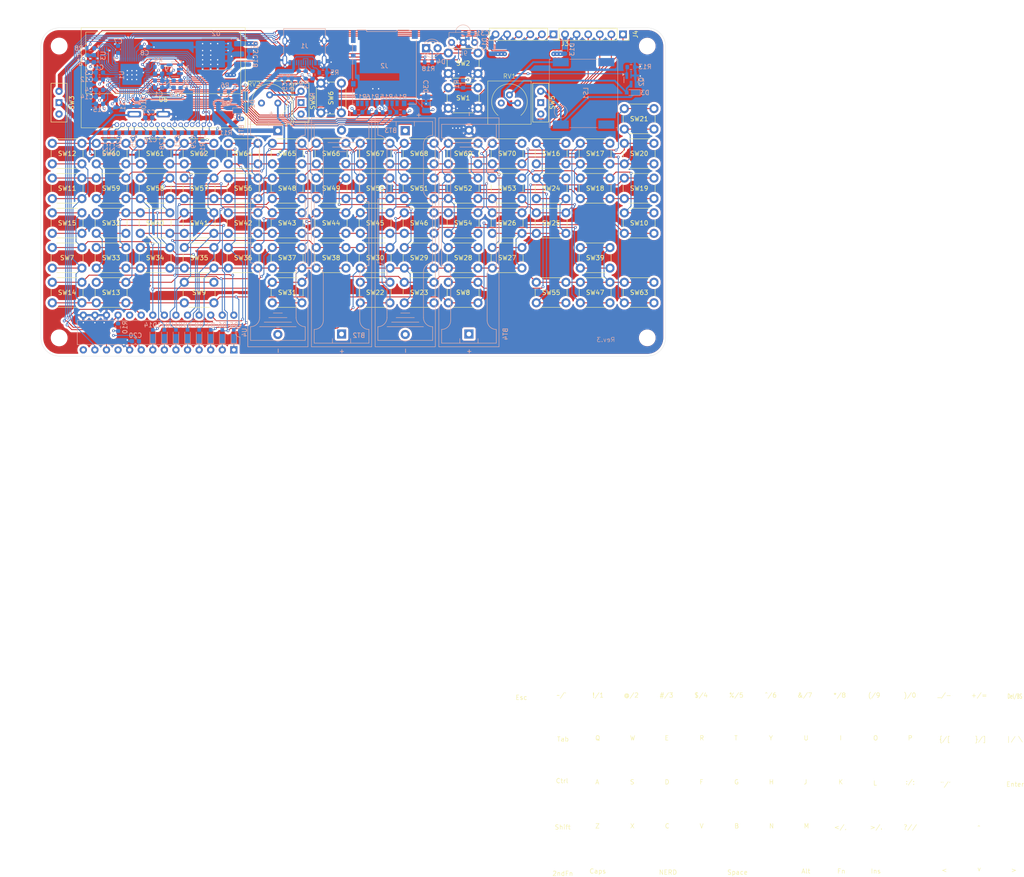
<source format=kicad_pcb>
(kicad_pcb (version 20240108) (generator "pcbnew") (generator_version "8.0")
  (layers (0 "F.Cu" signal) (1 "In1.Cu" signal) (2 "In2.Cu" signal) (31 "B.Cu" signal) (34 "B.Paste" user) (35 "F.Paste" user) (36 "B.SilkS" user "B.Silkscreen") (37 "F.SilkS" user "F.Silkscreen") (38 "B.Mask" user) (39 "F.Mask" user) (44 "Edge.Cuts" user))
  (net 0 "")
  (net 1 "+1V1")
  (net 2 "GND")
  (net 3 "PWR_5V_USB")
  (net 4 "+3V3")
  (net 5 "Net-(U5-VOUT)")
  (net 6 "Net-(U5-V0)")
  (net 7 "Net-(U5-V4)")
  (net 8 "Net-(U5-V3)")
  (net 9 "Net-(U5-V2)")
  (net 10 "Net-(U5-V1)")
  (net 11 "Net-(U5-C2-)")
  (net 12 "Net-(U5-C2+)")
  (net 13 "Net-(U5-C1+)")
  (net 14 "Net-(U5-C1-)")
  (net 15 "Net-(D1-K)")
  (net 16 "Net-(D2-K)")
  (net 17 "Net-(D3-A)")
  (net 18 "/KOUT_1")
  (net 19 "Net-(D3-K)")
  (net 20 "Net-(D5-A)")
  (net 21 "/KOUT_2")
  (net 22 "Net-(D6-A)")
  (net 23 "/KOUT_3")
  (net 24 "Net-(D7-A)")
  (net 25 "/KOUT_4")
  (net 26 "Net-(D8-A)")
  (net 27 "/KOUT_5")
  (net 28 "Net-(D9-A)")
  (net 29 "/KOUT_6")
  (net 30 "/KOUT_7")
  (net 31 "Net-(D10-A)")
  (net 32 "/IR_TX")
  (net 33 "Net-(D12-K)")
  (net 34 "Net-(D11-A)")
  (net 35 "/KOUT_8")
  (net 36 "PWR_6V_BATT")
  (net 37 "/USB_D+")
  (net 38 "Net-(BT1--)")
  (net 39 "/USB_D-")
  (net 40 "Net-(BT2--)")
  (net 41 "Net-(BT3--)")
  (net 44 "/SD_CMD")
  (net 45 "Net-(J1-CC2)")
  (net 46 "Net-(J1-CC1)")
  (net 48 "/SD_CLK")
  (net 53 "/SD_DAT0")
  (net 54 "/SD_DAT3{slash}CD")
  (net 55 "/GEN_IO_SDA")
  (net 56 "/GEN_IO_RX")
  (net 57 "/GEN_IO_SCL")
  (net 58 "/GEN_IO_TX")
  (net 59 "/GEN_IO_2")
  (net 60 "/GEN_IO_1")
  (net 61 "/GEN_IO_ADC1")
  (net 62 "/GEN_IO_ADC2")
  (net 63 "Net-(LS1-Pad2)")
  (net 64 "/SPEAKER")
  (net 65 "/RESET")
  (net 66 "Net-(U1-USB_DP)")
  (net 67 "Net-(U1-USB_DM)")
  (net 68 "Net-(X1-OE{slash}~{ST}{slash}NC)")
  (net 69 "/QSPI_SS")
  (net 70 "Net-(R8-Pad1)")
  (net 71 "/IOEXP_SDA")
  (net 72 "/IOEXP_RST")
  (net 73 "Net-(X1-OUT)")
  (net 74 "/XIN")
  (net 75 "/IOEXP_SCL")
  (net 76 "/LCD_CS")
  (net 77 "/LCD_RST")
  (net 80 "Net-(U5-LED_A)")
  (net 81 "/SW")
  (net 82 "/KIN_1")
  (net 83 "/KIN_2")
  (net 84 "/KIN_3")
  (net 85 "/KIN_4")
  (net 86 "/KIN_5")
  (net 87 "/KIN_6")
  (net 88 "/KIN_7")
  (net 89 "/KIN_8")
  (net 91 "/LCD_SCL")
  (net 92 "/QSPI_SD3")
  (net 93 "/QSPI_SD1")
  (net 96 "/LCD_SDA")
  (net 98 "/LCD_RS")
  (net 99 "/QSPI_SD0")
  (net 100 "/IOEXP_INTA")
  (net 101 "/QSPI_SD2")
  (net 103 "/QSPI_SCLK")
  (net 112 "Net-(SW3-A)")
  (net 116 "Net-(D13-K)")
  (net 117 "Net-(D14-A)")
  (net 118 "Net-(SW4-A)")
  (net 121 "/IR_RX")
  (net 122 "Net-(D4-K)")
  (footprint "Button_Switch_THT:SW_PUSH_6mm" (layer "F.Cu") (at 91.492 113.574)
    (property "Reference" "SW15")
    (property "Value" "SW_Push")
  )
  (footprint "Button_Switch_THT:SW_PUSH_6mm" (layer "F.Cu") (at 120.448 98.334)
    (property "Reference" "SW62")
    (property "Value" "SW_Push")
  )
  (footprint "Button_Switch_THT:SW_PUSH_6mm" (layer "F.Cu") (at 216.968 113.574)
    (property "Reference" "SW10")
    (property "Value" "SW_Push")
  )
  (footprint "Button_Switch_THT:SW_PUSH_6mm" (layer "F.Cu") (at 110.796 105.954)
    (property "Reference" "SW58")
    (property "Value" "SW_Push")
  )
  (footprint "Button_Switch_THT:SW_PUSH_6mm" (layer "F.Cu") (at 159.056 98.334)
    (property "Reference" "SW67")
    (property "Value" "SW_Push")
  )
  (footprint "Button_Switch_THT:SW_PUSH_6mm" (layer "F.Cu") (at 120.448 121.194)
    (property "Reference" "SW35")
    (property "Value" "SW_Push")
  )
  (footprint "Button_Switch_THT:SW_PUSH_6mm" (layer "F.Cu") (at 91.492 128.814)
    (property "Reference" "SW14")
    (property "Value" "SW_Push")
  )
  (footprint "Button_Switch_THT:SW_PUSH_6mm" (layer "F.Cu") (at 207.316 121.194)
    (property "Reference" "SW39")
    (property "Value" "SW_Push")
  )
  (footprint "Button_Switch_THT:SW_PUSH_6mm" (layer "F.Cu") (at 207.316 105.954)
    (property "Reference" "SW18")
    (property "Value" "SW_Push")
  )
  (footprint "Button_Switch_THT:SW_PUSH_6mm" (layer "F.Cu") (at 101.144 121.194)
    (property "Reference" "SW33")
    (property "Value" "SW_Push")
  )
  (footprint "Button_Switch_THT:SW_PUSH_6mm" (layer "F.Cu") (at 159.056 113.574)
    (property "Reference" "SW45")
    (property "Value" "SW_Push")
  )
  (footprint "Button_Switch_THT:SW_PUSH_6mm" (layer "F.Cu") (at 178.36 86.142)
    (property "Reference" "SW1")
    (property "Value" "SW_Push")
  )
  (footprint "Button_Switch_THT:SW_PUSH_6mm" (layer "F.Cu") (at 101.144 128.814)
    (property "Reference" "SW13")
    (property "Value" "SW_Push")
  )
  (footprint "Button_Switch_THT:SW_PUSH_6mm" (layer "F.Cu") (at 159.056 105.954)
    (property "Reference" "SW50")
    (property "Value" "SW_Push")
  )
  (footprint "Connector_PinSocket_2.54mm:PinSocket_1x06_P2.54mm_Vertical" (layer "F.Cu") (at 216.662 74.422 -90)
    (property "Reference" "J4")
    (property "Value" "Conn_01x06_Socket")
  )
  (footprint "Button_Switch_THT:SW_PUSH_6mm" (layer "F.Cu") (at 197.664 105.954)
    (property "Reference" "SW24")
    (property "Value" "SW_Push")
  )
  (footprint "Button_Switch_THT:SW_PUSH_6mm" (layer "F.Cu") (at 139.752 121.194)
    (property "Reference" "SW37")
    (property "Value" "SW_Push")
  )
  (footprint "Button_Switch_THT:SW_PUSH_6mm" (layer "F.Cu") (at 101.144 98.334)
    (property "Reference" "SW60")
    (property "Value" "SW_Push")
  )
  (footprint "MountingHole:MountingHole_3.2mm_M3" (layer "F.Cu") (at 93 141)
    (property "Reference" "H2" (hide yes))
    (property "Value" "MountingHole")
  )
  (footprint "Button_Switch_THT:SW_PUSH_6mm" (layer "F.Cu") (at 130.1 105.954)
    (property "Reference" "SW56")
    (property "Value" "SW_Push")
  )
  (footprint "LocalFootprintLibrary:AQM1248A" (layer "F.Cu") (at 115.824 94.234)
    (property "Reference" "U5")
    (property "Value" "AQM1248A")
  )
  (footprint "Button_Switch_THT:SW_PUSH_6mm" (layer "F.Cu") (at 188.012 105.954)
    (property "Reference" "SW53")
    (property "Value" "SW_Push")
  )
  (footprint "Connector_PinSocket_2.54mm:PinSocket_1x06_P2.54mm_Vertical" (layer "F.Cu") (at 201.422 74.422 -90)
    (property "Reference" "J3")
    (property "Value" "Conn_01x06_Socket")
  )
  (footprint "Button_Switch_THT:SW_PUSH_6mm" (layer "F.Cu") (at 216.968 105.954)
    (property "Reference" "SW19")
    (property "Value" "SW_Push")
  )
  (footprint "MountingHole:MountingHole_3.2mm_M3" (layer "F.Cu") (at 222 77)
    (property "Reference" "H3" (hide yes))
    (property "Value" "MountingHole")
  )
  (footprint "Button_Switch_THT:SW_PUSH_6mm" (layer "F.Cu") (at 197.664 98.334)
    (property "Reference" "SW16")
    (property "Value" "SW_Push")
  )
  (footprint "Button_Switch_THT:SW_PUSH_6mm" (layer "F.Cu") (at 188.012 113.574)
    (property "Reference" "SW26")
    (property "Value" "SW_Push")
  )
  (footprint "Button_Switch_THT:SW_PUSH_6mm" (layer "F.Cu") (at 178.36 105.954)
    (property "Reference" "SW52")
    (property "Value" "SW_Push")
  )
  (footprint "Button_Switch_THT:SW_PUSH_6mm" (layer "F.Cu") (at 216.968 90.714)
    (property "Reference" "SW21")
    (property "Value" "SW_Push")
  )
  (footprint "Button_Switch_THT:SW_PUSH_6mm" (layer "F.Cu") (at 207.316 98.334)
    (property "Reference" "SW17")
    (property "Value" "SW_Push")
  )
  (footprint "Button_Switch_THT:SW_PUSH_6mm" (layer "F.Cu") (at 188.012 98.334)
    (property "Reference" "SW70")
    (property "Value" "SW_Push")
  )
  (footprint "Button_Switch_THT:SW_PUSH_6mm" (layer "F.Cu") (at 110.796 113.574)
    (property "Reference" "SW40")
    (property "Value" "SW_Push")
  )
  (footprint "Button_Switch_THT:SW_PUSH_6mm" (layer "F.Cu") (at 139.752 113.574)
    (property "Reference" "SW43")
    (property "Value" "SW_Push")
  )
  (footprint "Button_Switch_THT:SW_PUSH_6mm" (layer "F.Cu") (at 154.904 85.142 -90)
    (property "Reference" "SW6")
    (property "Value" "SW_Push")
  )
  (footprint "Button_Switch_THT:SW_PUSH_6mm" (layer "F.Cu") (at 168.708 105.954)
    (property "Reference" "SW51")
    (property "Value" "SW_Push")
  )
  (footprint "Button_Switch_THT:SW_PUSH_6mm" (layer "F.Cu") (at 130.1 98.334)
    (property "Reference" "SW64")
    (property "Value" "SW_Push")
  )
  (footprint "Button_Switch_THT:SW_PUSH_6mm" (layer "F.Cu") (at 159.056 121.194)
    (property "Reference" "SW30")
    (property "Value" "SW_Push")
  )
  (footprint "Button_Switch_THT:SW_PUSH_6mm" (layer "F.Cu") (at 110.796 98.334)
    (property "Reference" "SW61")
    (property "Value" "SW_Push")
  )
  (footprint "Button_Switch_THT:SW_PUSH_6mm" (layer "F.Cu") (at 168.708 121.194)
    (property "Reference" "SW29")
    (property "Value" "SW_Push")
  )
  (footprint "Button_Switch_THT:SW_PUSH_6mm" (layer "F.Cu") (at 120.448 128.814)
    (property "Reference" "SW9")
    (property "Value" "SW_Push")
  )
  (footprint "Button_Switch_THT:SW_PUSH_6mm" (layer "F.Cu") (at 197.664 113.574)
    (property "Reference" "SW25")
    (property "Value" "SW_Push")
  )
  (footprint "LocalFootprintLibrary:SS-12D00-G5" (layer "F.Cu") (at 146.05 89.408 90)
    (property "Reference" "SW4")
    (property "Value" "SW_SPDT_312")
  )
  (footprint "Button_Switch_THT:SW_PUSH_6mm" (layer "F.Cu") (at 130.1 113.574)
    (property "Reference" "SW42")
    (property "Value" "SW_Push")
  )
  (footprint "Button_Switch_THT:SW_PUSH_6mm" (layer "F.Cu") (at 184.86 83.022 180)
    (property "Reference" "SW2")
    (property "Value" "SW_Push")
  )
  (footprint "MountingHole:MountingHole_3.2mm_M3" (layer "F.Cu") (at 93 77)
    (property "Reference" "H1" (hide yes))
    (property "Value" "MountingHole")
  )
  (footprint "Button_Switch_THT:SW_PUSH_6mm" (layer "F.Cu") (at 139.752 98.334)
    (property "Reference" "SW65")
    (property "Value" "SW_Push")
  )
  (footprint "Button_Switch_THT:SW_PUSH_6mm" (layer "F.Cu") (at 139.752 105.954)
    (property "Reference" "SW48")
    (property "Value" "SW_Push")
  )
  (footprint "Button_Switch_THT:SW_PUSH_6mm" (layer "F.Cu") (at 101.144 105.954)
    (property "Reference" "SW59")
    (property "Value" "SW_Push")
  )
  (footprint "Button_Switch_THT:SW_PUSH_6mm" (layer "F.Cu") (at 139.752 128.814)
    (property "Reference" "SW31")
    (property "Value" "SW_Push")
  )
  (footprint "Button_Switch_THT:SW_PUSH_6mm" (layer "F.Cu") (at 188.012 121.194)
    (property "Reference" "SW27")
    (property "Value" "SW_Push")
  )
  (footprint "Button_Switch_THT:SW_PUSH_6mm" (layer "F.Cu") (at 178.36 113.574)
    (property "Reference" "SW54")
    (property "Value" "SW_Push")
  )
  (footprint "Button_Switch_THT:SW_PUSH_6mm" (layer "F.Cu") (at 110.796 121.194)
    (property "Reference" "SW34")
    (property "Value" "SW_Push")
  )
  (footprint "Button_Switch_THT:SW_PUSH_6mm" (layer "F.Cu") (at 216.968 128.814)
    (property "Reference" "SW63")
    (property "Value" "SW_Push")
  )
  (footprint "LocalFootprintLibrary:3386K-EY5-101TR" (layer "F.Cu") (at 191.77 87.708)
    (property "Reference" "RV1")
    (property "Value" "R_Potentiometer")
  )
  (footprint "Button_Switch_THT:SW_PUSH_6mm" (layer "F.Cu") (at 91.492 105.954)
    (property "Reference" "SW11")
    (property "Value" "SW_Push")
  )
  (footprint "Button_Switch_THT:SW_PUSH_6mm" (layer "F.Cu") (at 120.448 113.574)
    (property "Reference" "SW41")
    (property "Value" "SW_Push")
  )
  (footprint "Button_Switch_THT:SW_PUSH_6mm" (layer "F.Cu") (at 101.144 113.574)
    (property "Reference" "SW32")
    (property "Value" "SW_Push")
  )
  (footprint "Button_Switch_THT:SW_PUSH_6mm" (layer "F.Cu") (at 178.36 121.194)
    (property "Reference" "SW28")
    (property "Value" "SW_Push")
  )
  (footprint "Button_Switch_THT:SW_PUSH_6mm" (layer "F.Cu") (at 168.708 128.814)
    (property "Reference" "SW23")
    (property "Value" "SW_Push")
  )
  (footprint "MountingHole:MountingHole_3.2mm_M3" (layer "F.Cu") (at 222 141)
    (property "Reference" "H4" (hide yes))
    (property "Value" "MountingHole")
  )
  (footprint "Button_Switch_THT:SW_PUSH_6mm" (layer "F.Cu") (at 168.708 98.334)
    (property "Reference" "SW68")
    (property "Value" "SW_Push")
  )
  (footprint "Button_Switch_THT:SW_PUSH_6mm" (layer "F.Cu") (at 178.36 98.334)
    (property "Reference" "SW69")
    (property "Value" "SW_Push")
  )
  (footprint "Button_Switch_THT:SW_PUSH_6mm" (layer "F.Cu") (at 149.404 113.574)
    (property "Reference" "SW44")
    (property "Value" "SW_Push")
  )
  (footprint "Button_Switch_THT:SW_PUSH_6mm" (layer "F.Cu") (at 207.316 128.814)
    (property "Reference" "SW47")
    (property "Value" "SW_Push")
  )
  (footprint "LocalFootprintLibrary:SS-12D00-G5" (layer "F.Cu") (at 198.628 89.408 90)
    (property "Reference" "SW5")
    (property "Value" "SW_SPDT_312")
  )
  (footprint "Button_Switch_THT:SW_PUSH_6mm" (layer "F.Cu") (at 91.492 98.334)
    (property "Reference" "SW12")
    (property "Value" "SW_Push")
  )
  (footprint "Button_Switch_THT:SW_PUSH_6mm" (layer "F.Cu") (at 120.448 105.954)
    (property "Reference" "SW57")
    (property "Value" "SW_Push")
  )
  (footprint "Button_Switch_THT:SW_PUSH_6mm" (layer "F.Cu") (at 149.404 105.954)
    (property "Reference" "SW49")
    (property "Value" "SW_Push")
  )
  (footprint "LocalFootprintLibrary:SS-12D00-G5" (layer "F.Cu") (at 92.964 89.408 90)
    (property "Reference" "SW3")
    (property "Value" "SW_SPDT_312")
  )
  (footprint "Button_Switch_THT:SW_PUSH_6mm" (layer "F.Cu") (at 149.404 121.194)
    (property "Reference" "SW38")
    (property "Value" "SW_Push")
  )
  (footprint "Button_Switch_THT:SW_PUSH_6mm" (layer "F.Cu") (at 168.708 113.574)
    (property "Reference" "SW46")
    (property "Value" "SW_Push")
  )
  (footprint "Button_Switch_THT:SW_PUSH_6mm" (layer "F.Cu") (at 130.1 121.194)
    (property "Reference" "SW36")
    (property "Value" "SW_Push")
  )
  (footprint "Button_Switch_THT:SW_PUSH_6mm" (layer "F.Cu") (at 91.492 121.194)
    (property "Reference" "SW7")
    (property "Value" "SW_Push")
  )
  (footprint "Button_Switch_THT:SW_PUSH_6mm" (layer "F.Cu") (at 159.056 128.814)
    (property "Reference" "SW22")
    (property "Value" "SW_Push")
  )
  (footprint "Button_Switch_THT:SW_PUSH_6mm" (layer "F.Cu") (at 216.968 98.334)
    (property "Reference" "SW20")
    (property "Value" "SW_Push")
  )
  (footprint "Button_Switch_THT:SW_PUSH_6mm" (layer "F.Cu") (at 197.664 128.814)
    (property "Reference" "SW55")
    (property "Value" "SW_Push")
  )
  (footprint "LocalFootprintLibrary:3386K-EY5-101TR" (layer "F.Cu") (at 139.173949 87.708)
    (property "Reference" "RV2")
    (property "Value" "R_Potentiometer")
  )
  (footprint "Button_Switch_THT:SW_PUSH_6mm" (layer "F.Cu") (at 149.404 98.334)
    (property "Reference" "SW66")
    (property "Value" "SW_Push")
  )
  (footprint "Button_Switch_THT:SW_PUSH_6mm" (layer "F.Cu") (at 178.36 128.814)
    (property "Reference" "SW8")
    (property "Value" "SW_Push")
  )
  (footprint "Capacitor_SMD:C_0603_1608Metric" (layer "B.Cu") (at 100.624 79.756 90)
    (property "Reference" "C17")
    (property "Value" "0.1uF")
  )
  (footprint "Resistor_SMD:R_0603_1608Metric" (layer "B.Cu") (at 181.61 85.344 -90)
    (property "Reference" "R1")
    (property "Value" "10k")
  )
  (footprint "Resistor_SMD:R_0603_1608Metric" (layer "B.Cu") (at 158.687 91.515)
    (property "Reference" "R17")
    (property "Value" "5.1k")
  )
  (footprint "Resistor_SMD:R_0603_1608Metric" (layer "B.Cu") (at 218.44 81.6125 180)
    (property "Reference" "R13")
    (property "Value" "10k")
  )
  (footprint "Resistor_SMD:R_0603_1608Metric" (layer "B.Cu") (at 99.858 77.47)
    (property "Reference" "R8")
    (property "Value" "10k")
  )
  (footprint "Connector_USB:USB_C_Receptacle_XKB_U262-16XN-4BVC11" (layer "B.Cu") (at 146.812 76.962)
    (property "Reference" "J1")
    (property "Value" "USB_C_Receptacle")
  )
  (footprint "Package_DFN_QFN:QFN-56-1EP_7x7mm_P0.4mm_EP3.2x3.2mm" (layer "B.Cu") (at 108.966 83.402 -90)
    (property "Reference" "U1")
    (property "Value" "RP2040")
  )
  (footprint "LocalFootprintLibrary:CUS01" (layer "B.Cu") (at 113.538 140.208 90)
    (property "Reference" "D14")
    (property "Value" "D_Schottky")
  )
  (footprint "Capacitor_SMD:C_0603_1608Metric" (layer "B.Cu") (at 110.018 89.408 -90)
    (property "Reference" "C10")
    (property "Value" "0.1uF")
  )
  (footprint "Resistor_SMD:R_0603_1608Metric" (layer "B.Cu") (at 164.783 91.515)
    (property "Reference" "R15")
    (property "Value" "5.1k")
  )
  (footprint "LocalFootprintLibrary:CUS01" (layer "B.Cu") (at 133.858 88.9 -90)
    (property "Reference" "D1")
    (property "Value" "D_Schottky")
  )
  (footprint "LED_THT:LED_D3.0mm" (layer "B.Cu") (at 173.482 77.47)
    (property "Reference" "D4")
    (property "Value" "LED")
  )
  (footprint "Resistor_SMD:R_0603_1608Metric" (layer "B.Cu") (at 148.59 83.312 -90)
    (property "Reference" "R2")
    (property "Value" "27")
  )
  (footprint "Capacitor_SMD:C_0603_1608Metric" (layer "B.Cu") (at 114.808 83.058)
    (property "Reference" "C9")
    (property "Value" "0.1uF")
  )
  (footprint "Capacitor_SMD:C_0603_1608Metric" (layer "B.Cu") (at 99.1 79.756 -90)
    (property "Reference" "C16")
    (property "Value" "2.2uF")
  )
  (footprint "Capacitor_SMD:C_0603_1608Metric" (layer "B.Cu") (at 144.018 83.312 -90)
    (property "Reference" "C6")
    (property "Value" "10uF")
  )
  (footprint "Capacitor_SMD:C_0603_1608Metric" (layer "B.Cu") (at 101.854 82.804 180)
    (property "Reference" "C3")
    (property "Value" "0.1uF")
  )
  (footprint "Capacitor_SMD:C_0603_1608Metric" (layer "B.Cu") (at 119.126 96.012 180)
    (property "Reference" "C21")
    (property "Value" "1uF")
  )
  (footprint "Capacitor_SMD:C_0603_1608Metric" (layer "B.Cu") (at 134.62 80.264 90)
    (property "Reference" "C18")
    (property "Value" "2.2uF")
  )
  (footprint "LocalFootprintLibrary:CUS01" (layer "B.Cu") (at 123.698 140.208 90)
    (property "Reference" "D8")
    (property "Value" "D_Schottky")
  )
  (footprint "Capacitor_SMD:C_0603_1608Metric" (layer "B.Cu") (at 104.648 96.774 -90)
    (property "Reference" "C23")
    (property "Value" "1uF")
  )
  (footprint "Resistor_SMD:R_0603_1608Metric" (layer "B.Cu") (at 129.3645 87.056 180)
    (property "Reference" "R6")
    (property "Value" "10k")
  )
  (footprint "Resistor_SMD:R_0603_1608Metric" (layer "B.Cu") (at 145.542 83.312 -90)
    (property "Reference" "R4")
    (property "Value" "5.1k")
  )
  (footprint "LocalFootprintLibrary:CUS01" (layer "B.Cu") (at 187.706 77.724 -90)
    (property "Reference" "D12")
    (property "Value" "D_Schottky")
  )
  (footprint "LocalFootprintLibrary:UM1515IA085008" (layer "B.Cu") (at 208.026 87.376 90)
    (property "Reference" "LS1")
    (property "Value" "Speaker")
  )
  (footprint "LocalFootprintLibrary:CUS01" (layer "B.Cu") (at 128.778 140.208 90)
    (property "Reference" "D6")
    (property "Value" "D_Schottky")
  )
  (footprint "LocalFootprintLibrary:CUS01" (layer "B.Cu") (at 218.44 87.2005 180)
    (property "Reference" "D3")
    (property "Value" "D_Schottky")
  )
  (footprint "LocalFootprintLibrary:CUS01" (layer "B.Cu") (at 131.318 140.208 90)
    (property "Reference" "D5")
    (property "Value" "D_Schottky")
  )
  (footprint "Capacitor_SMD:C_1206_3216Metric" (layer "B.Cu") (at 173.482 89.662 90)
    (property "Reference" "C30")
    (property "Value" "100uF")
  )
  (footprint "Battery:BatteryHolder_Keystone_2466_1xAAA" (layer "B.Cu") (at 182.88 140.156 90)
    (property "Reference" "BT4")
    (property "Value" "Battery_Cell")
  )
  (footprint "Package_TO_SOT_SMD:TO-252-3_TabPin2" (layer "B.Cu") (at 127.43 78.7525 180)
    (property "Reference" "U2")
    (property "Value" "NJM2845DL1-33")
  )
  (footprint "LocalFootprintLibrary:CUS01" (layer "B.Cu") (at 121.158 140.208 90)
    (property "Reference" "D9")
    (property "Value" "D_Schottky")
  )
  (footprint "Resistor_SMD:R_0603_1608Metric" (layer "B.Cu") (at 173.99 80.518)
    (property "Reference" "R18")
    (property "Value" "200")
  )
  (footprint "LocalFootprintLibrary:CUS01" (layer "B.Cu") (at 116.078 140.208 90)
    (property "Reference" "D11")
    (property "Value" "D_Schottky")
  )
  (footprint "LocalFootprintLibrary:CUS01" (layer "B.Cu") (at 118.618 140.208 90)
    (property "Reference" "D10")
    (property "Value" "D_Schottky")
  )
  (footprint "LocalFootprintLibrary:OSRB38C9AA" (layer "B.Cu") (at 181.61 76.2)
    (property "Reference" "U6")
    (property "Value" "OSRB38C9AA")
  )
  (footprint "Package_DIP:DIP-28_W7.62mm" (layer "B.Cu") (at 131.318 143.637 90)
    (property "Reference" "U4")
    (property "Value" "MCP23017_SP")
  )
  (footprint "Connector_Card:microSD_HC_Hirose_DM3AT-SF-PEJM5" (layer "B.Cu") (at 164.338 81.84)
    (property "Reference" "J2")
    (property "Value" "Micro_SD_Card_Det_Hirose_DM3AT")
  )
  (footprint "Capacitor_SMD:C_0603_1608Metric" (layer "B.Cu") (at 142.494 83.312 -90)
    (property "Reference" "C5")
    (property "Value" "0.1uF")
  )
  (footprint "Battery:BatteryHolder_Keystone_2466_1xAAA" (layer "B.Cu") (at 154.94 140.156 90)
    (property "Reference" "BT2")
    (property "Value" "Battery_Cell")
  )
  (footprint "Capacitor_SMD:C_0603_1608Metric" (layer "B.Cu") (at 105.918 77.724 90)
    (property "Reference" "C7")
    (property "Value" "0.1uF")
  )
  (footprint "Capacitor_SMD:C_0603_1608Metric" (layer "B.Cu") (at 101.854 84.328 180)
    (property "Reference" "C12")
    (property "Value" "0.1uF")
  )
  (footprint "Capacitor_SMD:C_0603_1608Metric" (layer "B.Cu") (at 182.88 74.168 180)
    (property "Reference" "C31")
    (property "Value" "0.1uF")
  )
  (footprint "Resistor_SMD:R_0603_1608Metric" (layer "B.Cu") (at 105.918 138.684 90)
    (property "Reference" "R10")
    (property "Value" "10k")
  )
  (footprint "Resistor_SMD:R_0603_1608Metric" (layer "B.Cu") (at 124.46 96.774 90)
    (property "Reference" "R12")
    (property "Value" "10k")
  )
  (footprint "Resistor_SMD:R_0603_1608Metric" (layer "B.Cu") (at 150.876 82.804 180)
    (property "Reference" "R5")
    (property "Value" "5.1k")
  )
  (footprint "Capacitor_SMD:C_0603_1608Metric" (layer "B.Cu") (at 101.854 86.614 180)
    (property "Reference" "C4")
    (property "Value" "1uF")
  )
  (footprint "Capacitor_SMD:C_0603_1608Metric" (layer "B.Cu") (at 113.03 96.012)
    (property "Reference" "C26")
    (property "Value" "1uF")
  )
  (footprint "Capacitor_SMD:C_0603_1608Metric" (layer "B.Cu") (at 122.174 96.012)
    (property "Reference" "C29")
    (property "Value" "1uF")
  )
  (footprint "Resistor_SMD:R_0603_1608Metric" (layer "B.Cu") (at 126.746 96.012 180)
    (property "Reference" "R11")
    (property "Value" "10k")
  )
  (footprint "Capacitor_SMD:C_0603_1608Metric" (layer "B.Cu") (at 109.982 96.012)
    (property "Reference" "C25")
    (property "Value" "1uF")
  )
  (footprint "Capacitor_SMD:C_0603_1608Metric" (layer "B.Cu") (at 105.41 89.662 -90)
    (property "Reference" "C11")
    (property "Value" "0.1uF")
  )
  (footprint "Capacitor_SMD:C_0603_1608Metric" (layer "B.Cu") (at 112.649 92.71 180)
    (property "Reference" "C27")
    (property "Value" "1uF")
  )
  (footprint "Package_TO_SOT_SMD:SOT-23" (layer "B.Cu") (at 128.8565 89.596 180)
    (property "Reference" "Q1")
    (property "Value" "Q_PMOS_GSD")
  )
  (footprint "Resistor_SMD:R_0603_1608Metric" (layer "B.Cu") (at 161.735 91.515)
    (property "Reference" "R16")
    (property "Value" "5.1k")
  )
  (footprint "Package_TO_SOT_SMD:SOT-23" (layer "B.Cu") (at 218.44 84.4065 -90)
    (property "Reference" "Q2")
    (property "Value" "Q_NMOS_GSD")
  )
  (footprint "Capacitor_SMD:C_0603_1608Metric" (layer "B.Cu") (at 106.934 96.012 180)
    (property "Reference" "C24")
    (property "Value" "1uF")
  )
  (footprint "Package_TO_SOT_SMD:SOT-23-5" (layer "B.Cu") (at 118.364 82.066 180)
    (property "Reference" "X1")
    (property "Value" "SIT2001B")
  )
  (footprint "Package_SON:Winbond_USON-8-1EP_3x2mm_P0.5mm_EP0.2x1.6mm" (layer "B.Cu") (at 102.652 79.093 -90)
    (property "Reference" "U3")
    (property "Value" "W25Q32JVSS")
  )
  (footprint "LocalFootprintLibrary:CUS01" (layer "B.Cu") (at 133.096 91.186)
    (property "Reference" "D2")
    (property "Value" "D_Schottky")
  )
  (footprint "Capacitor_SMD:C_0603_1608Metric" (layer "B.Cu") (at 109.728 141.732 180)
    (property "Reference" "C20")
    (property "Value" "0.1uF")
  )
  (footprint "Capacitor_SMD:C_0603_1608Metric" (layer "B.Cu") (at 101.854 88.138 180)
    (property "Reference" "C14")
    (property "Value" "0.1uF")
  )
  (footprint "Capacitor_SMD:C_0603_1608Metric" (layer "B.Cu") (at 103.124 96.774 -90)
    (property "Reference" "C22")
    (property "Value" "1uF")
  )
  (footprint "Resistor_SMD:R_0603_1608Metric" (layer "B.Cu") (at 147.066 83.312 90)
    (property "Reference" "R3")
    (property "Value" "27")
  )
  (footprint "Capacitor_SMD:C_0603_1608Metric" (layer "B.Cu") (at 134.62 77.216 -90)
    (property "Reference" "C13")
    (property "Value" "0.33uF")
  )
  (footprint "Resistor_SMD:R_0603_1608Metric" (layer "B.Cu") (at 119.634 85.344 90)
    (property "Reference" "R7")
    (property "Value" "10k")
  )
  (footprint "Capacitor_SMD:C_0603_1608Metric" (layer "B.Cu") (at 101.854 89.662 180)
    (property "Reference" "C15")
    (property "Value" "1uF")
  )
  (footprint "Battery:BatteryHolder_Keystone_2466_1xAAA" (layer "B.Cu") (at 168.91 95.556 -90)
    (property "Reference" "BT3")
    (property "Value" "Battery_Cell")
  )
  (footprint "LocalFootprintLibrary:CUS01" (layer "B.Cu") (at 203.962 77.724 -90)
    (property "Reference" "D13")
    (property "Value" "D_Schottky")
  )
  (footprint "Battery:BatteryHolder_Keystone_2466_1xAAA" (layer "B.Cu") (at 140.97 95.556 -90)
    (property "Reference" "BT1")
    (property "Value" "Battery_Cell")
  )
  (footprint "Capacitor_SMD:C_0603_1608Metric" (layer "B.Cu") (at 116.078 96.012 180)
    (property "Reference" "C28")
    (property "Value" "1uF")
  )
  (footprint "Capacitor_SMD:C_0603_1608Metric" (layer "B.Cu") (at 114.808 86.106)
    (property "Reference" "C1")
    (property "Value" "0.1uF")
  )
  (footprint "LocalFootprintLibrary:CUS01" (layer "B.Cu") (at 126.238 140.208 90)
    (property "Reference" "D7")
    (property "Value" "D_Schottky")
  )
  (footprint "Resistor_SMD:R_0603_1608Metric" (layer "B.Cu") (at 114.808 81.534 180)
    (property "Reference" "R9")
    (property "Value" "27")
  )
  (footprint "Capacitor_SMD:C_0603_1608Metric" (layer "B.Cu") (at 114.808 84.582)
    (property "Reference" "C2")
    (property "Value" "0.1uF")
  )
  (footprint "Capacitor_SMD:C_0603_1608Metric" (layer "B.Cu") (at 118.11 85.344 90)
    (property "Reference" "C19")
    (property "Value" "0.1uF")
  )
  (footprint "Capacitor_SMD:C_0603_1608Metric" (layer "B.Cu") (at 111.76 77.216)
    (property "Reference" "C8")
    (property "Value" "0.1uF")
  )
  (footprint "Resistor_SMD:R_0603_1608Metric" (layer "B.Cu") (at 167.831 91.515 180)
    (property "Reference" "R14")
    (property "Value" "5.1k")
  )
  (gr_arc (start 93 145) (mid 90.171573 143.828427) (end 89 141) (stroke (width 0.05)) (layer "Edge.Cuts"))
  (gr_line (start 222 73) (end 93 73) (stroke (width 0.05)) (layer "Edge.Cuts"))
  (gr_arc (start 222 73) (mid 224.828427 74.171573) (end 226 77) (stroke (width 0.05)) (layer "Edge.Cuts"))
  (gr_arc (start 89 77) (mid 90.171573 74.171573) (end 93 73) (stroke (width 0.05)) (layer "Edge.Cuts"))
  (gr_line (start 226 141) (end 226 77) (stroke (width 0.05)) (layer "Edge.Cuts"))
  (gr_line (start 93 145) (end 222 145) (stroke (width 0.05)) (layer "Edge.Cuts"))
  (gr_line (start 89 77) (end 89 141) (stroke (width 0.05)) (layer "Edge.Cuts"))
  (gr_arc (start 226 141) (mid 224.828427 143.828427) (end 222 145) (stroke (width 0.05)) (layer "Edge.Cuts"))
  (gr_text "Rev.3" (at 215 142 0) (layer "B.SilkS") (effects (font (size 1 1) (thickness 0.1)) (justify left bottom mirror)))
  (gr_text "Esc" (at 193.04 220.472 0) (layer "F.SilkS") (effects (font (size 1 1) (thickness 0.1)) (justify left bottom)))
  (gr_text "^/6" (at 247.76 219.982 0) (layer "F.SilkS") (effects (font (size 1 1) (thickness 0.1)) (justify left bottom)))
  (gr_text "~/`" (at 202.04 219.982 0) (layer "F.SilkS") (effects (font (size 1 1) (thickness 0.1)) (justify left bottom)))
  (gr_text "W" (at 218.15 229.362 0) (layer "F.SilkS") (effects (font (size 1 1) (thickness 0.1)) (justify left bottom)))
  (gr_text "Caps" (at 209.26 258.572 0) (layer "F.SilkS") (effects (font (size 1 1) (thickness 0.1)) (justify left bottom)))
  (gr_text "#/3" (at 224.646 219.982 0) (layer "F.SilkS") (effects (font (size 1 1) (thickness 0.1)) (justify left bottom)))
  (gr_text "B" (at 241.046 248.666 0) (layer "F.SilkS") (effects (font (size 1 1) (thickness 0.1)) (justify left bottom)))
  (gr_text "Enter" (at 300.7 239.522 0) (layer "F.SilkS") (effects (font (size 1 1) (thickness 0.1)) (justify left bottom)))
  (gr_text "K" (at 263.87 239.014 0) (layer "F.SilkS") (effects (font (size 1 1) (thickness 0.1)) (justify left bottom)))
  (gr_text "Tab" (at 202.148 229.616 0) (layer "F.SilkS") (effects (font (size 1 1) (thickness 0.1)) (justify left bottom)))
  (gr_text "Fn" (at 263.616 258.572 0) (layer "F.SilkS") (effects (font (size 1 1) (thickness 0.1)) (justify left bottom)))
  (gr_text "Shift" (at 201.64 248.92 0) (layer "F.SilkS") (effects (font (size 1 1) (thickness 0.1)) (justify left bottom)))
  (gr_text "R" (at 233.39 229.362 0) (layer "F.SilkS") (effects (font (size 1 1) (thickness 0.1)) (justify left bottom)))
  (gr_text ">" (at 301.716 258.318 0) (layer "F.SilkS") (effects (font (size 1 1) (thickness 0.1)) (justify left bottom)))
  (gr_text "}/]" (at 293.842 229.616 0) (layer "F.SilkS") (effects (font (size 1 1) (thickness 0.1)) (justify left bottom)))
  (gr_text "J" (at 256.25 239.014 0) (layer "F.SilkS") (effects (font (size 1 1) (thickness 0.1)) (justify left bottom)))
  (gr_text "F" (at 233.39 239.014 0) (layer "F.SilkS") (effects (font (size 1 1) (thickness 0.1)) (justify left bottom)))
  (gr_text "N" (at 248.666 248.666 0) (layer "F.SilkS") (effects (font (size 1 1) (thickness 0.1)) (justify left bottom)))
  (gr_text "S" (at 218.15 239.014 0) (layer "F.SilkS") (effects (font (size 1 1) (thickness 0.1)) (justify left bottom)))
  (gr_text "</," (at 262.89 248.92 0) (layer "F.SilkS") (effects (font (size 1 1) (thickness 0.1)) (justify left bottom)))
  (gr_text "C" (at 225.806 248.666 0) (layer "F.SilkS") (effects (font (size 1 1) (thickness 0.1)) (justify left bottom)))
  (gr_text "X" (at 218.186 248.666 0) (layer "F.SilkS") (effects (font (size 1 1) (thickness 0.1)) (justify left bottom)))
  (gr_text "|/ \\" (at 300.7 229.616 0) (layer "F.SilkS") (effects (font (size 1 1) (thickness 0.1)) (justify left bottom)))
  (gr_text "Del/BS" (at 300.954 220.218 0) (layer "F.SilkS") (effects (font (size 1 0.6) (thickness 0.1)) (justify left bottom)))
  (gr_text ">/." (at 270.764 248.92 0) (layer "F.SilkS") (effects (font (size 1 1) (thickness 0.1)) (justify left bottom)))
  (gr_text "O" (at 271.49 229.362 0) (layer "F.SilkS") (effects (font (size 1 1) (thickness 0.1)) (justify left bottom)))
  (gr_text "{/[" (at 285.968 229.616 0) (layer "F.SilkS") (effects (font (size 1 1) (thickness 0.1)) (justify left bottom)))
  (gr_text "$/4" (at 232.266 219.982 0) (layer "F.SilkS") (effects (font (size 1 1) (thickness 0.1)) (justify left bottom)))
  (gr_text "E" (at 225.77 229.362 0) (layer "F.SilkS") (effects (font (size 1 1) (thickness 0.1)) (justify left bottom)))
  (gr_text ":/;" (at 278.602 239.014 0) (layer "F.SilkS") (effects (font (size 1 1) (thickness 0.1)) (justify left bottom)))
  (gr_text "I" (at 264.124 229.362 0) (layer "F.SilkS") (effects (font (size 1 1) (thickness 0.1)) (justify left bottom)))
  (gr_text "@/2" (at 216.772 219.982 0) (layer "F.SilkS") (effects (font (size 1 1) (thickness 0.1)) (justify left bottom)))
  (gr_text "(/9" (at 270.366 219.982 0) (layer "F.SilkS") (effects (font (size 1 1) (thickness 0.1)) (justify left bottom)))
  (gr_text "+/=" (at 292.972 219.982 0) (layer "F.SilkS") (effects (font (size 1 1) (thickness 0.1)) (justify left bottom)))
  (gr_text "G" (at 241.01 239.014 0) (layer "F.SilkS") (effects (font (size 1 1) (thickness 0.1)) (justify left bottom)))
  (gr_text "2ndFn" (at 201.132 259.08 0) (layer "F.SilkS") (effects (font (size 1 1) (thickness 0.1)) (justify left bottom)))
  (gr_text "NERD" (at 224.5 258.826 0) (layer "F.SilkS") (effects (font (size 1 1) (thickness 0.1)) (justify left bottom)))
  (gr_text "L" (at 271.49 239.268 0) (layer "F.SilkS") (effects (font (size 1 1) (thickness 0.1)) (justify left bottom)))
  (gr_text "Alt" (at 255.742 258.572 0) (layer "F.SilkS") (effects (font (size 1 1) (thickness 0.1)) (justify left bottom)))
  (gr_text "&/7" (at 254.872 219.982 0) (layer "F.SilkS") (effects (font (size 1 1) (thickness 0.1)) (justify left bottom)))
  (gr_text "!/1" (at 209.914 219.982 0) (layer "F.SilkS") (effects (font (size 1 1) (thickness 0.1)) (justify left bottom)))
  (gr_text "^" (at 294.386 249.174 0) (layer "F.SilkS") (effects (font (size 1 1) (thickness 0.1)) (justify left bottom)))
  (gr_text "Y" (at 248.63 229.362 0) (layer "F.SilkS") (effects (font (size 1 1) (thickness 0.1)) (justify left bottom)))
  (gr_text "H" (at 248.63 239.014 0) (layer "F.SilkS") (effects (font (size 1 1) (thickness 0.1)) (justify left bottom)))
  (gr_text "*/8" (at 262.746 219.982 0) (layer "F.SilkS") (effects (font (size 1 1) (thickness 0.1)) (justify left bottom)))
  (gr_text "_/-" (at 285.606 219.982 0) (layer "F.SilkS") (effects (font (size 1 1) (thickness 0.1)) (justify left bottom)))
  (gr_text "{dblquote}/'" (at 286.222 239.522 0) (layer "F.SilkS") (effects (font (size 1 1) (thickness 0.1)) (justify left bottom)))
  (gr_text "Space" (at 239.486 258.826 0) (layer "F.SilkS") (effects (font (size 1 1) (thickness 0.1)) (justify left bottom)))
  (gr_text "%/5" (at 239.886 219.982 0) (layer "F.SilkS") (effects (font (size 1 1) (thickness 0.1)) (justify left bottom)))
  (gr_text "T" (at 241.01 229.362 0) (layer "F.SilkS") (effects (font (size 1 1) (thickness 0.1)) (justify left bottom)))
  (gr_text "Ins" (at 270.982 258.572 0) (layer "F.SilkS") (effects (font (size 1 1) (thickness 0.1)) (justify left bottom)))
  (gr_text "?//" (at 278.13 248.92 0) (layer "F.SilkS") (effects (font (size 1 1) (thickness 0.1)) (justify left bottom)))
  (gr_text "U" (at 256.25 229.362 0) (layer "F.SilkS") (effects (font (size 1 1) (thickness 0.1)) (justify left bottom)))
  (gr_text "Q" (at 210.53 229.362 0) (layer "F.SilkS") (effects (font (size 1 1) (thickness 0.1)) (justify left bottom)))
  (gr_text "D" (at 225.77 239.014 0) (layer "F.SilkS") (effects (font (size 1 1) (thickness 0.1)) (justify left bottom)))
  (gr_text ")/0" (at 278.24 219.982 0) (layer "F.SilkS") (effects (font (size 1 1) (thickness 0.1)) (justify left bottom)))
  (gr_text "V" (at 233.426 248.666 0) (layer "F.SilkS") (effects (font (size 1 1) (thickness 0.1)) (justify left bottom)))
  (gr_text "M" (at 256.286 248.666 0) (layer "F.SilkS") (effects (font (size 1 1) (thickness 0.1)) (justify left bottom)))
  (gr_text "v" (at 294.35 258.064 0) (layer "F.SilkS") (effects (font (size 1 1) (thickness 0.1)) (justify left bottom)))
  (gr_text "Ctrl" (at 201.894 238.76 0) (layer "F.SilkS") (effects (font (size 1 1) (thickness 0.1)) (justify left bottom)))
  (gr_text "<" (at 286.476 258.318 0) (layer "F.SilkS") (effects (font (size 1 1) (thickness 0.1)) (justify left bottom)))
  (gr_text "Z" (at 210.53 248.666 0) (layer "F.SilkS") (effects (font (size 1 1) (thickness 0.1)) (justify left bottom)))
  (gr_text "A" (at 210.53 239.014 0) (layer "F.SilkS") (effects (font (size 1 1) (thickness 0.1)) (justify left bottom)))
  (gr_text "P" (at 279.11 229.362 0) (layer "F.SilkS") (effects (font (size 1 1) (thickness 0.1)) (justify left bottom)))
  (segment (start 105.5285 83.202) (end 103.027 83.202) (width 0.2) (layer "B.Cu") (net 1))
  (segment (start 111.666 84.20564) (end 111.86964 84.002) (width 0.2) (layer "B.Cu") (net 1))
  (segment (start 106.06236 83.202) (end 106.266 83.40564) (width 0.2) (layer "B.Cu") (net 1))
  (segment (start 106.06236 85.202) (end 106.266 85.40564) (width 0.2) (layer "B.Cu") (net 1))
  (segment (start 106.266 85.946) (end 106.422 86.102) (width 0.2) (layer "B.Cu") (net 1))
  (segment (start 106.266 85.40564) (end 106.266 85.946) (width 0.2) (layer "B.Cu") (net 1))
  (segment (start 106.422 86.102) (end 111.666 86.102) (width 0.2) (layer "B.Cu") (net 1))
  (segment (start 105.5285 83.202) (end 106.06236 83.202) (width 0.2) (layer "B.Cu") (net 1))
  (segment (start 106.266 84.99836) (end 106.06236 85.202) (width 0.2) (layer "B.Cu") (net 1))
  (segment (start 111.86964 84.002) (end 112.4035 84.002) (width 0.2) (layer "B.Cu") (net 1))
  (segment (start 106.06236 85.202) (end 105.5285 85.202) (width 0.2) (layer "B.Cu") (net 1))
  (segment (start 113.453 84.002) (end 114.033 84.582) (width 0.2) (layer "B.Cu") (net 1))
  (segment (start 104.79 85.202) (end 103.378 86.614) (width 0.2) (layer "B.Cu") (net 1))
  (segment (start 103.027 83.202) (end 102.629 82.804) (width 0.2) (layer "B.Cu") (net 1))
  (segment (start 111.666 86.102) (end 111.666 84.20564) (width 0.2) (layer "B.Cu") (net 1))
  (segment (start 103.378 86.614) (end 102.629 86.614) (width 0.2) (layer "B.Cu") (net 1))
  (segment (start 105.5285 85.202) (end 104.79 85.202) (width 0.2) (layer "B.Cu") (net 1))
  (segment (start 112.4035 84.002) (end 113.453 84.002) (width 0.2) (layer "B.Cu") (net 1))
  (segment (start 106.266 83.40564) (end 106.266 84.99836) (width 0.2) (layer "B.Cu") (net 1))
  (via (at 107.95 84.328) (size 0.6) (drill 0.3) (layers "F.Cu" "B.Cu") (net 2))
  (via (at 105.918 97.282) (size 0.6) (drill 0.3) (layers "F.Cu" "B.Cu") (net 2))
  (via (at 188.976 76) (size 0.6) (drill 0.3) (layers "F.Cu" "B.Cu") (net 2))
  (via (at 145.034 85.344) (size 0.6) (drill 0.3) (layers "F.Cu" "B.Cu") (net 2))
  (via (at 152.654 80.518) (size 0.6) (drill 0.3) (layers "F.Cu" "B.Cu") (net 2))
  (via (at 109.982 84.328) (size 0.6) (drill 0.3) (layers "F.Cu" "B.Cu") (net 2))
  (via (at 102.87 137.668) (size 0.6) (drill 0.3) (layers "F.Cu" "B.Cu") (net 2))
  (via (at 99.822 86.36) (size 0.6) (drill 0.3) (layers "F.Cu" "B.Cu") (net 2))
  (via (at 143.764 85.344) (size 0.6) (drill 0.3) (layers "F.Cu" "B.Cu") (net 2))
  (via (at 173.482 89.662) (size 0.6) (drill 0.3) (layers "F.Cu" "B.Cu") (net 2))
  (via (at 129.286 86.002) (size 0.6) (drill 0.3) (layers "F.Cu" "B.Cu") (net 2))
  (via (at 100.076 87.63) (size 0.6) (drill 0.3) (layers "F.Cu" "B.Cu") (net 2))
  (via (at 111.466 82.7982) (size 0.6) (drill 0.3) (layers "F.Cu" "B.Cu") (net 2))
  (via (at 124.46 80.01) (size 0.6) (drill 0.3) (layers "F.Cu" "B.Cu") (net 2))
  (via (at 109.982 82.394285) (size 0.6) (drill 0.3) (layers "F.Cu" "B.Cu") (net 2))
  (via (at 182.88 90.678) (size 0.6) (drill 0.3) (layers "F.Cu" "B.Cu") (net 2))
  (via (at 127.762 82.042) (size 0.6) (drill 0.3) (layers "F.Cu" "B.Cu") (net 2))
  (via (at 150.368 81.534) (size 0.6) (drill 0.3) (layers "F.Cu" "B.Cu") (net 2))
  (via (at 135.636 77.978) (size 0.6) (drill 0.3) (layers "F.Cu" "B.Cu") (net 2))
  (via (at 179.324 94.996) (size 0.6) (drill 0.3) (layers "F.Cu" "B.Cu") (net 2))
  (via (at 150.114 75.946) (size 0.6) (drill 0.3) (layers "F.Cu" "B.Cu") (net 2))
  (via (at 119.126 97.028) (size 0.6) (drill 0.3) (layers "F.Cu" "B.Cu") (net 2))
  (via (at 107.188 142.494) (size 0.6) (drill 0.3) (layers "F.Cu" "B.Cu") (net 2))
  (via (at 180.34 90.678) (size 0.6) (drill 0.3) (layers "F.Cu" "B.Cu") (net 2))
  (via (at 117.348 86.002) (size 0.6) (drill 0.3) (layers "F.Cu" "B.Cu") (net 2))
  (via (at 100.838 137.668) (size 0.6) (drill 0.3) (layers "F.Cu" "B.Cu") (net 2))
  (via (at 152.146 85.09) (size 0.6) (drill 0.3) (layers "F.Cu" "B.Cu") (net 2))
  (via (at 126.238 76.454) (size 0.6) (drill 0.3) (layers "F.Cu" "B.Cu") (net 2))
  (via (at 126.238 81.026) (size 0.6) (drill 0.3) (layers "F.Cu" "B.Cu") (net 2))
  (via (at 114.838624 83.744) (size 0.6) (drill 0.3) (layers "F.Cu" "B.Cu") (net 2))
  (via (at 180.848 94.996) (size 0.6) (drill 0.3) (layers "F.Cu" "B.Cu") (net 2))
  (via (at 107.95 82.394285) (size 0.6) (drill 0.3) (layers "F.Cu" "B.Cu") (net 2))
  (via (at 127.762 80.01) (size 0.6) (drill 0.3) (layers "F.Cu" "B.Cu") (net 2))
  (via (at 126.238 80.01) (size 0.6) (drill 0.3) (layers "F.Cu" "B.Cu") (net 2))
  (via (at 130.81 79.248) (size 0.6) (drill 0.3) (layers "F.Cu" "B.Cu") (net 2))
  (via (at 143.51 75.946) (size 0.6) (drill 0.3) (layers "F.Cu" "B.Cu") (net 2))
  (via (at 180.594 83.058) (size 0.6) (drill 0.3) (layers "F.Cu" "B.Cu") (net 2))
  (via (at 142.557052 81.537) (size 0.6) (drill 0.3) (layers "F.Cu" "B.Cu") (net 2))
  (via (at 220.472 81.534) (size 0.6) (drill 0.3) (layers "F.Cu" "B.Cu") (net 2))
  (via (at 107.95 141.478) (size 0.6) (drill 0.3) (layers "F.Cu" "B.Cu") (net 2))
  (via (at 104.064 77.978) (size 0.6) (drill 0.3) (layers "F.Cu" "B.Cu") (net 2))
  (via (at 152.908 82.804) (size 0.6) (drill 0.3) (layers "F.Cu" "B.Cu") (net 2))
  (via (at 124.46 78.994) (size 0.6) (drill 0.3) (layers "F.Cu" "B.Cu") (net 2))
  (via (at 163.068 86.36) (size 0.6) (drill 0.3) (layers "F.Cu" "B.Cu") (net 2))
  (via (at 114.947475 86.592001) (size 0.6) (drill 0.3) (layers "F.Cu" "B.Cu") (net 2))
  (via (at 126.238 77.978) (size 0.6) (drill 0.3) (layers "F.Cu" "B.Cu") (net 2))
  (via (at 124.46 77.978) (size 0.6) (drill 0.3) (layers "F.Cu" "B.Cu") (net 2))
  (via (at 220.472 83.566) (size 0.6) (drill 0.3) (layers "F.Cu" "B.Cu") (net 2))
  (via (at 108.966 83.312) (size 0.6) (drill 0.3) (layers "F.Cu" "B.Cu") (net 2))
  (via (at 152.4 91.694) (size 0.6) (drill 0.3) (layers "F.Cu" "B.Cu") (net 2))
  (via (at 108.966 82.394285) (size 0.6) (drill 0.3) (layers "F.Cu" "B.Cu") (net 2))
  (via (at 109.982 83.312) (size 0.6) (drill 0.3) (layers "F.Cu" "B.Cu") (net 2))
  (via (at 108.966 84.328) (size 0.6) (drill 0.3) (layers "F.Cu" "B.Cu") (net 2))
  (via (at 205.232 77) (size 0.6) (drill 0.3) (layers "F.Cu" "B.Cu") (net 2))
  (via (at 107.95 83.312) (size 0.6) (drill 0.3) (layers "F.Cu" "B.Cu") (net 2))
  (via (at 101.463696 79.710462) (size 0.6) (drill 0.3) (layers "F.Cu" "B.Cu") (net 2))
  (via (at 113.792 77.216) (size 0.6) (drill 0.3) (layers "F.Cu" "B.Cu") (net 2))
  (via (at 130.048 77.978) (size 0.6) (drill 0.3) (layers "F.Cu" "B.Cu") (net 2))
  (via (at 127.762 81.026) (size 0.6) (drill 0.3) (layers "F.Cu" "B.Cu") (net 2))
  (via (at 124.46 81.026) (size 0.6) (drill 0.3) (layers "F.Cu" "B.Cu") (net 2))
  (via (at 105.227 76.546) (size 0.6) (drill 0.3) (layers "F.Cu" "B.Cu") (net 2))
  (via (at 122.174 97.028) (size 0.6) (drill 0.3) (layers "F.Cu" "B.Cu") (net 2))
  (via (at 99.568 83.058) (size 0.6) (drill 0.3) (layers "F.Cu" "B.Cu") (net 2))
  (via (at 118.618 92.456) (size 0.6) (drill 0.3) (layers "F.Cu" "B.Cu") (net 2))
  (via (at 104.013 91.694) (size 0.6) (drill 0.3) (layers "F.Cu" "B.Cu") (net 2))
  (via (at 98.298 137.668) (size 0.6) (drill 0.3) (layers "F.Cu" "B.Cu") (net 2))
  (via (at 100.076 90.932) (size 0.6) (drill 0.3) (layers "F.Cu" "B.Cu") (net 2))
  (via (at 112.776 97.282) (size 0.6) (drill 0.3) (layers "F.Cu" "B.Cu") (net 2))
  (via (at 124.46 82.042) (size 0.6) (drill 0.3) (layers "F.Cu" "B.Cu") (net 2))
  (via (at 124.46 76.454) (size 0.6) (drill 0.3) (layers "F.Cu" "B.Cu") (net 2))
  (via (at 182.88 83.058) (size 0.6) (drill 0.3) (layers "F.Cu" "B.Cu") (net 2))
  (via (at 109.22 97.282) (size 0.6) (drill 0.3) (layers "F.Cu" "B.Cu") (net 2))
  (via (at 120.214107 80.445893) (size 0.6) (drill 0.3) (layers "F.Cu" "B.Cu") (net 2))
  (via (at 130.048 76.454) (size 0.6) (drill 0.3) (layers "F.Cu" "B.Cu") (net 2))
  (via (at 99.568 84.328) (size 0.6) (drill 0.3) (layers "F.Cu" "B.Cu") (net 2))
  (via (at 180.086 94.996) (size 0.6) (drill 0.3) (layers "F.Cu" "B.Cu") (net 2))
  (via (at 135.636 79.502) (size 0.6) (drill 0.3) (layers "F.Cu" "B.Cu") (net 2))
  (via (at 126.238 82.042) (size 0.6) (drill 0.3) (layers "F.Cu" "B.Cu") (net 2))
  (via (at 126.238 78.994) (size 0.6) (drill 0.3) (layers "F.Cu" "B.Cu") (net 2))
  (via (at 142.24 85.344) (size 0.6) (drill 0.3) (layers "F.Cu" "B.Cu") (net 2))
  (via (at 99.824292 79.753131) (size 0.6) (drill 0.3) (layers "F.Cu" "B.Cu") (net 2))
  (via (at 116.332 83.82) (size 0.6) (drill 0.3) (layers "F.Cu" "B.Cu") (net 2))
  (via (at 112.522 91.44) (size 0.6) (drill 0.3) (layers "F.Cu" "B.Cu") (net 2))
  (via (at 127.762 76.454) (size 0.6) (drill 0.3) (layers "F.Cu" "B.Cu") (net 2))
  (via (at 161.798 86.36) (size 0.6) (drill 0.3) (layers "F.Cu" "B.Cu") (net 2))
  (segment (start 127.762 82.042) (end 127.762 80.3605) (width 0.4) (layer "B.Cu") (net 2))
  (segment (start 113.792 77.216) (end 112.535 77.216) (width 0.2) (layer "B.Cu") (net 2))
  (segment (start 132.47 78.7525) (end 131.3055 78.7525) (width 1) (layer "B.Cu") (net 2))
  (segment (start 219.39 83.469) (end 220.375 83.469) (width 0.2) (layer "B.Cu") (net 2))
  (segment (start 100.734234 78.981) (end 100.624 78.981) (width 0.2) (layer "B.Cu") (net 2))
  (segment (start 119.901 96.253) (end 119.126 97.028) (width 0.2) (layer "B.Cu") (net 2))
  (segment (start 103.712 77.978) (end 103.402 77.668) (width 0.2) (layer "B.Cu") (net 2))
  (segment (start 113.805 96.012) (end 113.805 96.253) (width 0.2) (layer "B.Cu") (net 2))
  (segment (start 130.048 76.454) (end 128.6185 76.454) (width 0.4) (layer "B.Cu") (net 2))
  (segment (start 205.232 77) (end 205.232 75.692) (width 0.2) (layer "B.Cu") (net 2))
  (segment (start 115.433476 86.106) (end 114.947475 86.592001) (width 0.2) (layer "B.Cu") (net 2))
  (segment (start 188.976 76) (end 190.554 74.422) (width 0.2) (layer "B.Cu") (net 2))
  (segment (start 182.105 74.168) (end 182.105 75.705) (width 0.2) (layer "B.Cu") (net 2))
  (segment (start 111.265 90.183) (end 110.018 90.183) (width 0.2) (layer "B.Cu") (net 2))
  (segment (start 152.348 91.642) (end 152.4 91.694) (width 0.2) (layer "B.Cu") (net 2))
  (segment (start 105.27 90.437) (end 104.013 91.694) (width 0.2) (layer "B.Cu") (net 2))
  (segment (start 105.227 76.546) (end 105.515 76.546) (width 0.2) (layer "B.Cu") (net 2))
  (segment (start 110.757 96.012) (end 110.49 96.012) (width 0.2) (layer "B.Cu") (net 2))
  (segment (start 161.613 88.765) (end 163.068 87.31) (width 0.2) (layer "B.Cu") (net 2))
  (segment (start 100.584 88.138) (end 100.076 87.63) (width 0.2) (layer "B.Cu") (net 2))
  (segment (start 142.24 85.344) (end 142.24 84.341) (width 0.2) (layer "B.Cu") (net 2))
  (segment (start 142.492 75.887) (end 143.451 75.887) (width 0.2) (layer "B.Cu") (net 2))
  (segment (start 142.24 84.341) (end 142.494 84.087) (width 0.2) (layer "B.Cu") (net 2))
  (segment (start 131.3055 78.7525) (end 130.81 79.248) (width 1) (layer "B.Cu") (net 2))
  (segment (start 151.132 75.887) (end 150.173 75.887) (width 0.2) (layer "B.Cu") (net 2))
  (segment (start 220.375 83.469) (end 220.472 83.566) (width 0.2) (layer "B.Cu") (net 2))
  (segment (start 119.5015 81.116) (end 119.544 81.116) (width 0.2) (layer "B.Cu") (net 2))
  (segment (start 111.8622 82.402) (end 112.4035 82.402) (width 0.2) (layer "B.Cu") (net 2))
  (segment (start 127.762 80.3605) (end 127.845 80.2775) (width 0.4) (layer "B.Cu") (net 2))
  (segment (start 118.11 86.119) (end 117.465 86.119) (width 0.2) (layer "B.Cu") (net 2))
  (segment (start 182.88 95.456) (end 181.308 95.456) (width 1) (layer "B.Cu") (net 2))
  (segment (start 182.916 83.022) (end 182.88 83.058) (width 0.2) (layer "B.Cu") (net 2))
  (segment (start 115.583 83.058) (end 115.524624 83.058) (width 0.2) (layer "B.Cu") (net 2))
  (segment (start 100.076 86.614) (end 99.822 86.36) (width 0.2) (layer "B.Cu") (net 2))
  (segment (start 152.094 85.142) (end 152.146 85.09) (width 0.2) (layer "B.Cu") (net 2))
  (segment (start 145.034 85.344) (end 145.542 84.836) (width 0.2) (layer "B.Cu") (net 2))
  (segment (start 108.331 143.637) (end 107.188 142.494) (width 0.2) (layer "B.Cu") (net 2))
  (segment (start 129.286 86.3095) (end 128.5395 87.056) (width 0.2) (layer "B.Cu") (net 2))
  (segment (start 101.463696 79.710462) (end 100.734234 78.981) (width 0.2) (layer "B.Cu") (net 2))
  (segment (start 106.159 96.012) (end 106.159 97.041) (width 0.2) (layer "B.Cu") (net 2))
  (segment (start 99.1 79.028839) (end 99.824292 79.753131) (width 0.2) (layer "B.Cu") (net 2))
  (segment (start 179.324 94.996) (end 180.848 94.996) (width 1) (layer "B.Cu") (net 2))
  (segment (start 180.304 90.642) (end 178.36 90.642) (width 0.2) (layer "B.Cu") (net 2))
  (segment (start 180.558 83.022) (end 180.594 83.058) (width 0.2) (layer "B.Cu") (net 2))
  (segment (start 122.949 96.012) (end 122.949 96.253) (width 0.2) (layer "B.Cu") (net 2))
  (segment (start 173.482 88.187) (end 173.482 89.662) (width 0.2) (layer "B.Cu") (net 2))
  (segment (start 124.46 80.3125) (end 124.495 80.2775) (width 0.4) (layer "B.Cu") (net 2))
  (segment (start 161.613 86.545) (end 161.798 86.36) (width 0.2) (layer "B.Cu") (net 2))
  (segment (start 134.62 77.991) (end 135.623 77.991) (width 1) (layer "B.Cu") (net 2))
  (segment (start 101.079 86.614) (end 100.076 86.614) (width 0.2) (layer "B.Cu") (net 2))
  (segment (start 180.34 90.678) (end 180.304 90.642) (width 0.2) (layer "B.Cu") (net 2))
  (segment (start 178.36 83.022) (end 180.558 83.022) (width 0.2) (layer "B.Cu") (net 2))
  (segment (start 115.583 86.106) (end 115.433476 86.106) (width 0.2) (layer "B.Cu") (net 2))
  (segment (start 101.079 88.138) (end 100.584 88.138) (width 0.2) (layer "B.Cu") (net 2))
  (segment (start 100.838 137.668) (end 100.838 136.017) (width 0.2) (layer "B.Cu") (net 2))
  (segment (start 101.079 89.929) (end 100.076 90.932) (width 0.2) (layer "B.Cu") (net 2))
  (segment (start 119.901 96.012) (end 119.901 96.253) (width 0.2) (layer "B.Cu") (net 2))
  (segment (start 150.404 85.142) (end 152.094 85.142) (width 0.2) (layer "B.Cu") (net 2))
  (segment (start 119.544 81.116) (end 120.214107 80.445893) (width 0.2) (layer "B.Cu") (net 2))
  (segment (start 105.515 76.546) (end 105.918 76.949) (width 0.2) (layer "B.Cu") (net 2))
  (segment (start 101.079 89.662) (end 101.079 89.929) (width 0.2) (layer "B.Cu") (net 2))
  (segment (start 150.162 80.632) (end 150.162 81.328) (width 0.2) (layer "B.Cu") (net 2))
  (segment (start 128.5955 77.978) (end 127.845 77.2275) (width 0.4) (layer "B.Cu") (net 2))
  (segment (start 111.466 82.7982) (end 111.8622 82.402) (width 0.2) (layer "B.Cu") (net 2))
  (segment (start 182.916 90.642) (end 184.86 90.642) (width 0.2) (layer "B.Cu") (net 2))
  (segment (start 143.451 75.887) (end 143.51 75.946) (width 0.2) (layer "B.Cu") (net 2))
  (segment (start 99.1 78.981) (end 99.1 79.028839) (width 0.2) (layer "B.Cu") (net 2))
  (segment (start 104.064 77.978) (end 103.712 77.978) (width 0.2) (layer "B.Cu") (net 2))
  (segment (start 108.953 141.732) (end 108.204 141.732) (width 0.2) (layer "B.Cu") (net 2))
  (segment (start 118.364 94.234) (end 118.364 92.71) (width 0.2) (layer "B.Cu") (net 2))
  (segment (start 152.654 80.518) (end 151.583 80.518) (width 0.4) (layer "B.Cu") (net 2))
  (segment (start 182.88 90.678) (end 182.916 90.642) (width 0.2) (layer "B.Cu") (net 2))
  (segment (start 205.232 75.692) (end 206.502 74.422) (width 0.2) (layer "B.Cu") (net 2))
  (segment (start 110.49 96.012) (end 109.22 97.282) (width 0.2) (layer "B.Cu") (net 2))
  (segment (start 150.162 81.328) (end 150.368 81.534) (width 0.2) (layer "B.Cu") (net 2))
  (segment (start 108.458 143.637) (end 108.331 143.637) (width 0.2) (layer "B.Cu") (net 2))
  (segment (start 143.462 80.632) (end 143.057 80.632) (width 0.4) (layer "B.Cu") (net 2))
  (segment (start 190.554 74.422) (end 191.262 74.422) (width 0.2) (layer "B.Cu") (net 2))
  (segment (start 161.613 89.565) (end 161.613 88.765) (width 0.2) (layer "B.Cu") (net 2))
  (segment (start 150.173 75.887) (end 150.114 75.946) (width 0.2) (layer "B.Cu") (net 2))
  (segment (start 101.079 82.804) (end 99.822 82.804) (width 0.2) (layer "B.Cu") (net 2))
  (segment (start 102.87 136.525) (end 103.378 136.017) (width 0.2) (layer "B.Cu") (net 2))
  (segment (start 143.764 85.344) (end 143.764 84.341) (width 0.2) (layer "B.Cu") (net 2))
  (segment (start 150.162 80.632) (end 150.567 80.632) (width 0.4) (layer "B.Cu") (net 2))
  (segment (start 122.949 96.253) (end 122.174 97.028) (width 0.2) (layer "B.Cu") (net 2))
  (segment (start 130.048 77.978) (end 128.5955 77.978) (width 0.4) (layer "B.Cu") (net 2))
  (segment (start 135.623 79.489) (end 135.636 79.502) (width 1) (layer "B.Cu") (net 2))
  (segment (start 135.623 77.991) (end 135.636 77.978) (width 1) (layer "B.Cu") (net 2))
  (segment (start 161.613 89.565) (end 161.613 86.545) (width 0.2) (layer "B.Cu") (net 2))
  (segment (start 99.822 82.804) (end 99.568 83.058) (width 0.2) (layer "B.Cu") (net 2))
  (segment (start 118.364 92.71) (end 118.618 92.456) (width 0.2) (layer "B.Cu") (net 2))
  (segment (start 124.46 82.042) (end 124.46 80.3125) (width 0.4) (layer "B.Cu") (net 2))
  (segment (start 101.079 84.328) (end 99.568 84.328) (width 0.2) (layer "B.Cu") (net 2))
  (segment (start 115.583 84.582) (end 115.583 84.569) (width 0.2) (layer "B.Cu") (net 2))
  (segment (start 126.238 82.042) (end 126.238 78.8205) (width 0.4) (layer "B.Cu") (net 2))
  (segment (start 181.308 95.456) (end 180.848 94.996) (width 1) (layer "B.Cu") (net 2))
  (segment (start 150.404 91.642) (end 152.348 91.642) (width 0.2) (layer "B.Cu") (net 2))
  (segment (start 143.057 80.632) (end 142.492 80.067) (width 0.4) (layer "B.Cu") (net 2))
  (segment (start 163.068 87.31) (end 163.068 86.36) (width 0.2) (layer "B.Cu") (net 2))
  (segment (start 98.298 137.668) (end 98.298 136.017) (width 0.2) (layer "B.Cu") (net 2))
  (segment (start 117.465 86.119) (end 117.348 86.002) (width 0.2) (layer "B.Cu") (net 2))
  (segment (start 184.86 83.022) (end 182.916 83.022) (width 0.2) (layer "B.Cu") (net 2))
  (segment (start 145.542 84.836) (end 145.542 84.137) (width 0.2) (layer "B.Cu") (net 2))
  (segment (start 151.583 80.518) (end 151.132 80.067) (width 0.4) (layer "B.Cu") (net 2))
  (segment (start 220.3935 81.6125) (end 220.472 81.534) (width 0.2) (layer "B.Cu") (net 2))
  (segment (start 115.583 84.569) (end 116.332 83.82) (width 0.2) (layer "B.Cu") (net 2))
  (segment (start 105.41 90.437) (end 105.27 90.437) (width 0.2) (layer "B.Cu") (net 2))
  (segment (start 102.87 137.668) (end 102.87 136.525) (width 0.2) (layer "B.Cu") (net 2))
  (segment (start 126.238 78.8205) (end 126.17 78.7525) (width 0.4) (layer "B.Cu") (net 2))
  (segment (start 151.701 82.804) (end 152.908 82.804) (width 0.2) (layer "B.Cu") (net 2))
  (segment (start 113.805 96.253) (end 112.776 97.282) (width 0.2) (layer "B.Cu") (net 2))
  (segment (start 134.62 79.489) (end 135.623 79.489) (width 1) (layer "B.Cu") (net 2))
  (segment (start 182.105 75.705) (end 181.61 76.2) (width 0.2) (layer "B.Cu") (net 2))
  (segment (start 129.286 86.002) (end 129.286 86.3095) (width 0.2) (layer "B.Cu") (net 2))
  (segment (start 128.6185 76.454) (end 127.845 77.2275) (width 0.4) (layer "B.Cu") (net 2))
  (segment (start 115.524624 83.058) (end 114.838624 83.744) (width 0.2) (layer "B.Cu") (net 2))
  (segment (start 106.159 97.041) (end 105.918 97.282) (width 0.2) (layer "B.Cu") (net 2))
  (segment (start 143.764 84.341) (end 144.018 84.087) (width 0.2) (layer "B.Cu") (net 2))
  (segment (start 150.567 80.632) (end 151.132 80.067) (width 0.4) (layer "B.Cu") (net 2))
  (segment (start 112.522 91.44) (end 111.265 90.183) (width 0.2) (layer "B.Cu") (net 2))
  (segment (start 108.204 141.732) (end 107.95 141.478) (width 0.2) (layer "B.Cu") (net 2))
  (segment (start 219.265 81.6125) (end 220.3935 81.6125) (width 0.2) (layer "B.Cu") (net 2))
  (segment (start 144.018 82.537) (end 144.512 82.043) (width 0.4) (layer "B.Cu") (net 3))
  (segment (start 144.512 82.043) (end 144.512 80.632) (width 0.4) (layer "B.Cu") (net 3))
  (segment (start 135.108 89.65) (end 134.908 89.85) (width 1) (layer "B.Cu") (net 3))
  (segment (start 141.094 82.537) (end 135.108 88.523) (width 1) (layer "B.Cu") (net 3))
  (segment (start 135.108 88.523) (end 135.108 89.65) (width 1) (layer "B.Cu") (net 3))
  (segment (start 144.312 82.243) (end 144.312 80.632) (width 0.4) (layer "B.Cu") (net 3))
  (segment (start 144.018 82.537) (end 144.312 82.243) (width 0.4) (layer "B.Cu") (net 3))
  (segment (start 149.062 80.632) (end 149.062 79.857) (width 0.2) (layer "B.Cu") (net 3))
  (segment (start 134.046 90.038) (end 133.858 89.85) (width 1) (layer "B.Cu") (net 3))
  (segment (start 134.046 91.186) (end 134.046 90.038) (width 1) (layer "B.Cu") (net 3))
  (segment (start 142.494 82.537) (end 141.094 82.537) (width 1) (layer "B.Cu") (net 3))
  (segment (start 145.012 79.357) (end 144.562 79.807) (width 0.2) (layer "B.Cu") (net 3))
  (segment (start 144.562 79.807) (end 144.562 80.632) (width 0.2) (layer "B.Cu") (net 3))
  (segment (start 149.062 79.857) (end 148.562 79.357) (width 0.2) (layer "B.Cu") (net 3))
  (segment (start 134.908 89.85) (end 133.858 89.85) (width 1) (layer "B.Cu") (net 3))
  (segment (start 142.494 82.537) (end 144.018 82.537) (width 1) (layer "B.Cu") (net 3))
  (segment (start 148.562 79.357) (end 145.012 79.357) (width 0.2) (layer "B.Cu") (net 3))
  (via (at 175.006 90.932) (size 0.6) (drill 0.3) (layers "F.Cu" "B.Cu") (net 4))
  (via (at 112.171414 88.015948) (size 0.6) (drill 0.3) (layers "F.Cu" "B.Cu") (net 4))
  (via (at 114.808 82.296) (size 0.6) (drill 0.3) (layers "F.Cu" "B.Cu") (net 4))
  (via (at 202.946 78.74) (size 0.6) (drill 0.3) (layers "F.Cu" "B.Cu") (net 4))
  (via (at 98.298 79.756) (size 0.6) (drill 0.3) (layers "F.Cu" "B.Cu") (net 4))
  (via (at 127.762 94.996) (size 0.6) (drill 0.3) (layers "F.Cu" "B.Cu") (net 4))
  (via (at 190.754 78.74) (size 0.6) (drill 0.3) (layers "F.Cu" "B.Cu") (net 4))
  (via (at 120.482 83.916589) (size 0.6) (drill 0.3) (layers "F.Cu" "B.Cu") (net 4))
  (via (at 129.794 83.312) (size 0.6) (drill 0.3) (layers "F.Cu" "B.Cu") (net 4))
  (via (at 125.476 97.536) (size 0.6) (drill 0.3) (layers "F.Cu" "B.Cu") (net 4))
  (via (at 104.902 140.462) (size 0.6) (drill 0.3) (layers "F.Cu" "B.Cu") (net 4))
  (via (at 163.322 90.678) (size 0.6) (drill 0.3) (layers "F.Cu" "B.Cu") (net 4))
  (via (at 104.902 139.446) (size 0.6) (drill 0.3) (layers "F.Cu" "B.Cu") (net 4))
  (via (at 189.992 78.74) (size 0.6) (drill 0.3) (layers "F.Cu" "B.Cu") (net 4))
  (via (at 161.544 90.932) (size 0.6) (drill 0.3) (layers "F.Cu" "B.Cu") (net 4))
  (via (at 118.11 82.296) (size 0.6) (drill 0.3) (layers "F.Cu" "B.Cu") (net 4))
  (via (at 202.184 78.74) (size 0.6) (drill 0.3) (layers "F.Cu" "B.Cu") (net 4))
  (via (at 164.313 90.615413) (size 0.6) (drill 0.3) (layers "F.Cu" "B.Cu") (net 4))
  (via (at 105.664 79.502) (size 0.6) (drill 0.3) (layers "F.Cu" "B.Cu") (net 4))
  (via (at 130.556 83.312) (size 0.6) (drill 0.3) (layers "F.Cu" "B.Cu") (net 4))
  (via (at 189.23 78.74) (size 0.6) (drill 0.3) (layers "F.Cu" "B.Cu") (net 4))
  (via (at 104.648 89.662) (size 0.6) (drill 0.3) (layers "F.Cu" "B.Cu") (net 4))
  (via (at 102.87 90.678) (size 0.6) (drill 0.3) (layers "F.Cu" "B.Cu") (net 4))
  (via (at 111.701932 76.571072) (size 0.6) (drill 0.3) (layers "F.Cu" "B.Cu") (net 4))
  (via (at 131.318 83.312) (size 0.6) (drill 0.3) (layers "F.Cu" "B.Cu") (net 4))
  (via (at 157.226 90.678) (size 0.6) (drill 0.3) (layers "F.Cu" "B.Cu") (net 4))
  (via (at 182.626 84.419) (size 0.6) (drill 0.3) (layers "F.Cu" "B.Cu") (net 4))
  (via (at 99.822 81.534) (size 0.6) (drill 0.3) (layers "F.Cu" "B.Cu") (net 4))
  (via (at 101.854 85.344) (size 0.6) (drill 0.3) (layers "F.Cu" "B.Cu") (net 4))
  (via (at 201.422 78.74) (size 0.6) (drill 0.3) (layers "F.Cu" "B.Cu") (net 4))
  (via (at 169.926 91.186) (size 0.6) (drill 0.3) (layers "F.Cu" "B.Cu") (net 4))
  (via (at 101.854 88.9) (size 0.6) (drill 0.3) (layers "F.Cu" "B.Cu") (net 4))
  (segment (start 134.62 81.039) (end 132.4765 81.039) (width 1) (layer "B.Cu") (net 4))
  (segment (start 111.554362 88.633) (end 110.018 88.633) (width 0.2) (layer "B.Cu") (net 4))
  (segment (start 109.966 88.581) (end 110.018 88.633) (width 0.2) (layer "B.Cu") (net 4))
  (segment (start 163.813 89.565) (end 163.813 90.115413) (width 0.2) (layer "B.Cu") (net 4))
  (segment (start 104.902 139.446) (end 105.855 139.446) (width 0.2) (layer "B.Cu") (net 4))
  (segment (start 105.006 86.002) (end 103.632 87.376) (width 0.2) (layer "B.Cu") (net 4))
  (segment (start 105.664 79.502) (end 105.664 78.753) (width 0.2) (layer "B.Cu") (net 4))
  (segment (start 103.632 88.659) (end 102.629 89.662) (width 0.2) (layer "B.Cu") (net 4))
  (segment (start 105.5285 85.602) (end 104.955686 85.602) (width 0.2) (layer "B.Cu") (net 4))
  (segment (start 99.1 80.531) (end 99.073 80.531) (width 0.2) (layer "B.Cu") (net 4))
  (segment (start 190.688 78.674) (end 187.706 78.674) (width 1) (layer "B.Cu") (net 4))
  (segment (start 105.5285 84.002) (end 105.5285 83.602) (width 0.2) (layer "B.Cu") (net 4))
  (segment (start 157.862 91.314) (end 157.226 90.678) (width 0.2) (layer "B.Cu") (net 4))
  (segment (start 127.571 96.012) (end 127.571 95.187) (width 0.2) (layer "B.Cu") (net 4))
  (segment (start 114.046 83.058) (end 114.808 82.296) (width 0.2) (layer "B.Cu") (net 4))
  (segment (start 106.366 78.947) (end 105.918 78.499) (width 0.2) (layer "B.Cu") (net 4))
  (segment (start 130.556 83.312) (end 129.794 83.312) (width 1) (layer "B.Cu") (net 4))
  (segment (start 114.033 83.058) (end 114.046 83.058) (width 0.2) (layer "B.Cu") (net 4))
  (segment (start 183.655 74.168) (end 183.655 75.705) (width 0.2) (layer "B.Cu") (net 4))
  (segment (start 102.616 88.138) (end 101.854 88.9) (width 0.2) (layer "B.Cu") (net 4))
  (segment (start 118.11 84.569) (end 117.2265 83.6855) (width 0.2) (layer "B.Cu") (net 4))
  (segment (start 105.664 78.753) (end 105.918 78.499) (width 0.2) (layer "B.Cu") (net 4))
  (segment (start 163.813 88.765) (end 163.813 89.565) (width 0.2) (layer "B.Cu") (net 4))
  (segment (start 163.813 90.115413) (end 164.313 90.615413) (width 0.2) (layer "B.Cu") (net 4))
  (segment (start 112.171414 88.015948) (end 111.554362 88.633) (width 0.2) (layer "B.Cu") (net 4))
  (segment (start 102.629 87.928686) (end 102.629 88.138) (width 0.2) (layer "B.Cu") (net 4))
  (segment (start 183.655 75.705) (end 184.15 76.2) (width 0.2) (layer "B.Cu") (net 4))
  (segment (start 117.2265 83.6855) (end 117.2265 83.016) (width 0.2) (layer "B.Cu") (net 4))
  (segment (start 104.955686 85.602) (end 102.629 87.928686) (width 0.2) (layer "B.Cu") (net 4))
  (segment (start 163.322 90.678) (end 163.322 90.879) (width 0.2) (layer "B.Cu") (net 4))
  (segment (start 173.482 91.137) (end 174.801 91.137) (width 0.2) (layer "B.Cu") (net 4))
  (segment (start 111.701932 76.571072) (end 111.629928 76.571072) (width 0.2) (layer "B.Cu") (net 4))
  (segment (start 171.01 88.665) (end 163.913 88.665) (width 0.2) (layer "B.Cu") (net 4))
  (segment (start 169.597 91.515) (end 169.926 91.186) (width 0.2) (layer "B.Cu") (net 4))
  (segment (start 132.4765 81.039) (end 132.47 81.0325) (width 1) (layer "B.Cu") (net 4))
  (segment (start 163.913 88.665) (end 163.813 88.765) (width 0.2) (layer "B.Cu") (net 4))
  (segment (start 117.2265 83.016) (end 117.39 83.016) (width 0.2) (layer "B.Cu") (net 4))
  (segment (start 102.629 89.662) (end 102.629 90.437) (width 0.2) (layer "B.Cu") (net 4))
  (segment (start 109.966 79.9645) (end 109.966 78.235) (width 0.2) (layer "B.Cu") (net 4))
  (segment (start 203.962 78.674) (end 201.488 78.674) (width 1) (layer "B.Cu") (net 4))
  (segment (start 106.366 86.8395) (end 106.366 87.931) (width 0.2) (layer "B.Cu") (net 4))
  (segment (start 102.955 84.002) (end 102.629 84.328) (width 0.2) (layer "B.Cu") (net 4))
  (segment (start 163.322 90.879) (end 163.958 91.515) (width 0.2) (layer "B.Cu") (net 4))
  (segment (start 99.1 80.531) (end 100.624 80.531) (width 0.2) (layer "B.Cu") (net 4))
  (segment (start 100.624 80.531) (end 101.889 80.531) (width 0.2) (layer "B.Cu") (net 4))
  (segment (start 157.862 91.515) (end 157.862 91.314) (width 0.2) (layer "B.Cu") (net 4))
  (segment (start 109.966 86.8395) (end 109.966 88.581) (width 0.2) (layer "B.Cu") (net 4))
  (segment (start 132.47 81.0325) (end 132.47 81.398) (width 1) (layer "B.Cu") (net 4))
  (segment (start 105.855 139.446) (end 105.918 139.509) (width 0.2) (layer "B.Cu") (net 4))
  (segment (start 99.073 80.531) (end 98.298 79.756) (width 0.2) (layer "B.Cu") (net 4))
  (segment (start 99.822 81.333) (end 100.624 80.531) (width 0.2) (layer "B.Cu") (net 4))
  (segment (start 127.571 95.187) (end 127.762 94.996) (width 0.2) (layer "B.Cu") (net 4))
  (segment (start 105.5285 84.002) (end 102.955 84.002) (width 0.2) (layer "B.Cu") (net 4))
  (segment (start 173.482 91.137) (end 171.01 88.665) (width 0.2) (layer "B.Cu") (net 4))
  (segment (start 174.801 91.137) (end 175.006 90.932) (width 0.2) (layer "B.Cu") (net 4))
  (segment (start 106.366 79.9645) (end 106.366 78.947) (width 0.2) (layer "B.Cu") (net 4))
  (segment (start 110.503 141.732) (end 110.503 143.142) (width 0.2) (layer "B.Cu") (net 4))
  (segment (start 130.556 83.312) (end 131.318 83.312) (width 1) (layer "B.Cu") (net 4))
  (segment (start 160.91 91.515) (end 160.961 91.515) (width 0.2) (layer "B.Cu") (net 4))
  (segment (start 102.629 84.328) (end 102.629 84.569) (width 0.2) (layer "B.Cu") (net 4))
  (segment (start 132.47 81.398) (end 130.556 83.312) (width 1) (layer "B.Cu") (net 4))
  (segment (start 105.41 88.9) (end 104.648 89.662) (width 0.2) (layer "B.Cu") (net 4))
  (segment (start 124.46 97.599) (end 125.413 97.599) (width 0.2) (layer "B.Cu") (net 4))
  (segment (start 109.966 78.235) (end 110.985 77.216) (width 0.2) (layer "B.Cu") (net 4))
  (segment (start 112.4035 83.602) (end 113.489 83.602) (width 0.2) (layer "B.Cu") (net 4))
  (segment (start 168.656 91.515) (end 169.597 91.515) (width 0.2) (layer "B.Cu") (net 4))
  (segment (start 102.629 90.437) (end 102.87 90.678) (width 0.2) (layer "B.Cu") (net 4))
  (segment (start 102.629 84.569) (end 101.854 85.344) (width 0.2) (layer "B.Cu") (net 4))
  (segment (start 99.822 81.534) (end 99.822 81.333) (width 0.2) (layer "B.Cu") (net 4))
  (segment (start 105.41 88.887) (end 105.41 88.9) (width 0.2) (layer "B.Cu") (net 4))
  (segment (start 117.39 83.016) (end 118.11 82.296) (width 0.2) (layer "B.Cu") (net 4))
  (segment (start 103.632 87.376) (end 103.632 88.659) (width 0.2) (layer "B.Cu") (net 4))
  (segment (start 125.413 97.599) (end 125.476 97.536) (width 0.2) (layer "B.Cu") (net 4))
  (segment (start 113.489 83.602) (end 114.033 83.058) (width 0.2) (layer "B.Cu") (net 4))
  (segment (start 121.399 95.999) (end 119.634 94.234) (width 0.2) (layer "B.Cu") (net 4))
  (segment (start 181.71 84.419) (end 181.61 84.519) (width 0.2) (layer "B.Cu") (net 4))
  (segment (start 109.233 140.462) (end 104.902 140.462) (width 0.2) (layer "B.Cu") (net 4))
  (segment (start 106.366 87.931) (end 105.41 88.887) (width 0.2) (layer "B.Cu") (net 4))
  (segment (start 190.754 78.74) (end 190.688 78.674) (width 1) (layer "B.Cu") (net 4))
  (segment (start 110.503 143.142) (end 110.998 143.637) (width 0.2) (layer "B.Cu") (net 4))
  (segment (start 201.488 78.674) (end 201.422 78.74) (width 1) (layer "B.Cu") (net 4))
  (segment (start 111.629928 76.571072) (end 110.985 77.216) (width 0.2) (layer "B.Cu") (net 4))
  (segment (start 110.503 141.732) (end 109.233 140.462) (width 0.2) (layer "B.Cu") (net 4))
  (segment (start 102.629 88.138) (end 102.616 88.138) (width 0.2) (layer "B.Cu") (net 4))
  (segment (start 101.889 80.531) (end 101.902 80.518) (width 0.2) (layer "B.Cu") (net 4))
  (segment (start 120.482 85.321) (end 119.634 86.169) (width 0.2) (layer "B.Cu") (net 4))
  (segment (start 120.482 83.916589) (end 120.482 85.321) (width 0.2) (layer "B.Cu") (net 4))
  (segment (start 182.626 84.419) (end 181.71 84.419) (width 0.2) (layer "B.Cu") (net 4))
  (segment (start 160.961 91.515) (end 161.544 90.932) (width 0.2) (layer "B.Cu") (net 4))
  (segment (start 105.5285 86.002) (end 105.006 86.002) (width 0.2) (layer "B.Cu") (net 4))
  (segment (start 121.399 96.012) (end 121.399 95.999) (width 0.2) (layer "B.Cu") (net 4))
  (segment (start 118.351 95.491) (end 117.094 94.234) (width 0.2) (layer "B.Cu") (net 5))
  (segment (start 118.351 96.012) (end 118.351 95.491) (width 0.2) (layer "B.Cu") (net 5))
  (segment (start 104.889 94.234) (end 103.124 95.999) (width 0.2) (layer "B.Cu") (net 6))
  (segment (start 105.664 94.234) (end 104.889 94.234) (width 0.2) (layer "B.Cu") (net 6))
  (segment (start 105.931 95.237) (end 105.41 95.237) (width 0.2) (layer "B.Cu") (net 7))
  (segment (start 106.934 94.234) (end 105.931 95.237) (width 0.2) (layer "B.Cu") (net 7))
  (segment (start 105.41 95.237) (end 104.648 95.999) (width 0.2) (layer "B.Cu") (net 7))
  (segment (start 108.204 94.234) (end 108.204 95.517) (width 0.2) (layer "B.Cu") (net 8))
  (segment (start 108.204 95.517) (end 107.709 96.012) (width 0.2) (layer "B.Cu") (net 8))
  (segment (start 109.474 95.745) (end 109.207 96.012) (width 0.2) (layer "B.Cu") (net 9))
  (segment (start 109.474 94.234) (end 109.474 95.745) (width 0.2) (layer "B.Cu") (net 9))
  (segment (start 112.255 95.745) (end 112.255 96.012) (width 0.2) (layer "B.Cu") (net 10))
  (segment (start 110.744 94.234) (end 112.255 95.745) (width 0.2) (layer "B.Cu") (net 10))
  (segment (start 112.014 94.234) (end 112.014 92.85) (width 0.2) (layer "B.Cu") (net 11))
  (segment (start 112.014 92.85) (end 111.874 92.71) (width 0.2) (layer "B.Cu") (net 11))
  (segment (start 113.284 92.85) (end 113.424 92.71) (width 0.2) (layer "B.Cu") (net 12))
  (segment (start 113.284 94.234) (end 113.284 92.85) (width 0.2) (layer "B.Cu") (net 12))
  (segment (start 114.554 94.234) (end 114.554 95.263) (width 0.2) (layer "B.Cu") (net 13))
  (segment (start 114.554 95.263) (end 115.303 96.012) (width 0.2) (layer "B.Cu") (net 13))
  (segment (start 115.824 94.234) (end 115.824 94.983) (width 0.2) (layer "B.Cu") (net 14))
  (segment (start 115.824 94.983) (end 116.853 96.012) (width 0.2) (layer "B.Cu") (net 14))
  (segment (start 133.806503 85.539711) (end 133.544214 85.802) (width 0.2) (layer "F.Cu") (net 15))
  (segment (start 133.544214 85.802) (end 131.772 85.802) (width 0.2) (layer "F.Cu") (net 15))
  (segment (start 131.772 85.802) (end 131.572 86.002) (width 0.2) (layer "F.Cu") (net 15))
  (via (at 131.572 86.002) (size 0.6) (drill 0.3) (layers "F.Cu" "B.Cu") (net 15))
  (via (at 133.806503 85.539711) (size 0.6) (drill 0.3) (layers "F.Cu" "B.Cu") (net 15))
  (segment (start 133.858 85.591208) (end 133.858 87.95) (width 0.2) (layer "B.Cu") (net 15))
  (segment (start 130.1895 87.056) (end 130.1895 88.2505) (width 0.2) (layer "B.Cu") (net 15))
  (segment (start 130.3775 86.868) (end 130.1895 87.056) (width 0.2) (layer "B.Cu") (net 15))
  (segment (start 133.806503 85.539711) (end 133.858 85.591208) (width 0.2) (layer "B.Cu") (net 15))
  (segment (start 131.572 86.002) (end 130.706 86.868) (width 0.2) (layer "B.Cu") (net 15))
  (segment (start 130.706 86.868) (end 130.3775 86.868) (width 0.2) (layer "B.Cu") (net 15))
  (segment (start 130.1895 88.2505) (end 129.794 88.646) (width 0.2) (layer "B.Cu") (net 15))
  (segment (start 129.302 95.996) (end 132.334 92.964) (width 1) (layer "F.Cu") (net 16))
  (segment (start 132.334 92.964) (end 132.334 92.202) (width 1) (layer "F.Cu") (net 16))
  (segment (start 99.806 95.996) (end 129.302 95.996) (width 1) (layer "F.Cu") (net 16))
  (segment (start 92.964 89.408) (end 93.218 89.408) (width 1) (layer "F.Cu") (net 16))
  (segment (start 93.218 89.408) (end 99.806 95.996) (width 1) (layer "F.Cu") (net 16))
  (via (at 132.334 92.202) (size 0.6) (drill 0.3) (layers "F.Cu" "B.Cu") (net 16))
  (via (at 132.334 92.964) (size 0.6) (drill 0.3) (layers "F.Cu" "B.Cu") (net 16))
  (via (at 133.096 92.964) (size 0.6) (drill 0.3) (layers "F.Cu" "B.Cu") (net 16))
  (segment (start 132.334 92.964) (end 132.334 91.374) (width 1) (layer "B.Cu") (net 16))
  (segment (start 131.506 90.546) (end 132.146 91.186) (width 1) (layer "B.Cu") (net 16))
  (segment (start 129.794 90.546) (end 131.506 90.546) (width 1) (layer "B.Cu") (net 16))
  (segment (start 132.334 91.374) (end 132.146 91.186) (width 1) (layer "B.Cu") (net 16))
  (segment (start 132.334 92.964) (end 133.096 92.964) (width 1) (layer "B.Cu") (net 16))
  (segment (start 191.77 87.708) (end 194.896 84.582) (width 0.4) (layer "B.Cu") (net 17))
  (segment (start 217.49 86.294) (end 218.44 85.344) (width 0.4) (layer "B.Cu") (net 17))
  (segment (start 194.896 84.582) (end 214.8715 84.582) (width 0.4) (layer "B.Cu") (net 17))
  (segment (start 217.49 87.2005) (end 217.49 86.294) (width 0.4) (layer "B.Cu") (net 17))
  (segment (start 214.8715 84.582) (end 217.49 87.2005) (width 0.4) (layer "B.Cu") (net 17))
  (segment (start 131.318 143.637) (end 131.318 141.158) (width 0.2) (layer "B.Cu") (net 18))
  (segment (start 199.411949 86.908) (end 203.026 90.522051) (width 0.4) (layer "B.Cu") (net 19))
  (segment (start 203.026 94.226) (end 209.073949 88.178051) (width 0.4) (layer "B.Cu") (net 19))
  (segment (start 218.412449 88.178051) (end 219.39 87.2005) (width 0.4) (layer "B.Cu") (net 19))
  (segment (start 209.073949 88.178051) (end 218.412449 88.178051) (width 0.4) (layer "B.Cu") (net 19))
  (segment (start 198.628 86.908) (end 199.411949 86.908) (width 0.4) (layer "B.Cu") (net 19))
  (segment (start 203.026 90.522051) (end 203.026 94.226) (width 0.4) (layer "B.Cu") (net 19))
  (segment (start 107.644 133.314) (end 120.448 133.314) (width 0.2) (layer "F.Cu") (net 20))
  (segment (start 184.86 133.314) (end 178.36 133.314) (width 0.2) (layer "F.Cu") (net 20))
  (segment (start 91.492 110.454) (end 97.992 110.454) (width 0.2) (layer "F.Cu") (net 20))
  (segment (start 215.068 116.174) (end 186.532 116.174) (width 0.2) (layer "F.Cu") (net 20))
  (segment (start 126.948 133.314) (end 128.248 132.014) (width 0.2) (layer "F.Cu") (net 20))
  (segment (start 186.532 116.174) (end 186.182 115.824) (width 0.2) (layer "F.Cu") (net 20))
  (segment (start 120.448 133.314) (end 126.948 133.314) (width 0.2) (layer "F.Cu") (net 20))
  (segment (start 178.36 133.314) (end 177.06 132.014) (width 0.2) (layer "F.Cu") (net 20))
  (segment (start 97.992 125.694) (end 91.492 125.694) (width 0.2) (layer "F.Cu") (net 20))
  (segment (start 223.468 118.074) (end 216.968 118.074) (width 0.2) (layer "F.Cu") (net 20))
  (segment (start 91.492 102.834) (end 97.992 102.834) (width 0.2) (layer "F.Cu") (net 20))
  (segment (start 177.06 132.014) (end 131.826 132.014) (width 0.2) (layer "F.Cu") (net 20))
  (segment (start 97.992 133.314) (end 101.144 133.314) (width 0.2) (layer "F.Cu") (net 20))
  (segment (start 216.968 118.074) (end 215.068 116.174) (width 0.2) (layer "F.Cu") (net 20))
  (segment (start 91.492 133.314) (end 97.992 133.314) (width 0.2) (layer "F.Cu") (net 20))
  (segment (start 101.144 133.314) (end 107.644 133.314) (width 0.2) (layer "F.Cu") (net 20))
  (segment (start 131.826 132.014) (end 128.248 132.014) (width 0.2) (layer "F.Cu") (net 20))
  (via (at 131.826 132.014) (size 0.6) (drill 0.3) (layers "F.Cu" "B.Cu") (net 20))
  (via (at 186.182 115.824) (size 0.6) (drill 0.3) (layers "F.Cu" "B.Cu") (net 20))
  (segment (start 99.292 104.134) (end 99.292 109.154) (width 0.2) (layer "B.Cu") (net 20))
  (segment (start 97.992 102.834) (end 99.292 104.134) (width 0.2) (layer "B.Cu") (net 20))
  (segment (start 97.992 125.694) (end 96.692 126.994) (width 0.2) (layer "B.Cu") (net 20))
  (segment (start 131.318 139.258) (end 132.418 138.158) (width 0.2) (layer "B.Cu") (net 20))
  (segment (start 186.182 115.824) (end 186.182 131.992) (width 0.2) (layer "B.Cu") (net 20))
  (segment (start 132.418 132.606) (end 131.826 132.014) (width 0.2) (layer "B.Cu") (net 20))
  (segment (start 99.292 109.154) (end 97.992 110.454) (width 0.2) (layer "B.Cu") (net 20))
  (segment (start 96.012 112.434) (end 96.012 123.714) (width 0.2) (layer "B.Cu") (net 20))
  (segment (start 132.418 138.158) (end 132.418 132.606) (width 0.2) (layer "B.Cu") (net 20))
  (segment (start 96.692 126.994) (end 96.692 132.014) (width 0.2) (layer "B.Cu") (net 20))
  (segment (start 96.692 132.014) (end 97.992 133.314) (width 0.2) (layer "B.Cu") (net 20))
  (segment (start 186.182 131.992) (end 184.86 133.314) (width 0.2) (layer "B.Cu") (net 20))
  (segment (start 97.992 110.454) (end 96.012 112.434) (width 0.2) (layer "B.Cu") (net 20))
  (segment (start 96.012 123.714) (end 97.992 125.694) (width 0.2) (layer "B.Cu") (net 20))
  (segment (start 128.778 141.158) (end 128.778 143.637) (width 0.2) (layer "B.Cu") (net 21))
  (segment (start 130.556 138.938) (end 153.64 138.938) (width 0.2) (layer "F.Cu") (net 22))
  (segment (start 216.968 102.834) (end 223.468 102.834) (width 0.2) (layer "F.Cu") (net 22))
  (segment (start 216.968 95.214) (end 223.468 95.214) (width 0.2) (layer "F.Cu") (net 22))
  (segment (start 216.968 102.834) (end 213.816 102.834) (width 0.2) (layer "F.Cu") (net 22))
  (segment (start 223.468 110.454) (end 216.968 110.454) (width 0.2) (layer "F.Cu") (net 22))
  (segment (start 213.816 102.834) (end 207.316 102.834) (width 0.2) (layer "F.Cu") (net 22))
  (segment (start 164.084 108.458) (end 163.83 108.204) (width 0.2) (layer "F.Cu") (net 22))
  (segment (start 97.992 118.074) (end 91.492 118.074) (width 0.2) (layer "F.Cu") (net 22))
  (segment (start 216.968 110.454) (end 213.816 110.454) (width 0.2) (layer "F.Cu") (net 22))
  (segment (start 99.734 116.332) (end 129.088735 116.332) (width 0.2) (layer "F.Cu") (net 22))
  (segment (start 213.816 110.454) (end 207.316 110.454) (width 0.2) (layer "F.Cu") (net 22))
  (segment (start 97.992 118.074) (end 99.734 116.332) (width 0.2) (layer "F.Cu") (net 22))
  (segment (start 154.079685 138.856) (end 159.056 133.879685) (width 0.2) (layer "F.Cu") (net 22))
  (segment (start 207.316 102.834) (end 204.164 102.834) (width 0.2) (layer "F.Cu") (net 22))
  (segment (start 183.642 108.458) (end 205.32 108.458) (width 0.2) (layer "F.Cu") (net 22))
  (segment (start 204.164 102.834) (end 197.664 102.834) (width 0.2) (layer "F.Cu") (net 22))
  (segment (start 159.056 133.879685) (end 159.056 133.314) (width 0.2) (layer "F.Cu") (net 22))
  (segment (start 205.32 108.458) (end 207.316 110.454) (width 0.2) (layer "F.Cu") (net 22))
  (segment (start 159.056 133.314) (end 165.556 133.314) (width 0.2) (layer "F.Cu") (net 22))
  (segment (start 153.64 138.938) (end 153.722 138.856) (width 0.2) (layer "F.Cu") (net 22))
  (segment (start 153.722 138.856) (end 154.079685 138.856) (width 0.2) (layer "F.Cu") (net 22))
  (segment (start 130.048 139.446) (end 130.556 138.938) (width 0.2) (layer "F.Cu") (net 22))
  (segment (start 183.642 108.458) (end 164.084 108.458) (width 0.2) (layer "F.Cu") (net 22))
  (via (at 163.83 108.204) (size 0.6) (drill 0.3) (layers "F.Cu" "B.Cu") (net 22))
  (via (at 130.048 139.446) (size 0.6) (drill 0.3) (layers "F.Cu" "B.Cu") (net 22))
  (via (at 129.088735 116.332) (size 0.6) (drill 0.3) (layers "F.Cu" "B.Cu") (net 22))
  (segment (start 163.83 128.926478) (end 165.556 130.652478) (width 0.2) (layer "B.Cu") (net 22))
  (segment (start 130.048 139.446) (end 129.878 139.276) (width 0.2) (layer "B.Cu") (net 22))
  (segment (start 206.016 104.134) (end 206.016 109.154) (width 0.2) (layer "B.Cu") (net 22))
  (segment (start 206.016 109.154) (end 207.316 110.454) (width 0.2) (layer "B.Cu") (net 22))
  (segment (start 163.83 108.204) (end 163.83 128.926478) (width 0.2) (layer "B.Cu") (net 22))
  (segment (start 128.8 116.620735) (end 129.088735 116.332) (width 0.2) (layer "B.Cu") (net 22))
  (segment (start 129.878 139.276) (end 129.878 135.466) (width 0.2) (layer "B.Cu") (net 22))
  (segment (start 128.966 139.446) (end 128.778 139.258) (width 0.2) (layer "B.Cu") (net 22))
  (segment (start 165.556 130.652478) (end 165.556 133.314) (width 0.2) (layer "B.Cu") (net 22))
  (segment (start 129.878 135.466) (end 129.286 134.874) (width 0.2) (layer "B.Cu") (net 22))
  (segment (start 129.286 134.874) (end 129.286 126.718478) (width 0.2) (layer "B.Cu") (net 22))
  (segment (start 216.968 95.214) (end 218.268 96.514) (width 0.2) (layer "B.Cu") (net 22))
  (segment (start 218.268 101.534) (end 216.968 102.834) (width 0.2) (layer "B.Cu") (net 22))
  (segment (start 207.316 102.834) (end 206.016 104.134) (width 0.2) (layer "B.Cu") (net 22))
  (segment (start 128.8 126.232478) (end 128.8 116.620735) (width 0.2) (layer "B.Cu") (net 22))
  (segment (start 129.286 126.718478) (end 128.8 126.232478) (width 0.2) (layer "B.Cu") (net 22))
  (segment (start 218.268 96.514) (end 218.268 101.534) (width 0.2) (layer "B.Cu") (net 22))
  (segment (start 130.048 139.446) (end 128.966 139.446) (width 0.2) (layer "B.Cu") (net 22))
  (segment (start 126.238 141.158) (end 126.238 143.637) (width 0.2) (layer "B.Cu") (net 23))
  (segment (start 197.664 118.074) (end 194.512 118.074) (width 0.2) (layer "F.Cu") (net 24))
  (segment (start 127.254 138.938) (end 127.508 138.684) (width 0.2) (layer "F.Cu") (net 24))
  (segment (start 130.242529 138.538) (end 153.308 138.538) (width 0.2) (layer "F.Cu") (net 24))
  (segment (start 194.512 118.074) (end 188.012 118.074) (width 0.2) (layer "F.Cu") (net 24))
  (segment (start 188.012 125.694) (end 184.86 125.694) (width 0.2) (layer "F.Cu") (net 24))
  (segment (start 165.556 125.694) (end 159.056 125.694) (width 0.2) (layer "F.Cu") (net 24))
  (segment (start 204.164 118.074) (end 197.664 118.074) (width 0.2) (layer "F.Cu") (net 24))
  (segment (start 168.708 125.694) (end 165.556 125.694) (width 0.2) (layer "F.Cu") (net 24))
  (segment (start 175.208 125.694) (end 168.708 125.694) (width 0.2) (layer "F.Cu") (net 24))
  (segment (start 178.36 125.694) (end 175.208 125.694) (width 0.2) (layer "F.Cu") (net 24))
  (segment (start 153.308 138.538) (end 157.48 134.366) (width 0.2) (layer "F.Cu") (net 24))
  (segment (start 130.096529 138.684) (end 130.242529 138.538) (width 0.2) (layer "F.Cu") (net 24))
  (segment (start 127.508 138.684) (end 130.096529 138.684) (width 0.2) (layer "F.Cu") (net 24))
  (segment (start 204.164 110.454) (end 197.664 110.454) (width 0.2) (layer "F.Cu") (net 24))
  (segment (start 184.86 125.694) (end 178.36 125.694) (width 0.2) (layer "F.Cu") (net 24))
  (segment (start 194.512 125.694) (end 188.012 125.694) (width 0.2) (layer "F.Cu") (net 24))
  (segment (start 175.208 133.314) (end 168.708 133.314) (width 0.2) (layer "F.Cu") (net 24))
  (via (at 127.254 138.938) (size 0.6) (drill 0.3) (layers "F.Cu" "B.Cu") (net 24))
  (via (at 157.48 134.366) (size 0.6) (drill 0.3) (layers "F.Cu" "B.Cu") (net 24))
  (segment (start 202.864 111.754) (end 204.164 110.454) (width 0.2) (layer "B.Cu") (net 24))
  (segment (start 193.212 124.394) (end 193.212 119.374) (width 0.2) (layer "B.Cu") (net 24))
  (segment (start 157.48 127.27) (end 159.056 125.694) (width 0.2) (layer "B.Cu") (net 24))
  (segment (start 193.212 119.374) (end 194.512 118.074) (width 0.2) (layer "B.Cu") (net 24))
  (segment (start 194.512 125.694) (end 193.212 124.394) (width 0.2) (layer "B.Cu") (net 24))
  (segment (start 126.238 139.258) (end 126.934 139.258) (width 0.2) (layer "B.Cu") (net 24))
  (segment (start 202.864 116.774) (end 202.864 111.754) (width 0.2) (layer "B.Cu") (net 24))
  (segment (start 204.164 118.074) (end 202.864 116.774) (width 0.2) (layer "B.Cu") (net 24))
  (segment (start 157.48 134.366) (end 157.48 127.27) (width 0.2) (layer "B.Cu") (net 24))
  (segment (start 170.008 126.994) (end 170.008 132.014) (width 0.2) (layer "B.Cu") (net 24))
  (segment (start 126.934 139.258) (end 127.254 138.938) (width 0.2) (layer "B.Cu") (net 24))
  (segment (start 168.708 125.694) (end 170.008 126.994) (width 0.2) (layer "B.Cu") (net 24))
  (segment (start 170.008 132.014) (end 168.708 133.314) (width 0.2) (layer "B.Cu") (net 24))
  (segment (start 123.698 141.158) (end 123.698 143.637) (width 0.2) (layer "B.Cu") (net 25))
  (segment (start 146.252 133.314) (end 139.752 133.314) (width 0.2) (layer "F.Cu") (net 26))
  (segment (start 149.404 125.694) (end 146.252 125.694) (width 0.2) (layer "F.Cu") (net 26))
  (segment (start 126.948 125.694) (end 120.448 125.694) (width 0.2) (layer "F.Cu") (net 26))
  (segment (start 120.448 125.694) (end 117.296 125.694) (width 0.2) (layer "F.Cu") (net 26))
  (segment (start 107.644 118.074) (end 101.144 118.074) (width 0.2) (layer "F.Cu") (net 26))
  (segment (start 130.1 125.694) (end 126.948 125.694) (width 0.2) (layer "F.Cu") (net 26))
  (segment (start 117.296 125.694) (end 110.796 125.694) (width 0.2) (layer "F.Cu") (net 26))
  (segment (start 110.796 125.694) (end 107.644 125.694) (width 0.2) (layer "F.Cu") (net 26))
  (segment (start 155.904 125.694) (end 149.404 125.694) (width 0.2) (layer "F.Cu") (net 26))
  (segment (start 136.6 125.694) (end 130.1 125.694) (width 0.2) (layer "F.Cu") (net 26))
  (segment (start 146.252 125.694) (end 139.752 125.694) (width 0.2) (layer "F.Cu") (net 26))
  (segment (start 139.752 125.694) (end 136.6 125.694) (width 0.2) (layer "F.Cu") (net 26))
  (segment (start 107.644 125.694) (end 101.144 125.694) (width 0.2) (layer "F.Cu") (net 26))
  (segment (start 144.952 132.014) (end 144.952 126.994) (width 0.2) (layer "B.Cu") (net 26))
  (segment (start 124.798 127.844) (end 126.948 125.694) (width 0.2) (layer "B.Cu") (net 26))
  (segment (start 123.698 139.258) (end 124.798 138.158) (width 0.2) (layer "B.Cu") (net 26))
  (segment (start 124.798 138.158) (end 124.798 127.844) (width 0.2) (layer "B.Cu") (net 26))
  (segment (start 101.144 125.694) (end 102.444 124.394) (width 0.2) (layer "B.Cu") (net 26))
  (segment (start 146.252 133.314) (end 144.952 132.014) (width 0.2) (layer "B.Cu") (net 26))
  (segment (start 102.444 119.374) (end 101.144 118.074) (width 0.2) (layer "B.Cu") (net 26))
  (segment (start 102.444 124.394) (end 102.444 119.374) (width 0.2) (layer "B.Cu") (net 26))
  (segment (start 144.952 126.994) (end 146.252 125.694) (width 0.2) (layer "B.Cu") (net 26))
  (segment (start 121.158 141.158) (end 121.158 143.637) (width 0.2) (layer "B.Cu") (net 27))
  (segment (start 206.248 116.774) (end 176.508 116.774) (width 0.2) (layer "F.Cu") (net 28))
  (segment (start 176.508 116.774) (end 175.208 118.074) (width 0.2) (layer "F.Cu") (net 28))
  (segment (start 149.404 118.074) (end 146.252 118.074) (width 0.2) (layer "F.Cu") (net 28))
  (segment (start 117.296 118.074) (end 110.796 118.074) (width 0.2) (layer "F.Cu") (net 28))
  (segment (start 155.904 118.074) (end 149.404 118.074) (width 0.2) (layer "F.Cu") (net 28))
  (segment (start 136.6 118.074) (end 130.1 118.074) (width 0.2) (layer "F.Cu") (net 28))
  (segment (start 139.752 118.074) (end 136.6 118.074) (width 0.2) (layer "F.Cu") (net 28))
  (segment (start 126.948 118.074) (end 120.448 118.074) (width 0.2) (layer "F.Cu") (net 28))
  (segment (start 165.556 118.074) (end 159.056 118.074) (width 0.2) (layer "F.Cu") (net 28))
  (segment (start 175.208 118.074) (end 168.708 118.074) (width 0.2) (layer "F.Cu") (net 28))
  (segment (start 213.816 125.694) (end 207.316 125.694) (width 0.2) (layer "F.Cu") (net 28))
  (segment (start 159.056 118.074) (end 155.904 118.074) (width 0.2) (layer "F.Cu") (net 28))
  (segment (start 168.708 118.074) (end 165.556 118.074) (width 0.2) (layer "F.Cu") (net 28))
  (segment (start 146.252 118.074) (end 139.752 118.074) (width 0.2) (layer "F.Cu") (net 28))
  (segment (start 130.1 118.074) (end 126.948 118.074) (width 0.2) (layer "F.Cu") (net 28))
  (segment (start 120.448 118.074) (end 117.296 118.074) (width 0.2) (layer "F.Cu") (net 28))
  (via (at 206.248 116.774) (size 0.6) (drill 0.3) (layers "F.Cu" "B.Cu") (net 28))
  (segment (start 123.298 121.724) (end 126.948 118.074) (width 0.2) (layer "B.Cu") (net 28))
  (segment (start 206.016 117.006) (end 206.016 124.394) (width 0.2) (layer "B.Cu") (net 28))
  (segment (start 206.016 124.394) (end 207.316 125.694) (width 0.2) (layer "B.Cu") (net 28))
  (segment (start 122.428 136.906) (end 122.428 135.636) (width 0.2) (layer "B.Cu") (net 28))
  (segment (start 123.298 134.766) (end 123.298 121.724) (width 0.2) (layer "B.Cu") (net 28))
  (segment (start 121.158 139.258) (end 121.158 138.176) (width 0.2) (layer "B.Cu") (net 28))
  (segment (start 206.248 116.774) (end 206.016 117.006) (width 0.2) (layer "B.Cu") (net 28))
  (segment (start 121.158 138.176) (end 122.428 136.906) (width 0.2) (layer "B.Cu") (net 28))
  (segment (start 122.428 135.636) (end 123.298 134.766) (width 0.2) (layer "B.Cu") (net 28))
  (segment (start 118.618 141.158) (end 118.618 143.637) (width 0.2) (layer "B.Cu") (net 29))
  (segment (start 116.078 141.158) (end 116.078 143.637) (width 0.2) (layer "B.Cu") (net 30))
  (segment (start 188.012 110.454) (end 184.86 110.454) (width 0.2) (layer "F.Cu") (net 31))
  (segment (start 194.512 110.454) (end 188.012 110.454) (width 0.2) (layer "F.Cu") (net 31))
  (segment (start 194.512 110.454) (end 195.818 111.76) (width 0.2) (layer "F.Cu") (net 31))
  (segment (start 155.904 110.454) (end 149.404 110.454) (width 0.2) (layer "F.Cu") (net 31))
  (segment (start 119.38 111.76) (end 138.446 111.76) (width 0.2) (layer "F.Cu") (net 31))
  (segment (start 146.252 110.454) (end 139.752 110.454) (width 0.2) (layer "F.Cu") (net 31))
  (segment (start 178.36 110.454) (end 175.208 110.454) (width 0.2) (layer "F.Cu") (net 31))
  (segment (start 207.316 133.314) (end 213.816 133.314) (width 0.2) (layer "F.Cu") (net 31))
  (segment (start 165.556 110.454) (end 159.056 110.454) (width 0.2) (layer "F.Cu") (net 31))
  (segment (start 159.056 110.454) (end 155.904 110.454) (width 0.2) (layer "F.Cu") (net 31))
  (segment (start 195.818 111.76) (end 206.064 111.76) (width 0.2) (layer "F.Cu") (net 31))
  (segment (start 138.446 111.76) (end 139.752 110.454) (width 0.2) (layer "F.Cu") (net 31))
  (segment (start 175.208 110.454) (end 168.708 110.454) (width 0.2) (layer "F.Cu") (net 31))
  (segment (start 184.86 118.074) (end 178.36 118.074) (width 0.2) (layer "F.Cu") (net 31))
  (segment (start 184.86 110.454) (end 178.36 110.454) (width 0.2) (layer "F.Cu") (net 31))
  (segment (start 149.404 110.454) (end 146.252 110.454) (width 0.2) (layer "F.Cu") (net 31))
  (segment (start 168.708 110.454) (end 165.556 110.454) (width 0.2) (layer "F.Cu") (net 31))
  (via (at 119.38 111.76) (size 0.6) (drill 0.3) (layers "F.Cu" "B.Cu") (net 31))
  (via (at 206.064 111.76) (size 0.6) (drill 0.3) (layers "F.Cu" "B.Cu") (net 31))
  (segment (start 205.486 131.484) (end 207.316 133.314) (width 0.2) (layer "B.Cu") (net 31))
  (segment (start 118.364 128.102529) (end 118.364 134.239) (width 0.2) (layer "B.Cu") (net 31))
  (segment (start 117.348 135.255) (end 117.348 137.988) (width 0.2) (layer "B.Cu") (net 31))
  (segment (start 178.36 110.454) (end 179.66 111.754) (width 0.2) (layer "B.Cu") (net 31))
  (segment (start 206.064 111.76) (end 206.064 112.239686) (width 0.2) (layer "B.Cu") (net 31))
  (segment (start 119.38 111.76) (end 119.018 112.122) (width 0.2) (layer "B.Cu") (net 31))
  (segment (start 119.018 127.448529) (end 118.364 128.102529) (width 0.2) (layer "B.Cu") (net 31))
  (segment (start 205.486 112.817686) (end 205.486 131.484) (width 0.2) (layer "B.Cu") (net 31))
  (segment (start 179.66 116.774) (end 178.36 118.074) (width 0.2) (layer "B.Cu") (net 31))
  (segment (start 119.018 112.122) (end 119.018 127.448529) (width 0.2) (layer "B.Cu") (net 31))
  (segment (start 206.064 112.239686) (end 205.486 112.817686) (width 0.2) (layer "B.Cu") (net 31))
  (segment (start 118.364 134.239) (end 117.348 135.255) (width 0.2) (layer "B.Cu") (net 31))
  (segment (start 117.348 137.988) (end 118.618 139.258) (width 0.2) (layer "B.Cu") (net 31))
  (segment (start 179.66 111.754) (end 179.66 116.774) (width 0.2) (layer "B.Cu") (net 31))
  (segment (start 153.086371 79.41) (end 173.228 79.41) (width 0.2) (layer "F.Cu") (net 32))
  (segment (start 139.901471 80.298) (end 141.95705 78.242422) (width 0.2) (layer "F.Cu") (net 32))
  (segment (start 131.959471 80.298) (end 139.901471 80.298) (width 0.2) (layer "F.Cu") (net 32))
  (segment (start 128.455471 83.802) (end 131.959471 80.298) (width 0.2) (layer "F.Cu") (net 32))
  (segment (start 118.257579 79.845893) (end 122.213686 83.802) (width 0.2) (layer "F.Cu") (net 32))
  (segment (start 151.463371 77.787) (end 153.086371 79.41) (width 0.2) (layer "F.Cu") (net 32))
  (segment (start 122.213686 83.802) (end 128.455471 83.802) (width 0.2) (layer "F.Cu") (net 32))
  (segment (start 141.95705 78.242422) (end 142.412472 77.787) (width 0.2) (layer "F.Cu") (net 32))
  (segment (start 111.252 81.026) (end 112.432107 79.845893) (width 0.2) (layer "F.Cu") (net 32))
  (segment (start 112.432107 79.845893) (end 118.257579 79.845893) (width 0.2) (layer "F.Cu") (net 32))
  (segment (start 142.412472 77.787) (end 151.463371 77.787) (width 0.2) (layer "F.Cu") (net 32))
  (via (at 111.252 81.026) (size 0.6) (drill 0.3) (layers "F.Cu" "B.Cu") (net 32))
  (via (at 173.228 79.41) (size 0.6) (drill 0.3) (layers "F.Cu" "B.Cu") (net 32))
  (segment (start 173.165 79.473) (end 173.228 79.41) (width 0.2) (layer "B.Cu") (net 32))
  (segment (start 111.828 81.602) (end 111.252 81.026) (width 0.2) (layer "B.Cu") (net 32))
  (segment (start 173.165 80.518) (end 173.165 79.473) (width 0.2) (layer "B.Cu") (net 32))
  (segment (start 112.4035 81.602) (end 111.828 81.602) (width 0.2) (layer "B.Cu") (net 32))
  (segment (start 187.706 76.774) (end 187.706 75.438) (width 1) (layer "B.Cu") (net 33))
  (segment (start 187.706 75.438) (end 188.722 74.422) (width 1) (layer "B.Cu") (net 33))
  (segment (start 107.644 102.834) (end 110.796 102.834) (width 0.2) (layer "F.Cu") (net 34))
  (segment (start 117.296 102.834) (end 120.448 102.834) (width 0.2) (layer "F.Cu") (net 34))
  (segment (start 120.448 102.834) (end 126.948 102.834) (width 0.2) (layer "F.Cu") (net 34))
  (segment (start 107.644 110.454) (end 110.796 110.454) (width 0.2) (layer "F.Cu") (net 34))
  (segment (start 126.948 110.454) (end 130.1 110.454) (width 0.2) (layer "F.Cu") (net 34))
  (segment (start 110.796 110.454) (end 117.296 110.454) (width 0.2) (layer "F.Cu") (net 34))
  (segment (start 137.9 109.154) (end 136.6 110.454) (width 0.2) (layer "F.Cu") (net 34))
  (segment (start 101.144 110.454) (end 107.644 110.454) (width 0.2) (layer "F.Cu") (net 34))
  (segment (start 117.296 110.454) (end 120.448 110.454) (width 0.2) (layer "F.Cu") (net 34))
  (segment (start 130.1 110.454) (end 136.6 110.454) (width 0.2) (layer "F.Cu") (net 34))
  (segment (start 197.664 133.314) (end 204.164 133.314) (width 0.2) (layer "F.Cu") (net 34))
  (segment (start 199.578 109.154) (end 137.9 109.154) (width 0.2) (layer "F.Cu") (net 34))
  (segment (start 120.448 110.454) (end 126.948 110.454) (width 0.2) (layer "F.Cu") (net 34))
  (segment (start 110.796 102.834) (end 117.296 102.834) (width 0.2) (layer "F.Cu") (net 34))
  (segment (start 101.144 102.834) (end 107.644 102.834) (width 0.2) (layer "F.Cu") (net 34))
  (segment (start 199.898 109.474) (end 199.578 109.154) (width 0.2) (layer "F.Cu") (net 34))
  (via (at 199.898 109.474) (size 0.6) (drill 0.3) (layers "F.Cu" "B.Cu") (net 34))
  (segment (start 114.808 120.396) (end 112.776 118.364) (width 0.2) (layer "B.Cu") (net 34))
  (segment (start 199.898 131.08) (end 197.664 133.314) (width 0.2) (layer "B.Cu") (net 34))
  (segment (start 116.078 138.191818) (end 114.808 136.921818) (width 0.2) (layer "B.Cu") (net 34))
  (segment (start 112.776 118.364) (end 112.776 112.434) (width 0.2) (layer "B.Cu") (net 34))
  (segment (start 116.078 139.258) (end 116.078 138.191818) (width 0.2) (layer "B.Cu") (net 34))
  (segment (start 199.898 109.474) (end 199.898 131.08) (width 0.2) (layer "B.Cu") (net 34))
  (segment (start 102.444 104.134) (end 102.444 109.154) (width 0.2) (layer "B.Cu") (net 34))
  (segment (start 112.776 112.434) (end 110.796 110.454) (width 0.2) (layer "B.Cu") (net 34))
  (segment (start 101.144 102.834) (end 102.444 104.134) (width 0.2) (layer "B.Cu") (net 34))
  (segment (start 114.808 136.921818) (end 114.808 120.396) (width 0.2) (layer "B.Cu") (net 34))
  (segment (start 102.444 109.154) (end 101.144 110.454) (width 0.2) (layer "B.Cu") (net 34))
  (segment (start 113.538 141.158) (end 113.538 143.637) (width 0.2) (layer "B.Cu") (net 35))
  (segment (start 127.919 91.0345) (end 127.919 89.596) (width 1) (layer "B.Cu") (net 36))
  (segment (start 140.97 95.556) (end 132.4405 95.556) (width 1) (layer "B.Cu") (net 36))
  (segment (start 132.4405 95.556) (end 127.919 91.0345) (width 1) (layer "B.Cu") (net 36))
  (segment (start 147.562 81.457) (end 148.59 82.485) (width 0.2) (layer "B.Cu") (net 37))
  (segment (start 146.612 79.757) (end 147.512 79.757) (width 0.2) (layer "B.Cu") (net 37))
  (segment (start 148.59 82.485) (end 148.59 82.487) (width 0.2) (layer "B.Cu") (net 37))
  (segment (start 147.562 79.807) (end 147.562 80.632) (width 0.2) (layer "B.Cu") (net 37))
  (segment (start 147.562 80.632) (end 147.562 81.457) (width 0.2) (layer "B.Cu") (net 37))
  (segment (start 146.562 80.632) (end 146.562 79.807) (width 0.2) (layer "B.Cu") (net 37))
  (segment (start 147.512 79.757) (end 147.562 79.807) (width 0.2) (layer "B.Cu") (net 37))
  (segment (start 146.562 79.807) (end 146.612 79.757) (width 0.2) (layer "B.Cu") (net 37))
  (segment (start 147.062 82.483) (end 147.066 82.487) (width 0.2) (layer "B.Cu") (net 39))
  (segment (start 147.062 80.632) (end 147.062 81.534) (width 0.2) (layer "B.Cu") (net 39))
  (segment (start 146.062 81.457) (end 146.139 81.534) (width 0.2) (layer "B.Cu") (net 39))
  (segment (start 146.062 80.632) (end 146.062 81.457) (width 0.2) (layer "B.Cu") (net 39))
  (segment (start 147.062 81.534) (end 147.062 82.483) (width 0.2) (layer "B.Cu") (net 39))
  (segment (start 146.139 81.534) (end 147.062 81.534) (width 0.2) (layer "B.Cu") (net 39))
  (segment (start 143.163898 90.17) (end 139.283898 86.29) (width 0.2) (layer "F.Cu") (net 44))
  (segment (start 133.845801 88.046) (end 120.142 88.046) (width 0.2) (layer "F.Cu") (net 44))
  (segment (start 135.601801 86.29) (end 133.845801 88.046) (width 0.2) (layer "F.Cu") (net 44))
  (segment (start 139.283898 86.29) (end 135.601801 86.29) (width 0.2) (layer "F.Cu") (net 44))
  (via (at 143.163898 90.17) (size 0.6) (drill 0.3) (layers "F.Cu" "B.Cu") (net 44))
  (via (at 120.142 88.046) (size 0.6) (drill 0.3) (layers "F.Cu" "B.Cu") (net 44))
  (segment (start 111.36964 87.577) (end 111.166 87.37336) (width 0.2) (layer "B.Cu") (net 44))
  (segment (start 155.868164 93.98) (end 155.644164 93.756) (width 0.2) (layer "B.Cu") (net 44))
  (segment (start 119.795999 88.392001) (end 113.398247 88.392001) (width 0.2) (layer "B.Cu") (net 44))
  (segment (start 154.235837 93.756) (end 154.011837 93.98) (width 0.2) (layer "B.Cu") (net 44))
  (segment (start 144.722314 93.98) (end 143.256 92.513686) (width 0.2) (layer "B.Cu") (net 44))
  (segment (start 111.166 87.37336) (end 111.166 86.8395) (width 0.2) (layer "B.Cu") (net 44))
  (segment (start 143.256 92.513686) (end 143.256 90.262102) (width 0.2) (layer "B.Cu") (net 44))
  (segment (start 113.398247 88.392001) (end 112.245746 87.2395) (width 0.2) (layer "B.Cu") (net 44))
  (segment (start 154.011837 93.98) (end 144.722314 93.98) (width 0.2) (layer "B.Cu") (net 44))
  (segment (start 155.644164 93.756) (end 154.235837 93.756) (width 0.2) (layer "B.Cu") (net 44))
  (segment (start 164.913 90.82) (end 165.608 91.515) (width 0.2) (layer "B.Cu") (net 44))
  (segment (start 165.608 91.515) (end 163.143 93.98) (width 0.2) (layer "B.Cu") (net 44))
  (segment (start 112.09986 87.2395) (end 111.76236 87.577) (width 0.2) (layer "B.Cu") (net 44))
  (segment (start 120.142 88.046) (end 119.795999 88.392001) (width 0.2) (layer "B.Cu") (net 44))
  (segment (start 164.913 89.565) (end 164.913 90.82) (width 0.2) (layer "B.Cu") (net 44))
  (segment (start 112.245746 87.2395) (end 112.09986 87.2395) (width 0.2) (layer "B.Cu") (net 44))
  (segment (start 163.143 93.98) (end 155.868164 93.98) (width 0.2) (layer "B.Cu") (net 44))
  (segment (start 143.256 90.262102) (end 143.163898 90.17) (width 0.2) (layer "B.Cu") (net 44))
  (segment (start 111.76236 87.577) (end 111.36964 87.577) (width 0.2) (layer "B.Cu") (net 44))
  (segment (start 149.351 81.787) (end 150.051 82.487) (width 0.2) (layer "B.Cu") (net 45))
  (segment (start 150.051 82.487) (end 150.051 82.804) (width 0.2) (layer "B.Cu") (net 45))
  (segment (start 148.562 81.457) (end 148.892 81.787) (width 0.2) (layer "B.Cu") (net 45))
  (segment (start 148.892 81.787) (end 149.351 81.787) (width 0.2) (layer "B.Cu") (net 45))
  (segment (start 148.562 80.632) (end 148.562 81.457) (width 0.2) (layer "B.Cu") (net 45))
  (segment (start 145.562 80.632) (end 145.562 82.467) (width 0.2) (layer "B.Cu") (net 46))
  (segment (start 145.562 82.467) (end 145.542 82.487) (width 0.2) (layer "B.Cu") (net 46))
  (segment (start 139.889471 85.89) (end 135.436115 85.89) (width 0.2) (layer "F.Cu") (net 48))
  (segment (start 119.504001 87.414) (end 119.126 87.792001) (width 0.2) (layer "F.Cu") (net 48))
  (segment (start 133.912115 87.414) (end 119.504001 87.414) (width 0.2) (layer "F.Cu") (net 48))
  (segment (start 143.407471 89.408) (end 139.889471 85.89) (width 0.2) (layer "F.Cu") (net 48))
  (segment (start 135.436115 85.89) (end 133.912115 87.414) (width 0.2) (layer "F.Cu") (net 48))
  (segment (start 143.763898 89.408) (end 143.407471 89.408) (width 0.2) (layer "F.Cu") (net 48))
  (via (at 143.763898 89.408) (size 0.6) (drill 0.3) (layers "F.Cu" "B.Cu") (net 48))
  (via (at 119.126 87.792001) (size 0.6) (drill 0.3) (layers "F.Cu" "B.Cu") (net 48))
  (segment (start 156.03385 93.58) (end 155.80985 93.356) (width 0.2) (layer "B.Cu") (net 48))
  (segment (start 162.56 91.515) (end 160.495 93.58) (width 0.2) (layer "B.Cu") (net 48))
  (segment (start 119.126 87.792001) (end 118.926 87.992001) (width 0.2) (layer "B.Cu") (net 48))
  (segment (start 154.070151 93.356) (end 153.846152 93.58) (width 0.2) (layer "B.Cu") (net 48))
  (segment (start 113.563933 87.992001) (end 112.411432 86.8395) (width 0.2) (layer "B.Cu") (net 48))
  (segment (start 162.713 91.362) (end 162.56 91.515) (width 0.2) (layer "B.Cu") (net 48))
  (segment (start 155.80985 93.356) (end 154.070151 93.356) (width 0.2) (layer "B.Cu") (net 48))
  (segment (start 143.763898 92.455898) (end 143.763898 89.408) (width 0.2) (layer "B.Cu") (net 48))
  (segment (start 153.846152 93.58) (end 144.888 93.58) (width 0.2) (layer "B.Cu") (net 48))
  (segment (start 118.926 87.992001) (end 113.563933 87.992001) (width 0.2) (layer "B.Cu") (net 48))
  (segment (start 144.888 93.58) (end 143.763898 92.455898) (width 0.2) (layer "B.Cu") (net 48))
  (segment (start 112.411432 86.8395) (end 111.566 86.8395) (width 0.2) (layer "B.Cu") (net 48))
  (segment (start 160.495 93.58) (end 156.03385 93.58) (width 0.2) (layer "B.Cu") (net 48))
  (segment (start 162.713 89.565) (end 162.713 91.362) (width 0.2) (layer "B.Cu") (net 48))
  (segment (start 140.807898 85.09) (end 135.104743 85.09) (width 0.2) (layer "F.Cu") (net 53))
  (segment (start 135.104743 85.09) (end 133.580743 86.614) (width 0.2) (layer "F.Cu") (net 53))
  (segment (start 117.726001 86.614) (end 117.348 86.992001) (width 0.2) (layer "F.Cu") (net 53))
  (segment (start 144.363898 88.646) (end 140.807898 85.09) (width 0.2) (layer "F.Cu") (net 53))
  (segment (start 133.580743 86.614) (end 117.726001 86.614) (width 0.2) (layer "F.Cu") (net 53))
  (via (at 144.363898 88.646) (size 0.6) (drill 0.3) (layers "F.Cu" "B.Cu") (net 53))
  (via (at 117.348 86.992001) (size 0.6) (drill 0.3) (layers "F.Cu" "B.Cu") (net 53))
  (segment (start 159.512 91.515) (end 157.847 93.18) (width 0.2) (layer "B.Cu") (net 53))
  (segment (start 157.847 93.18) (end 156.199536 93.18) (width 0.2) (layer "B.Cu") (net 53))
  (segment (start 112.93736 85.602) (end 112.4035 85.602) (width 0.2) (layer "B.Cu") (net 53))
  (segment (start 117.148 87.192001) (end 113.895305 87.192001) (width 0.2) (layer "B.Cu") (net 53))
  (segment (start 156.199536 93.18) (end 155.975536 92.956) (width 0.2) (layer "B.Cu") (net 53))
  (segment (start 113.141 85.80564) (end 112.93736 85.602) (width 0.2) (layer "B.Cu") (net 53))
  (segment (start 113.141 86.437696) (end 113.141 85.80564) (width 0.2) (layer "B.Cu") (net 53))
  (segment (start 145.268054 93.18) (end 144.363898 92.275844) (width 0.2) (layer "B.Cu") (net 53))
  (segment (start 117.348 86.992001) (end 117.148 87.192001) (width 0.2) (layer "B.Cu") (net 53))
  (segment (start 155.975536 92.956) (end 153.904466 92.956) (width 0.2) (layer "B.Cu") (net 53))
  (segment (start 113.895305 87.192001) (end 113.141 86.437696) (width 0.2) (layer "B.Cu") (net 53))
  (segment (start 153.904466 92.956) (end 153.680466 93.18) (width 0.2) (layer "B.Cu") (net 53))
  (segment (start 144.363898 92.275844) (end 144.363898 88.646) (width 0.2) (layer "B.Cu") (net 53))
  (segment (start 153.680466 93.18) (end 145.268054 93.18) (width 0.2) (layer "B.Cu") (net 53))
  (segment (start 160.513 90.514) (end 160.513 89.565) (width 0.2) (layer "B.Cu") (net 53))
  (segment (start 159.512 91.515) (end 160.513 90.514) (width 0.2) (layer "B.Cu") (net 53))
  (segment (start 118.418823 87.014) (end 118.040822 87.392001) (width 0.2) (layer "F.Cu") (net 54))
  (segment (start 140.338 85.49) (end 135.270429 85.49) (width 0.2) (layer "F.Cu") (net 54))
  (segment (start 133.746429 87.014) (end 118.418823 87.014) (width 0.2) (layer "F.Cu") (net 54))
  (segment (start 143.256 88.408) (end 140.338 85.49) (width 0.2) (layer "F.Cu") (net 54))
  (segment (start 135.270429 85.49) (end 133.746429 87.014) (width 0.2) (layer "F.Cu") (net 54))
  (via (at 143.256 88.408) (size 0.6) (drill 0.3) (layers "F.Cu" "B.Cu") (net 54))
  (via (at 118.040822 87.392001) (size 0.6) (drill 0.3) (layers "F.Cu" "B.Cu") (net 54))
  (segment (start 113.729619 87.592001) (end 112.4035 86.265882) (width 0.2) (layer "B.Cu") (net 54))
  (segment (start 166.013 90.522) (end 167.006 91.515) (width 0.2) (layer "B.Cu") (net 54))
  (segment (start 112.4035 86.265882) (end 112.4035 86.002) (width 0.2) (layer "B.Cu") (net 54))
  (segment (start 142.494 92.317372) (end 144.664628 94.488) (width 0.2) (layer "B.Cu") (net 54))
  (segment (start 142.494 89.17) (end 142.494 92.317372) (width 0.2) (layer "B.Cu") (net 54))
  (segment (start 164.141 94.38) (end 167.006 91.515) (width 0.2) (layer "B.Cu") (net 54))
  (segment (start 144.664628 94.488) (end 154.069522 94.488) (width 0.2) (layer "B.Cu") (net 54))
  (segment (start 154.401522 94.156) (end 155.478478 94.156) (width 0.2) (layer "B.Cu") (net 54))
  (segment (start 117.840822 87.592001) (end 113.729619 87.592001) (width 0.2) (layer "B.Cu") (net 54))
  (segment (start 155.478478 94.156) (end 155.702478 94.38) (width 0.2) (layer "B.Cu") (net 54))
  (segment (start 118.040822 87.392001) (end 117.840822 87.592001) (width 0.2) (layer "B.Cu") (net 54))
  (segment (start 143.256 88.408) (end 142.494 89.17) (width 0.2) (layer "B.Cu") (net 54))
  (segment (start 155.702478 94.38) (end 164.141 94.38) (width 0.2) (layer "B.Cu") (net 54))
  (segment (start 154.069522 94.488) (end 154.401522 94.156) (width 0.2) (layer "B.Cu") (net 54))
  (segment (start 166.013 89.565) (end 166.013 90.522) (width 0.2) (layer "B.Cu") (net 54))
  (segment (start 188.126282 77.6) (end 184.926282 74.4) (width 0.2) (layer "F.Cu") (net 55))
  (segment (start 141.897845 74.4) (end 140.742094 75.555751) (width 0.2) (layer "F.Cu") (net 55))
  (segment (start 184.926282 74.4) (end 141.897845 74.4) (width 0.2) (layer "F.Cu") (net 55))
  (segment (start 198.882 74.422) (end 195.704 77.6) (width 0.2) (layer "F.Cu") (net 55))
  (segment (start 140.742094 75.555751) (end 140.132019 75.555751) (width 0.2) (layer "F.Cu") (net 55))
  (segment (start 195.704 77.6) (end 188.126282 77.6) (width 0.2) (layer "F.Cu") (net 55))
  (via (at 140.132019 75.555751) (size 0.6) (drill 0.3) (layers "F.Cu" "B.Cu") (net 55))
  (segment (start 109.166 75.434314) (end 109.562314 75.038) (width 0.2) (layer "B.Cu") (net 55))
  (segment (start 139.614268 75.038) (end 140.132019 75.555751) (width 0.2) (layer "B.Cu") (net 55))
  (segment (start 109.562314 75.038) (end 139.614268 75.038) (width 0.2) (layer "B.Cu") (net 55))
  (segment (start 109.166 79.9645) (end 109.166 75.434314) (width 0.2) (layer "B.Cu") (net 55))
  (segment (start 188.291968 77.2) (end 185.091968 74) (width 0.2) (layer "F.Cu") (net 56))
  (segment (start 185.091968 74) (end 141.449316 74) (width 0.2) (layer "F.Cu") (net 56))
  (segment (start 141.449316 74) (end 140.565772 74.883544) (width 0.2) (layer "F.Cu") (net 56))
  (segment (start 193.564 77.2) (end 188.291968 77.2) (width 0.2) (layer "F.Cu") (net 56))
  (segment (start 196.342 74.422) (end 193.564 77.2) (width 0.2) (layer "F.Cu") (net 56))
  (via (at 140.565772 74.883544) (size 0.6) (drill 0.3) (layers "F.Cu" "B.Cu") (net 56))
  (segment (start 140.075015 74.883544) (end 140.565772 74.883544) (width 0.2) (layer "B.Cu") (net 56))
  (segment (start 139.829471 74.638) (end 140.075015 74.883544) (width 0.2) (layer "B.Cu") (net 56))
  (segment (start 108.766 75.268628) (end 109.396628 74.638) (width 0.2) (layer "B.Cu") (net 56))
  (segment (start 109.396628 74.638) (end 139.829471 74.638) (width 0.2) (layer "B.Cu") (net 56))
  (segment (start 108.766 79.9645) (end 108.766 75.268628) (width 0.2) (layer "B.Cu") (net 56))
  (segment (start 153.650371 74.8) (end 184.760596 74.8) (width 0.2) (layer "F.Cu") (net 57))
  (segment (start 140.648565 76.166639) (end 140.859453 75.955751) (width 0.2) (layer "F.Cu") (net 57))
  (segment (start 140.859453 75.955751) (end 141.890702 76.987) (width 0.2) (layer "F.Cu") (net 57))
  (segment (start 141.890702 76.987) (end 151.463371 76.987) (width 0.2) (layer "F.Cu") (net 57))
  (segment (start 184.760596 74.8) (end 187.960596 78) (width 0.2) (layer "F.Cu") (net 57))
  (segment (start 151.463371 76.987) (end 153.650371 74.8) (width 0.2) (layer "F.Cu") (net 57))
  (segment (start 200.914 74.422) (end 201.422 74.422) (width 0.2) (layer "F.Cu") (net 57))
  (segment (start 197.336 78) (end 200.914 74.422) (width 0.2) (layer "F.Cu") (net 57))
  (segment (start 187.960596 78) (end 197.336 78) (width 0.2) (layer "F.Cu") (net 57))
  (via (at 140.648565 76.166639) (size 0.6) (drill 0.3) (layers "F.Cu" "B.Cu") (net 57))
  (segment (start 138.969636 75.438) (end 111.539304 75.438) (width 0.2) (layer "B.Cu") (net 57))
  (segment (start 140.648565 76.166639) (end 139.698275 76.166639) (width 0.2) (layer "B.Cu") (net 57))
  (segment (start 109.566 77.411304) (end 109.566 79.9645) (width 0.2) (layer "B.Cu") (net 57))
  (segment (start 111.539304 75.438) (end 109.566 77.411304) (width 0.2) (layer "B.Cu") (net 57))
  (segment (start 139.698275 76.166639) (end 138.969636 75.438) (width 0.2) (layer "B.Cu") (net 57))
  (segment (start 140.208 74.168) (end 140.776 73.6) (width 0.2) (layer "F.Cu") (net 58))
  (segment (start 188.457654 76.8) (end 191.424 76.8) (width 0.2) (layer "F.Cu") (net 58))
  (segment (start 140.776 73.6) (end 185.257654 73.6) (width 0.2) (layer "F.Cu") (net 58))
  (segment (start 191.424 76.8) (end 193.802 74.422) (width 0.2) (layer "F.Cu") (net 58))
  (segment (start 185.257654 73.6) (end 188.457654 76.8) (width 0.2) (layer "F.Cu") (net 58))
  (via (at 140.208 74.168) (size 0.6) (drill 0.3) (layers "F.Cu" "B.Cu") (net 58))
  (segment (start 109.230942 74.238) (end 139.466693 74.238) (width 0.2) (layer "B.Cu") (net 58))
  (segment (start 108.366 75.102942) (end 109.230942 74.238) (width 0.2) (layer "B.Cu") (net 58))
  (segment (start 139.466693 74.238) (end 140.138 74.238) (width 0.2) (layer "B.Cu") (net 58))
  (segment (start 108.366 79.9645) (end 108.366 75.102942) (width 0.2) (layer "B.Cu") (net 58))
  (segment (start 140.138 74.238) (end 140.208 74.168) (width 0.2) (layer "B.Cu") (net 58))
  (segment (start 109.270485 89.812403) (end 109.336082 89.878) (width 0.2) (layer "F.Cu") (net 59))
  (segment (start 211.582 81.730314) (end 211.582 74.422) (width 0.2) (layer "F.Cu") (net 59))
  (segment (start 142.601372 93.456) (end 142.833371 93.688) (width 0.2) (layer "F.Cu") (net 59))
  (segment (start 199.904314 93.408) (end 211.582 81.730314) (width 0.2) (layer "F.Cu") (net 59))
  (segment (start 183.80185 93.408) (end 199.904314 93.408) (width 0.2) (layer "F.Cu") (net 59))
  (segment (start 142.833371 93.688) (end 153.738151 93.688) (width 0.2) (layer "F.Cu") (net 59))
  (segment (start 136.560645 93.456) (end 142.601372 93.456) (width 0.2) (layer "F.Cu") (net 59))
  (segment (start 109.336082 89.878) (end 132.982645 89.878) (width 0.2) (layer "F.Cu") (net 59))
  (segment (start 108.770748 89.812403) (end 109.270485 89.812403) (width 0.2) (layer "F.Cu") (net 59))
  (segment (start 132.982645 89.878) (end 136.560645 93.456) (width 0.2) (layer "F.Cu") (net 59))
  (segment (start 108.066003 89.107658) (end 108.770748 89.812403) (width 0.2) (layer "F.Cu") (net 59))
  (segment (start 154.070151 93.356) (end 183.749851 93.356) (width 0.2) (layer "F.Cu") (net 59))
  (segment (start 153.738151 93.688) (end 154.070151 93.356) (width 0.2) (layer "F.Cu") (net 59))
  (segment (start 183.749851 93.356) (end 183.80185 93.408) (width 0.2) (layer "F.Cu") (net 59))
  (via (at 108.066003 89.107658) (size 0.6) (drill 0.3) (layers "F.Cu" "B.Cu") (net 59))
  (segment (start 107.966 89.007655) (end 107.966 86.8395) (width 0.2) (layer "B.Cu") (net 59))
  (segment (start 108.066003 89.107658) (end 107.966 89.007655) (width 0.2) (layer "B.Cu") (net 59))
  (segment (start 136.726331 93.056) (end 133.148331 89.478) (width 0.2) (layer "F.Cu") (net 60))
  (segment (start 153.572466 93.288) (end 142.999057 93.288) (width 0.2) (layer "F.Cu") (net 60))
  (segment (start 133.148331 89.478) (end 109.501768 89.478) (width 0.2) (layer "F.Cu") (net 60))
  (segment (start 109.019019 88.99525) (end 108.566 88.542231) (width 0.2) (layer "F.Cu") (net 60))
  (segment (start 183.91554 92.956002) (end 153.904464 92.956002) (width 0.2) (layer "F.Cu") (net 60))
  (segment (start 209.042 83.704628) (end 199.738628 93.008) (width 0.2) (layer "F.Cu") (net 60))
  (segment (start 153.904464 92.956002) (end 153.572466 93.288) (width 0.2) (layer "F.Cu") (net 60))
  (segment (start 108.566 88.542231) (end 108.566 88.483153) (width 0.2) (layer "F.Cu") (net 60))
  (segment (start 209.042 74.422) (end 209.042 83.704628) (width 0.2) (layer "F.Cu") (net 60))
  (segment (start 109.501768 89.478) (end 109.436171 89.412403) (width 0.2) (layer "F.Cu") (net 60))
  (segment (start 183.967536 93.008) (end 183.91554 92.956002) (width 0.2) (layer "F.Cu") (net 60))
  (segment (start 142.767057 93.056) (end 136.726331 93.056) (width 0.2) (layer "F.Cu") (net 60))
  (segment (start 109.436171 89.412403) (end 109.019019 88.99525) (width 0.2) (layer "F.Cu") (net 60))
  (segment (start 142.999057 93.288) (end 142.767057 93.056) (width 0.2) (layer "F.Cu") (net 60))
  (segment (start 199.738628 93.008) (end 183.967536 93.008) (width 0.2) (layer "F.Cu") (net 60))
  (via (at 108.566 88.483153) (size 0.6) (drill 0.3) (layers "F.Cu" "B.Cu") (net 60))
  (segment (start 108.566 88.483153) (end 108.366 88.283153) (width 0.2) (layer "B.Cu") (net 60))
  (segment (start 108.366 88.283153) (end 108.366 86.8395) (width 0.2) (layer "B.Cu") (net 60))
  (segment (start 154.235837 93.756) (end 153.903837 94.088) (width 0.2) (layer "F.Cu") (net 61))
  (segment (start 132.816959 90.278) (end 107.73787 90.278) (width 0.2) (layer "F.Cu") (net 61))
  (segment (start 214.122 79.756) (end 200.07 93.808) (width 0.2) (layer "F.Cu") (net 61))
  (segment (start 107.73787 90.278) (end 107.188 89.72813) (width 0.2) (layer "F.Cu") (net 61))
  (segment (start 107.188 89.72813) (end 107.188 89.154) (width 0.2) (layer "F.Cu") (net 61))
  (segment (start 142.435686 93.856) (end 136.394959 93.856) (width 0.2) (layer "F.Cu") (net 61))
  (segment (start 136.394959 93.856) (end 132.816959 90.278) (width 0.2) (layer "F.Cu") (net 61))
  (segment (start 142.667686 94.088) (end 142.435686 93.856) (width 0.2) (layer "F.Cu") (net 61))
  (segment (start 183.636165 93.808) (end 183.584166 93.756) (width 0.2) (layer "F.Cu") (net 61))
  (segment (start 200.07 93.808) (end 183.636165 93.808) (width 0.2) (layer "F.Cu") (net 61))
  (segment (start 183.584166 93.756) (end 154.235837 93.756) (width 0.2) (layer "F.Cu") (net 61))
  (segment (start 153.903837 94.088) (end 142.667686 94.088) (width 0.2) (layer "F.Cu") (net 61))
  (segment (start 214.122 74.422) (end 214.122 79.756) (width 0.2) (layer "F.Cu") (net 61))
  (via (at 107.188 89.154) (size 0.6) (drill 0.3) (layers "F.Cu" "B.Cu") (net 61))
  (segment (start 107.566 88.776) (end 107.566 86.8395) (width 0.2) (layer "B.Cu") (net 61))
  (segment (start 107.188 89.154) (end 107.566 88.776) (width 0.2) (layer "B.Cu") (net 61))
  (segment (start 216.662 74.422) (end 216.662 77.978) (width 0.2) (layer "F.Cu") (net 62))
  (segment (start 183.41848 94.156) (end 154.401522 94.156) (width 0.2) (layer "F.Cu") (net 62))
  (segment (start 132.651273 90.678) (end 107.572184 90.678) (width 0.2) (layer "F.Cu") (net 62))
  (segment (start 154.401522 94.156) (end 154.069522 94.488) (width 0.2) (layer "F.Cu") (net 62))
  (segment (start 136.229273 94.256) (end 132.651273 90.678) (width 0.2) (layer "F.Cu") (net 62))
  (segment (start 106.406094 89.51191) (end 106.406094 88.739435) (width 0.2) (layer "F.Cu") (net 62))
  (segment (start 183.47048 94.208) (end 183.41848 94.156) (width 0.2) (layer "F.Cu") (net 62))
  (segment (start 142.27 94.256) (end 136.229273 94.256) (width 0.2) (layer "F.Cu") (net 62))
  (segment (start 216.662 77.978) (end 200.432 94.208) (width 0.2) (layer "F.Cu") (net 62))
  (segment (start 200.432 94.208) (end 183.47048 94.208) (width 0.2) (layer "F.Cu") (net 62))
  (segment (start 107.572184 90.678) (end 106.406094 89.51191) (width 0.2) (layer "F.Cu") (net 62))
  (segment (start 154.069522 94.488) (end 142.502 94.488) (width 0.2) (layer "F.Cu") (net 62))
  (segment (start 142.502 94.488) (end 142.27 94.256) (width 0.2) (layer "F.Cu") (net 62))
  (via (at 106.406094 88.739435) (size 0.6) (drill 0.3) (layers "F.Cu" "B.Cu") (net 62))
  (segment (start 106.406094 88.739435) (end 107.166 87.979529) (width 0.2) (layer "B.Cu") (net 62))
  (segment (start 107.166 87.979529) (end 107.166 86.8395) (width 0.2) (layer "B.Cu") (net 62))
  (segment (start 191.922734 89.504051) (end 193.566051 89.504051) (width 0.4) (layer "B.Cu") (net 63))
  (segment (start 196.976683 80.526) (end 203.026 80.526) (width 0.4) (layer "B.Cu") (net 63))
  (segment (start 190.608 86.894683) (end 196.976683 80.526) (width 0.4) (layer "B.Cu") (net 63))
  (segment (start 190.608 86.894683) (end 190.608 88.189317) (width 0.4) (layer "B.Cu") (net 63))
  (segment (start 190.608 88.189317) (end 191.922734 89.504051) (width 0.4) (layer "B.Cu") (net 63))
  (segment (start 149.602315 88.192) (end 149.548315 88.138) (width 0.2) (layer "F.Cu") (net 64))
  (segment (start 144.963898 88.182) (end 144.963898 90.436416) (width 0.2) (layer "F.Cu") (net 64))
  (segment (start 144.963898 90.436416) (end 143.258314 92.142) (width 0.2) (layer "F.Cu") (net 64))
  (segment (start 123.952 88.646) (end 111.521942 88.646) (width 0.2) (layer "F.Cu") (net 64))
  (segment (start 195.834 83.058) (end 189.782478 83.058) (width 0.2) (layer "F.Cu") (net 64))
  (segment (start 145.007898 88.138) (end 144.963898 88.182) (width 0.2) (layer "F.Cu") (net 64))
  (segment (start 111.521942 88.646) (end 110.849995 87.974053) (width 0.2) (layer "F.Cu") (net 64))
  (segment (start 133.479703 88.678) (end 123.984 88.678) (width 0.2) (layer "F.Cu") (net 64))
  (segment (start 184.648478 88.192) (end 149.602315 88.192) (width 0.2) (layer "F.Cu") (net 64))
  (segment (start 143.258314 92.142) (end 136.943703 92.142) (width 0.2) (layer "F.Cu") (net 64))
  (segment (start 189.782478 83.058) (end 184.648478 88.192) (width 0.2) (layer "F.Cu") (net 64))
  (segment (start 136.943703 92.142) (end 133.479703 88.678) (width 0.2) (layer "F.Cu") (net 64))
  (segment (start 123.984 88.678) (end 123.952 88.646) (width 0.2) (layer "F.Cu") (net 64))
  (segment (start 149.548315 88.138) (end 145.007898 88.138) (width 0.2) (layer "F.Cu") (net 64))
  (via (at 195.834 83.058) (size 0.6) (drill 0.3) (layers "F.Cu" "B.Cu") (net 64))
  (via (at 110.849995 87.974053) (size 0.6) (drill 0.3) (layers "F.Cu" "B.Cu") (net 64))
  (segment (start 217.49 83.469) (end 217.079 83.058) (width 0.2) (layer "B.Cu") (net 64))
  (segment (start 217.49 83.469) (end 217.49 81.7375) (width 0.2) (layer "B.Cu") (net 64))
  (segment (start 110.849995 87.974053) (end 110.366 87.490058) (width 0.2) (layer "B.Cu") (net 64))
  (segment (start 217.079 83.058) (end 195.834 83.058) (width 0.2) (layer "B.Cu") (net 64))
  (segment (start 217.49 81.7375) (end 217.615 81.6125) (width 0.2) (layer "B.Cu") (net 64))
  (segment (start 110.366 87.490058) (end 110.366 86.8395) (width 0.2) (layer "B.Cu") (net 64))
  (segment (start 149.768 87.792) (end 146.078843 84.102843) (width 0.2) (layer "F.Cu") (net 65))
  (segment (start 132.691886 85.402) (end 114.866 85.402) (width 0.2) (layer "F.Cu") (net 65))
  (segment (start 176.71 87.792) (end 149.768 87.792) (width 0.2) (layer "F.Cu") (net 65))
  (segment (start 114.866 85.402) (end 114.808 85.344) (width 0.2) (layer "F.Cu") (net 65))
  (segment (start 133.981886 84.112) (end 132.691886 85.402) (width 0.2) (layer "F.Cu") (net 65))
  (segment (start 178.36 86.142) (end 176.71 87.792) (width 0.2) (layer "F.Cu") (net 65))
  (segment (start 146.069686 84.112) (end 133.981886 84.112) (width 0.2) (layer "F.Cu") (net 65))
  (segment (start 146.078843 84.102843) (end 146.069686 84.112) (width 0.2) (layer "F.Cu") (net 65))
  (via (at 114.808 85.344) (size 0.6) (drill 0.3) (layers "F.Cu" "B.Cu") (net 65))
  (segment (start 184.833 86.169) (end 184.86 86.142) (width 0.2) (layer "B.Cu") (net 65))
  (segment (start 181.392 86.142) (end 178.36 86.142) (width 0.2) (layer "B.Cu") (net 65))
  (segment (start 112.4035 85.202) (end 113.129 85.202) (width 0.2) (layer "B.Cu") (net 65))
  (segment (start 181.61 86.169) (end 184.833 86.169) (width 0.2) (layer "B.Cu") (net 65))
  (segment (start 181.419 86.169) (end 181.392 86.142) (width 0.2) (layer "B.Cu") (net 65))
  (segment (start 114.046 86.106) (end 114.808 85.344) (width 0.2) (layer "B.Cu") (net 65))
  (segment (start 113.129 85.202) (end 114.033 86.106) (width 0.2) (layer "B.Cu") (net 65))
  (segment (start 181.61 86.169) (end 181.419 86.169) (width 0.2) (layer "B.Cu") (net 65))
  (segment (start 114.033 86.106) (end 114.046 86.106) (width 0.2) (layer "B.Cu") (net 65))
  (segment (start 115.222214 84.344) (end 113.268 84.344) (width 0.2) (layer "F.Cu") (net 66))
  (segment (start 145.796 82.55) (end 145.034 83.312) (width 0.2) (layer "F.Cu") (net 66))
  (segment (start 147.066 82.55) (end 145.796 82.55) (width 0.2) (layer "F.Cu") (net 66))
  (segment (start 110.636 86.976) (end 106.006 86.976) (width 0.2) (layer "F.Cu") (net 66))
  (segment (start 113.268 84.344) (end 110.636 86.976) (width 0.2) (layer "F.Cu") (net 66))
  (segment (start 133.650514 83.312) (end 132.360514 84.602) (width 0.2) (layer "F.Cu") (net 66))
  (segment (start 106.006 86.976) (end 103.632 84.602) (width 0.2) (layer "F.Cu") (net 66))
  (segment (start 147.828 83.312) (end 147.066 82.55) (width 0.2) (layer "F.Cu") (net 66))
  (segment (start 132.360514 84.602) (end 115.480214 84.602) (width 0.2) (layer "F.Cu") (net 66))
  (segment (start 145.034 83.312) (end 133.650514 83.312) (width 0.2) (layer "F.Cu") (net 66))
  (segment (start 115.480214 84.602) (end 115.222214 84.344) (width 0.2) (layer "F.Cu") (net 66))
  (via (at 147.828 83.312) (size 0.6) (drill 0.3) (layers "F.Cu" "B.Cu") (net 66))
  (via (at 103.632 84.602) (size 0.6) (drill 0.3) (layers "F.Cu" "B.Cu") (net 66))
  (segment (start 105.5285 84.402) (end 103.832 84.402) (width 0.2) (layer "B.Cu") (net 66))
  (segment (start 103.832 84.402) (end 103.632 84.602) (width 0.2) (layer "B.Cu") (net 66))
  (segment (start 148.59 84.074) (end 148.59 84.137) (width 0.2) (layer "B.Cu") (net 66))
  (segment (start 147.828 83.312) (end 148.59 84.074) (width 0.2) (layer "B.Cu") (net 66))
  (segment (start 115.056529 84.744) (end 113.433686 84.744) (width 0.2) (layer "F.Cu") (net 67))
  (segment (start 145.904 83.712) (end 133.8162 83.712) (width 0.2) (layer "F.Cu") (net 67))
  (segment (start 110.801686 87.376) (end 105.41 87.376) (width 0.2) (layer "F.Cu") (net 67))
  (segment (start 146.304 83.312) (end 145.904 83.712) (width 0.2) (layer "F.Cu") (net 67))
  (segment (start 113.433686 84.744) (end 110.801686 87.376) (width 0.2) (layer "F.Cu") (net 67))
  (segment (start 133.8162 83.712) (end 132.5262 85.002) (width 0.2) (layer "F.Cu") (net 67))
  (segment (start 132.5262 85.002) (end 115.314529 85.002) (width 0.2) (layer "F.Cu") (net 67))
  (segment (start 115.314529 85.002) (end 115.056529 84.744) (width 0.2) (layer "F.Cu") (net 67))
  (segment (start 105.41 87.376) (end 103.588735 85.554735) (width 0.2) (layer "F.Cu") (net 67))
  (via (at 103.588735 85.554735) (size 0.6) (drill 0.3) (layers "F.Cu" "B.Cu") (net 67))
  (via (at 146.304 83.312) (size 0.6) (drill 0.3) (layers "F.Cu" "B.Cu") (net 67))
  (segment (start 147.066 84.074) (end 147.066 84.137) (width 0.2) (layer "B.Cu") (net 67))
  (segment (start 146.304 83.312) (end 147.066 84.074) (width 0.2) (layer "B.Cu") (net 67))
  (segment (start 104.34147 84.802) (end 105.5285 84.802) (width 0.2) (layer "B.Cu") (net 67))
  (segment (start 103.588735 85.554735) (end 104.34147 84.802) (width 0.2) (layer "B.Cu") (net 67))
  (segment (start 119.634 84.519) (end 119.634 83.1485) (width 0.2) (layer "B.Cu") (net 68))
  (segment (start 119.634 83.1485) (end 119.5015 83.016) (width 0.2) (layer "B.Cu") (net 68))
  (segment (start 104.144696 76.518) (end 102.521928 76.518) (width 0.2) (layer "B.Cu") (net 69))
  (segment (start 100.683 77.47) (end 101.704 77.47) (width 0.2) (layer "B.Cu") (net 69))
  (segment (start 101.704 77.47) (end 101.902 77.668) (width 0.2) (layer "B.Cu") (net 69))
  (segment (start 105.064 78.129304) (end 105.41 77.783304) (width 0.2) (layer "B.Cu") (net 69))
  (segment (start 102.521928 76.518) (end 101.902 77.137928) (width 0.2) (layer "B.Cu") (net 69))
  (segment (start 105.5285 80.802) (end 105.064 80.3375) (width 0.2) (layer "B.Cu") (net 69))
  (segment (start 105.064 80.3375) (end 105.064 78.129304) (width 0.2) (layer "B.Cu") (net 69))
  (segment (start 101.902 77.137928) (end 101.902 77.668) (width 0.2) (layer "B.Cu") (net 69))
  (segment (start 105.41 77.783304) (end 104.144696 76.518) (width 0.2) (layer "B.Cu") (net 69))
  (segment (start 178.212 78.67) (end 178.36 78.522) (width 0.2) (layer "F.Cu") (net 70))
  (segment (start 99.822 76.546) (end 99.822 76.2) (width 0.2) (layer "F.Cu") (net 70))
  (segment (start 151.629057 77.387) (end 152.912057 78.67) (width 0.2) (layer "F.Cu") (net 70))
  (segment (start 141.020397 77.387) (end 151.629057 77.387) (width 0.2) (layer "F.Cu") (net 70))
  (segment (start 99.822 76.2) (end 102.422 73.6) (width 0.2) (layer "F.Cu") (net 70))
  (segment (start 152.912057 78.67) (end 178.212 78.67) (width 0.2) (layer "F.Cu") (net 70))
  (segment (start 102.422 73.6) (end 137.233397 73.6) (width 0.2) (layer "F.Cu") (net 70))
  (segment (start 137.233397 73.6) (end 141.020397 77.387) (width 0.2) (layer "F.Cu") (net 70))
  (segment (start 178.36 78.522) (end 184.86 78.522) (width 0.2) (layer "F.Cu") (net 70))
  (via (at 99.822 76.546) (size 0.6) (drill 0.3) (layers "F.Cu" "B.Cu") (net 70))
  (segment (start 99.822 76.546) (end 99.033 77.335) (width 0.2) (layer "B.Cu") (net 70))
  (segment (start 99.033 77.335) (end 99.033 77.47) (width 0.2) (layer "B.Cu") (net 70))
  (segment (start 95.904 136.237785) (end 95.904 137.814) (width 0.2) (layer "B.Cu") (net 71))
  (segment (start 95.904 137.814) (end 100.838 142.748) (width 0.2) (layer "B.Cu") (net 71))
  (segment (start 100.838 142.748) (end 100.838 143.637) (width 0.2) (layer "B.Cu") (net 71))
  (segment (start 106.766 79.9645) (end 106.766 75.946) (width 0.2) (layer "B.Cu") (net 71))
  (segment (start 106.766 75.946) (end 99.175372 75.946) (width 0.2) (layer "B.Cu") (net 71))
  (segment (start 97.536 77.585372) (end 97.536 80.264) (width 0.2) (layer "B.Cu") (net 71))
  (segment (start 95.612 82.188) (end 95.612 135.945785) (width 0.2) (layer "B.Cu") (net 71))
  (segment (start 95.612 135.945785) (end 95.904 136.237785) (width 0.2) (layer "B.Cu") (net 71))
  (segment (start 99.175372 75.946) (end 97.536 77.585372) (width 0.2) (layer "B.Cu") (net 71))
  (segment (start 97.536 80.264) (end 95.612 82.188) (width 0.2) (layer "B.Cu") (net 71))
  (segment (start 96.096529 138.684) (end 94.699529 137.287) (width 0.2) (layer "F.Cu") (net 72))
  (segment (start 103.378 138.684) (end 96.096529 138.684) (width 0.2) (layer "F.Cu") (net 72))
  (segment (start 105.918 136.017) (end 105.918 136.144) (width 0.2) (layer "F.Cu") (net 72))
  (segment (start 105.918 136.144) (end 103.378 138.684) (width 0.2) (layer "F.Cu") (net 72))
  (segment (start 94.699529 137.287) (end 94.107 137.287) (width 0.2) (layer "F.Cu") (net 72))
  (via (at 94.107 137.287) (size 0.6) (drill 0.3) (layers "F.Cu" "B.Cu") (net 72))
  (segment (start 96.336 79.628314) (end 96.336 77.088314) (width 0.2) (layer "B.Cu") (net 72))
  (segment (start 94.398736 136.995264) (end 94.304 136.900529) (width 0.2) (layer "B.Cu") (net 72))
  (segment (start 94.304 136.403471) (end 94.412 136.295471) (width 0.2) (layer "B.Cu") (net 72))
  (segment (start 107.966 75.2) (end 107.966 79.9645) (width 0.2) (layer "B.Cu") (net 72))
  (segment (start 105.918 137.859) (end 105.918 136.017) (width 0.2) (layer "B.Cu") (net 72))
  (segment (start 107.404 74.638) (end 107.966 75.2) (width 0.2) (layer "B.Cu") (net 72))
  (segment (start 94.107 137.287) (end 94.398736 136.995264) (width 0.2) (layer "B.Cu") (net 72))
  (segment (start 98.786314 74.638) (end 107.404 74.638) (width 0.2) (layer "B.Cu") (net 72))
  (segment (start 94.412 81.552314) (end 96.336 79.628314) (width 0.2) (layer "B.Cu") (net 72))
  (segment (start 94.304 136.900529) (end 94.304 136.403471) (width 0.2) (layer "B.Cu") (net 72))
  (segment (start 96.336 77.088314) (end 98.786314 74.638) (width 0.2) (layer "B.Cu") (net 72))
  (segment (start 94.412 136.295471) (end 94.412 81.552314) (width 0.2) (layer "B.Cu") (net 72))
  (segment (start 116.051 81.116) (end 115.633 81.534) (width 0.2) (layer "B.Cu") (net 73))
  (segment (start 117.2265 81.116) (end 116.051 81.116) (width 0.2) (layer "B.Cu") (net 73))
  (segment (start 113.983 81.75636) (end 113.983 81.534) (width 0.2) (layer "B.Cu") (net 74))
  (segment (start 112.4035 82.802) (end 112.93736 82.802) (width 0.2) (layer "B.Cu") (net 74))
  (segment (start 112.93736 82.802) (end 113.983 81.75636) (width 0.2) (layer "B.Cu") (net 74))
  (segment (start 103.378 142.24) (end 103.378 143.637) (width 0.2) (layer "F.Cu") (net 75))
  (segment (start 95.756 139.192) (end 100.33 139.192) (width 0.2) (layer "F.Cu") (net 75))
  (segment (start 100.33 139.192) (end 103.378 142.24) (width 0.2) (layer "F.Cu") (net 75))
  (segment (start 94.742 138.178) (end 95.756 139.192) (width 0.2) (layer "F.Cu") (net 75))
  (via (at 94.742 138.178) (size 0.6) (drill 0.3) (layers "F.Cu" "B.Cu") (net 75))
  (segment (start 99.117686 75.438) (end 107.072628 75.438) (width 0.2) (layer "B.Cu") (net 75))
  (segment (start 107.072628 75.438) (end 107.166 75.531372) (width 0.2) (layer "B.Cu") (net 75))
  (segment (start 95.212 136.111471) (end 95.212 82.022314) (width 0.2) (layer "B.Cu") (net 75))
  (segment (start 97.136 77.419686) (end 99.117686 75.438) (width 0.2) (layer "B.Cu") (net 75))
  (segment (start 95.504 136.900529) (end 95.504 136.403471) (width 0.2) (layer "B.Cu") (net 75))
  (segment (start 94.742 137.662529) (end 95.504 136.900529) (width 0.2) (layer "B.Cu") (net 75))
  (segment (start 94.742 138.178) (end 94.742 137.662529) (width 0.2) (layer "B.Cu") (net 75))
  (segment (start 95.212 82.022314) (end 97.136 80.098314) (width 0.2) (layer "B.Cu") (net 75))
  (segment (start 95.504 136.403471) (end 95.212 136.111471) (width 0.2) (layer "B.Cu") (net 75))
  (segment (start 107.166 75.531372) (end 107.166 79.9645) (width 0.2) (layer "B.Cu") (net 75))
  (segment (start 97.136 80.098314) (end 97.136 77.419686) (width 0.2) (layer "B.Cu") (net 75))
  (segment (start 124.622 91.532) (end 124.714 91.44) (width 0.2) (layer "F.Cu") (net 76))
  (segment (start 124.714 91.44) (end 125.822 91.44) (width 0.2) (layer "F.Cu") (net 76))
  (via (at 124.622 91.532) (size 0.6) (drill 0.3) (layers "F.Cu" "B.Cu") (net 76))
  (via (at 125.822 91.44) (size 0.6) (drill 0.3) (layers "F.Cu" "B.Cu") (net 76))
  (segment (start 124.622 91.532) (end 124.714 91.44) (width 0.2) (layer "B.Cu") (net 76))
  (segment (start 122.282 81.814931) (end 122.27 81.802931) (width 0.2) (layer "B.Cu") (net 76))
  (segment (start 125.921 94.297) (end 125.984 94.234) (width 0.2) (layer "B.Cu") (net 76))
  (segment (start 111.398954 78.632) (end 110.766 79.264954) (width 0.2) (layer "B.Cu") (net 76))
  (segment (start 124.714 91.44) (end 124.714 85.401686) (width 0.2) (layer "B.Cu") (net 76))
  (segment (start 120.992314 78.632) (end 111.398954 78.632) (width 0.2) (layer "B.Cu") (net 76))
  (segment (start 122.27 81.802931) (end 122.27 79.909686) (width 0.2) (layer "B.Cu") (net 76))
  (segment (start 122.27 79.909686) (end 120.992314 78.632) (width 0.2) (layer "B.Cu") (net 76))
  (segment (start 110.766 79.264954) (end 110.766 79.9645) (width 0.2) (layer "B.Cu") (net 76))
  (segment (start 122.282 82.969686) (end 122.282 81.814931) (width 0.2) (layer "B.Cu") (net 76))
  (segment (start 125.822 91.44) (end 125.984 91.602) (width 0.2) (layer "B.Cu") (net 76))
  (segment (start 125.921 96.012) (end 125.921 94.297) (width 0.2) (layer "B.Cu") (net 76))
  (segment (start 125.984 91.602) (end 125.984 94.234) (width 0.2) (layer "B.Cu") (net 76))
  (segment (start 124.714 85.401686) (end 122.282 82.969686) (width 0.2) (layer "B.Cu") (net 76))
  (segment (start 122.67 79.744) (end 121.158 78.232) (width 0.2) (layer "B.Cu") (net 77))
  (segment (start 125.222 85.344) (end 122.682 82.804) (width 0.2) (layer "B.Cu") (net 77))
  (segment (start 111.233268 78.232) (end 110.366 79.099268) (width 0.2) (layer "B.Cu") (net 77))
  (segment (start 122.67 81.637246) (end 122.67 79.744) (width 0.2) (layer "B.Cu") (net 77))
  (segment (start 122.682 81.649246) (end 122.67 81.637246) (width 0.2) (layer "B.Cu") (net 77))
  (segment (start 121.158 78.232) (end 111.233268 78.232) (width 0.2) (layer "B.Cu") (net 77))
  (segment (start 124.46 95.949) (end 124.46 94.488) (width 0.2) (layer "B.Cu") (net 77))
  (segment (start 124.714 94.234) (end 125.222 93.726) (width 0.2) (layer "B.Cu") (net 77))
  (segment (start 125.222 93.726) (end 125.222 85.344) (width 0.2) (layer "B.Cu") (net 77))
  (segment (start 124.46 94.488) (end 124.714 94.234) (width 0.2) (layer "B.Cu") (net 77))
  (segment (start 110.366 79.099268) (end 110.366 79.9645) (width 0.2) (layer "B.Cu") (net 77))
  (segment (start 122.682 82.804) (end 122.682 81.649246) (width 0.2) (layer "B.Cu") (net 77))
  (segment (start 140.97 100.838) (end 100.076 100.838) (width 0.4) (layer "F.Cu") (net 80))
  (segment (start 100.076 100.838) (end 99.822 100.584) (width 0.4) (layer "F.Cu") (net 80))
  (via (at 140.97 100.838) (size 0.6) (drill 0.3) (layers "F.Cu" "B.Cu") (net 80))
  (via (at 99.822 100.584) (size 0.6) (drill 0.3) (layers "F.Cu" "B.Cu") (net 80))
  (segment (start 140.97 89.504051) (end 140.97 92.756) (width 0.4) (layer "B.Cu") (net 80))
  (segment (start 99.744 100.506) (end 99.744 97.614) (width 0.4) (layer "B.Cu") (net 80))
  (segment (start 99.822 100.584) (end 99.744 100.506) (width 0.4) (layer "B.Cu") (net 80))
  (segment (start 142.37 99.438) (end 140.97 100.838) (width 0.4) (layer "B.Cu") (net 80))
  (segment (start 105.218 92.14) (end 109.268 92.14) (width 0.4) (layer "B.Cu") (net 80))
  (segment (start 140.97 92.756) (end 142.37 94.156) (width 0.4) (layer "B.Cu") (net 80))
  (segment (start 142.37 94.156) (end 142.37 99.438) (width 0.4) (layer "B.Cu") (net 80))
  (segment (start 109.268 92.14) (end 109.474 91.934) (width 0.4) (layer "B.Cu") (net 80))
  (segment (start 99.744 97.614) (end 105.218 92.14) (width 0.4) (layer "B.Cu") (net 80))
  (segment (start 109.184704 88.59525) (end 109.667454 89.078) (width 0.2) (layer "F.Cu") (net 81))
  (segment (start 143.424 92.542) (end 145.508 90.458) (width 0.2) (layer "F.Cu") (net 81))
  (segment (start 109.184704 87.976) (end 109.184704 88.59525) (width 0.2) (layer "F.Cu") (net 81))
  (segment (start 109.667454 89.078) (end 133.314017 89.078) (width 0.2) (layer "F.Cu") (net 81))
  (segment (start 149.865522 90.342) (end 153.604 90.342) (width 0.2) (layer "F.Cu") (net 81))
  (segment (start 145.508 90.458) (end 149.749522 90.458) (width 0.2) (layer "F.Cu") (net 81))
  (segment (start 153.604 90.342) (end 154.904 91.642) (width 0.2) (layer "F.Cu") (net 81))
  (segment (start 136.778017 92.542) (end 143.424 92.542) (width 0.2) (layer "F.Cu") (net 81))
  (segment (start 149.749522 90.458) (end 149.865522 90.342) (width 0.2) (layer "F.Cu") (net 81))
  (segment (start 133.314017 89.078) (end 136.778017 92.542) (width 0.2) (layer "F.Cu") (net 81))
  (via (at 109.184704 87.976) (size 0.6) (drill 0.3) (layers "F.Cu" "B.Cu") (net 81))
  (segment (start 109.566 87.594704) (end 109.566 86.8395) (width 0.2) (layer "B.Cu") (net 81))
  (segment (start 109.184704 87.976) (end 109.566 87.594704) (width 0.2) (layer "B.Cu") (net 81))
  (segment (start 154.904 85.142) (end 154.904 91.642) (width 0.2) (layer "B.Cu") (net 81))
  (segment (start 147.552 127.514) (end 146.252 128.814) (width 0.2) (layer "F.Cu") (net 82))
  (segment (start 99.292 119.894) (end 113.036 119.894) (width 0.2) (layer "F.Cu") (net 82))
  (segment (start 146.252 128.814) (end 139.752 128.814) (width 0.2) (layer "F.Cu") (net 82))
  (segment (start 97.992 121.194) (end 99.292 119.894) (width 0.2) (layer "F.Cu") (net 82))
  (segment (start 213.816 128.814) (end 207.316 128.814) (width 0.2) (layer "F.Cu") (net 82))
  (segment (start 216.968 128.814) (end 213.816 128.814) (width 0.2) (layer "F.Cu") (net 82))
  (segment (start 138.452 130.114) (end 139.752 128.814) (width 0.2) (layer "F.Cu") (net 82))
  (segment (start 91.492 113.574) (end 97.992 113.574) (width 0.2) (layer "F.Cu") (net 82))
  (segment (start 196.364 127.514) (end 176.508 127.514) (width 0.2) (layer "F.Cu") (net 82))
  (segment (start 207.316 128.814) (end 204.164 128.814) (width 0.2) (layer "F.Cu") (net 82))
  (segment (start 113.726 130.114) (end 138.452 130.114) (width 0.2) (layer "F.Cu") (net 82))
  (segment (start 168.708 128.814) (end 167.408 127.514) (width 0.2) (layer "F.Cu") (net 82))
  (segment (start 167.408 127.514) (end 147.552 127.514) (width 0.2) (layer "F.Cu") (net 82))
  (segment (start 197.664 128.814) (end 196.364 127.514) (width 0.2) (layer "F.Cu") (net 82))
  (segment (start 168.708 128.814) (end 175.208 128.814) (width 0.2) (layer "F.Cu") (net 82))
  (segment (start 91.492 121.194) (end 97.992 121.194) (width 0.2) (layer "F.Cu") (net 82))
  (segment (start 223.468 128.814) (end 216.968 128.814) (width 0.2) (layer "F.Cu") (net 82))
  (segment (start 207.316 121.194) (end 213.816 121.194) (width 0.2) (layer "F.Cu") (net 82))
  (segment (start 176.508 127.514) (end 175.208 128.814) (width 0.2) (layer "F.Cu") (net 82))
  (segment (start 113.036 119.894) (end 113.538 120.396) (width 0.2) (layer "F.Cu") (net 82))
  (segment (start 113.538 130.302) (end 113.726 130.114) (width 0.2) (layer "F.Cu") (net 82))
  (segment (start 204.164 128.814) (end 197.664 128.814) (width 0.2) (layer "F.Cu") (net 82))
  (via (at 113.538 120.396) (size 0.6) (drill 0.3) (layers "F.Cu" "B.Cu") (net 82))
  (via (at 113.538 130.302) (size 0.6) (drill 0.3) (layers "F.Cu" "B.Cu") (net 82))
  (segment (start 212.516 122.494) (end 213.816 121.194) (width 0.2) (layer "B.Cu") (net 82))
  (segment (start 96.692 119.894) (end 97.992 121.194) (width 0.2) (layer "B.Cu") (net 82))
  (segment (start 97.992 113.574) (end 96.692 114.874) (width 0.2) (layer "B.Cu") (net 82))
  (segment (start 113.538 120.396) (end 113.538 130.302) (width 0.2) (layer "B.Cu") (net 82))
  (segment (start 213.816 128.814) (end 212.516 127.514) (width 0.2) (layer "B.Cu") (net 82))
  (segment (start 96.692 114.874) (end 96.692 119.894) (width 0.2) (layer "B.Cu") (net 82))
  (segment (start 113.538 130.302) (end 113.538 136.017) (width 0.2) (layer "B.Cu") (net 82))
  (segment (start 212.516 127.514) (end 212.516 122.494) (width 0.2) (layer "B.Cu") (net 82))
  (segment (start 198.816 130.114) (end 199.136 129.794) (width 0.2) (layer "F.Cu") (net 83))
  (segment (start 130.1 98.334) (end 136.6 98.334) (width 0.2) (layer "F.Cu") (net 83))
  (segment (start 101.144 113.574) (end 107.644 113.574) (width 0.2) (layer "F.Cu") (net 83))
  (segment (start 116.17 107.788) (end 116.078 107.696) (width 0.2) (layer "F.Cu") (net 83))
  (segment (start 184.86 128.814) (end 186.16 130.114) (width 0.2) (layer "F.Cu") (net 83))
  (segment (start 148.066 104.14) (end 195.85 104.14) (width 0.2) (layer "F.Cu") (net 83))
  (segment (start 139.752 105.954) (end 136.6 105.954) (width 0.2) (layer "F.Cu") (net 83))
  (segment (start 139.752 105.954) (end 146.252 105.954) (width 0.2) (layer "F.Cu") (net 83))
  (segment (start 114.554 113.574) (end 117.296 113.574) (width 0.2) (layer "F.Cu") (net 83))
  (segment (start 107.644 113.574) (end 110.796 113.574) (width 0.2) (layer "F.Cu") (net 83))
  (segment (start 130.1 105.954) (end 130.1 107.368213) (width 0.2) (layer "F.Cu") (net 83))
  (segment (start 186.16 130.114) (end 198.816 130.114) (width 0.2) (layer "F.Cu") (net 83))
  (segment (start 195.85 104.14) (end 197.664 105.954) (width 0.2) (layer "F.Cu") (net 83))
  (segment (start 197.664 105.954) (end 204.164 105.954) (width 0.2) (layer "F.Cu") (net 83))
  (segment (start 130.1 107.368213) (end 129.680213 107.788) (width 0.2) (layer "F.Cu") (net 83))
  (segment (start 129.680213 107.788) (end 116.17 107.788) (width 0.2) (layer "F.Cu") (net 83))
  (segment (start 146.252 105.954) (end 148.066 104.14) (width 0.2) (layer "F.Cu") (net 83))
  (segment (start 178.36 128.814) (end 184.86 128.814) (width 0.2) (layer "F.Cu") (net 83))
  (segment (start 130.1 105.954) (end 136.6 105.954) (width 0.2) (layer "F.Cu") (net 83))
  (segment (start 197.664 98.334) (end 204.164 98.334) (width 0.2) (layer "F.Cu") (net 83))
  (segment (start 110.796 113.574) (end 114.554 113.574) (width 0.2) (layer "F.Cu") (net 83))
  (via (at 199.136 129.794) (size 0.6) (drill 0.3) (layers "F.Cu" "B.Cu") (net 83))
  (via (at 114.554 113.574) (size 0.6) (drill 0.3) (layers "F.Cu" "B.Cu") (net 83))
  (via (at 116.078 107.696) (size 0.6) (drill 0.3) (layers "F.Cu" "B.Cu") (net 83))
  (segment (start 115.278001 119.741687) (end 114.554 119.017686) (width 0.2) (layer "B.Cu") (net 83))
  (segment (start 115.278001 135.217001) (end 115.278001 119.741687) (width 0.2) (layer "B.Cu") (net 83))
  (segment (start 116.078 136.017) (end 115.278001 135.217001) (width 0.2) (layer "B.Cu") (net 83))
  (segment (start 136.6 98.334) (end 135.3 99.634) (width 0.2) (layer "B.Cu") (net 83))
  (segment (start 115.824 112.102) (end 117.296 113.574) (width 0.2) (layer "B.Cu") (net 83))
  (segment (start 198.964 99.634) (end 198.964 104.654) (width 0.2) (layer "B.Cu") (net 83))
  (segment (start 135.3 99.634) (end 135.3 104.654) (width 0.2) (layer "B.Cu") (net 83))
  (segment (start 135.3 104.654) (end 136.6 105.954) (width 0.2) (layer "B.Cu") (net 83))
  (segment (start 197.664 98.334) (end 198.964 99.634) (width 0.2) (layer "B.Cu") (net 83))
  (segment (start 114.554 119.017686) (end 114.554 113.574) (width 0.2) (layer "B.Cu") (net 83))
  (segment (start 115.824 107.95) (end 115.824 112.102) (width 0.2) (layer "B.Cu") (net 83))
  (segment (start 199.136 107.426) (end 197.664 105.954) (width 0.2) (layer "B.Cu") (net 83))
  (segment (start 116.078 107.696) (end 115.824 107.95) (width 0.2) (layer "B.Cu") (net 83))
  (segment (start 199.136 129.794) (end 199.136 107.426) (width 0.2) (layer "B.Cu") (net 83))
  (segment (start 198.964 104.654) (end 197.664 105.954) (width 0.2) (layer "B.Cu") (net 83))
  (segment (start 101.144 121.194) (end 107.644 121.194) (width 0.2) (layer "F.Cu") (net 84))
  (segment (start 120.448 113.574) (end 118.96 115.062) (width 0.2) (layer "F.Cu") (net 84))
  (segment (start 120.448 105.954) (end 126.948 105.954) (width 0.2) (layer "F.Cu") (net 84))
  (segment (start 139.752 98.334) (end 146.252 98.334) (width 0.2) (layer "F.Cu") (net 84))
  (segment (start 137.414 104.394) (end 128.508 104.394) (width 0.2) (layer "F.Cu") (net 84))
  (segment (start 197.664 113.574) (end 204.164 113.574) (width 0.2) (layer "F.Cu") (net 84))
  (segment (start 120.448 113.574) (end 126.948 113.574) (width 0.2) (layer "F.Cu") (net 84))
  (segment (start 170.520529 111.76) (end 154.432 111.76) (width 0.2) (layer "F.Cu") (net 84))
  (segment (start 149.404 105.954) (end 155.904 105.954) (width 0.2) (layer "F.Cu") (net 84))
  (segment (start 118.96 115.062) (end 106.426 115.062) (width 0.2) (layer "F.Cu") (net 84))
  (segment (start 197.664 113.574) (end 196.364 112.274) (width 0.2) (layer "F.Cu") (net 84))
  (segment (start 120.448 128.814) (end 126.948 128.814) (width 0.2) (layer "F.Cu") (net 84))
  (segment (start 128.508 104.394) (end 126.948 105.954) (width 0.2) (layer "F.Cu") (net 84))
  (segment (start 207.316 98.334) (end 213.816 98.334) (width 0.2) (layer "F.Cu") (net 84))
  (segment (start 196.364 112.274) (end 171.034529 112.274) (width 0.2) (layer "F.Cu") (net 84))
  (segment (start 171.034529 112.274) (end 170.520529 111.76) (width 0.2) (layer "F.Cu") (net 84))
  (via (at 106.426 115.062) (size 0.6) (drill 0.3) (layers "F.Cu" "B.Cu") (net 84))
  (via (at 137.414 104.394) (size 0.6) (drill 0.3) (layers "F.Cu" "B.Cu") (net 84))
  (via (at 154.432 111.76) (size 0.6) (drill 0.3) (layers "F.Cu" "B.Cu") (net 84))
  (segment (start 148.082 104.632) (end 149.404 105.954) (width 0.2) (layer "B.Cu") (net 84))
  (segment (start 207.316 98.334) (end 205.464 100.186) (width 0.2) (layer "B.Cu") (net 84))
  (segment (start 126.948 105.954) (end 125.648 107.254) (width 0.2) (layer "B.Cu") (net 84))
  (segment (start 205.464 100.186) (end 205.464 112.274) (width 0.2) (layer "B.Cu") (net 84))
  (segment (start 137.414 104.394) (end 137.922 103.886) (width 0.2) (layer "B.Cu") (net 84))
  (segment (start 126.948 115.259686) (end 126.948 113.574) (width 0.2) (layer "B.Cu") (net 84))
  (segment (start 125.648 112.274) (end 126.948 113.574) (width 0.2) (layer "B.Cu") (net 84))
  (segment (start 148.082 100.164) (end 148.082 104.632) (width 0.2) (layer "B.Cu") (net 84))
  (segment (start 154.432 111.76) (end 154.432 107.426) (width 0.2) (layer "B.Cu") (net 84))
  (segment (start 125.648 107.254) (end 125.648 112.274) (width 0.2) (layer "B.Cu") (net 84))
  (segment (start 106.426 115.062) (end 106.344 115.144) (width 0.2) (layer "B.Cu") (net 84))
  (segment (start 205.464 112.274) (end 204.164 113.574) (width 0.2) (layer "B.Cu") (net 84))
  (segment (start 120.448 128.814) (end 121.828 127.434) (width 0.2) (layer "B.Cu") (net 84))
  (segment (start 118.618 136.017) (end 118.618 135.89) (width 0.2) (layer "B.Cu") (net 84))
  (segment (start 146.252 98.334) (end 148.082 100.164) (width 0.2) (layer "B.Cu") (net 84))
  (segment (start 137.922 103.886) (end 137.922 99.06) (width 0.2) (layer "B.Cu") (net 84))
  (segment (start 118.618 135.89) (end 118.764 135.744) (width 0.2) (layer "B.Cu") (net 84))
  (segment (start 154.432 107.426) (end 155.904 105.954) (width 0.2) (layer "B.Cu") (net 84))
  (segment (start 121.828 120.379686) (end 126.948 115.259686) (width 0.2) (layer "B.Cu") (net 84))
  (segment (start 118.764 135.744) (end 118.764 130.498) (width 0.2) (layer "B.Cu") (net 84))
  (segment (start 121.828 127.434) (end 121.828 120.379686) (width 0.2) (layer "B.Cu") (net 84))
  (segment (start 118.764 130.498) (end 120.448 128.814) (width 0.2) (layer "B.Cu") (net 84))
  (segment (start 106.344 119.894) (end 107.644 121.194) (width 0.2) (layer "B.Cu") (net 84))
  (segment (start 106.344 115.144) (end 106.344 119.894) (width 0.2) (layer "B.Cu") (net 84))
  (segment (start 137.922 99.06) (end 138.648 98.334) (width 0.2) (layer "B.Cu") (net 84))
  (segment (start 138.648 98.334) (end 139.752 98.334) (width 0.2) (layer "B.Cu") (net 84))
  (segment (start 167.136 107.534) (end 186.414 107.534) (width 0.2) (layer "F.Cu") (net 85))
  (segment (start 122.428 122.682) (end 118.784 122.682) (width 0.2) (layer "F.Cu") (net 85))
  (segment (start 110.796 121.194) (end 117.296 121.194) (width 0.2) (layer "F.Cu") (net 85))
  (segment (start 139.158563 99.711621) (end 139.236184 99.634) (width 0.2) (layer "F.Cu") (net 85))
  (segment (start 218.192 104.654) (end 218.44 104.902) (width 0.2) (layer "F.Cu") (net 85))
  (segment (start 159.056 105.954) (end 165.556 105.954) (width 0.2) (layer "F.Cu") (net 85))
  (segment (start 117.296 105.954) (end 118.596 107.254) (width 0.2) (layer "F.Cu") (net 85))
  (segment (start 213.816 105.954) (end 215.116 104.654) (width 0.2) (layer "F.Cu") (net 85))
  (segment (start 149.404 98.334) (end 155.904 98.334) (width 0.2) (layer "F.Cu") (net 85))
  (segment (start 207.316 105.954) (end 205.704735 104.342735) (width 0.2) (layer "F.Cu") (net 85))
  (segment (start 130.1 113.574) (end 136.6 113.574) (width 0.2) (layer "F.Cu") (net 85))
  (segment (start 128.458 107.254) (end 128.524 107.188) (width 0.2) (layer "F.Cu") (net 85))
  (segment (start 188.012 113.574) (end 194.512 113.574) (width 0.2) (layer "F.Cu") (net 85))
  (segment (start 186.414 107.534) (end 186.76 107.188) (width 0.2) (layer "F.Cu") (net 85))
  (segment (start 118.596 107.254) (end 128.458 107.254) (width 0.2) (layer "F.Cu") (net 85))
  (segment (start 165.556 105.954) (end 167.136 107.534) (width 0.2) (layer "F.Cu") (net 85))
  (segment (start 205.704735 104.342735) (end 196.901265 104.342735) (width 0.2) (layer "F.Cu") (net 85))
  (segment (start 148.104 99.634) (end 149.404 98.334) (width 0.2) (layer "F.Cu") (net 85))
  (segment (start 216.968 113.574) (end 223.468 113.574) (width 0.2) (layer "F.Cu") (net 85))
  (segment (start 110.796 105.954) (end 117.296 105.954) (width 0.2) (layer "F.Cu") (net 85))
  (segment (start 215.116 104.654) (end 218.192 104.654) (width 0.2) (layer "F.Cu") (net 85))
  (segment (start 118.784 122.682) (end 117.296 121.194) (width 0.2) (layer "F.Cu") (net 85))
  (segment (start 139.236184 99.634) (end 148.104 99.634) (width 0.2) (layer "F.Cu") (net 85))
  (segment (start 207.316 105.954) (end 213.816 105.954) (width 0.2) (layer "F.Cu") (net 85))
  (via (at 128.524 107.188) (size 0.6) (drill 0.3) (layers "F.Cu" "B.Cu") (net 85))
  (via (at 122.428 122.682) (size 0.6) (drill 0.3) (layers "F.Cu" "B.Cu") (net 85))
  (via (at 218.44 104.902) (size 0.6) (drill 0.3) (layers "F.Cu" "B.Cu") (net 85))
  (via (at 186.76 107.188) (size 0.6) (drill 0.3) (layers "F.Cu" "B.Cu") (net 85))
  (via (at 139.158563 99.711621) (size 0.6) (drill 0.3) (layers "F.Cu" "B.Cu") (net 85))
  (via (at 196.901265 104.342735) (size 0.6) (drill 0.3) (layers "F.Cu" "B.Cu") (net 85))
  (segment (start 218.44 104.902) (end 218.44 112.102) (width 0.2) (layer "B.Cu") (net 85))
  (segment (start 128.524 107.188) (end 128.524 111.998) (width 0.2) (layer "B.Cu") (net 85))
  (segment (start 195.812 112.274) (end 194.512 113.574) (width 0.2) (layer "B.Cu") (net 85))
  (segment (start 138.452 100.418184) (end 138.452 105.415522) (width 0.2) (layer "B.Cu") (net 85))
  (segment (start 195.812 105.432) (end 195.812 112.274) (width 0.2) (layer "B.Cu") (net 85))
  (segment (start 155.904 98.334) (end 157.756 100.186) (width 0.2) (layer "B.Cu") (net 85))
  (segment (start 115.424 107.501471) (end 116.971471 105.954) (width 0.2) (layer "B.Cu") (net 85))
  (segment (start 128.524 111.998) (end 130.1 113.574) (width 0.2) (layer "B.Cu") (net 85))
  (segment (start 157.756 104.654) (end 159.056 105.954) (width 0.2) (layer "B.Cu") (net 85))
  (segment (start 186.712 107.236) (end 186.712 112.274) (width 0.2) (layer "B.Cu") (net 85))
  (segment (start 196.901265 104.342735) (end 195.812 105.432) (width 0.2) (layer "B.Cu") (net 85))
  (segment (start 138.452 105.415522) (end 137.9 105.967522) (width 0.2) (layer "B.Cu") (net 85))
  (segment (start 117.296 121.194) (end 115.424 119.322) (width 0.2) (layer "B.Cu") (net 85))
  (segment (start 218.44 112.102) (end 216.968 113.574) (width 0.2) (layer "B.Cu") (net 85))
  (segment (start 186.712 112.274) (end 188.012 113.574) (width 0.2) (layer "B.Cu") (net 85))
  (segment (start 115.424 119.322) (end 115.424 107.501471) (width 0.2) (layer "B.Cu") (net 85))
  (segment (start 137.9 105.967522) (end 137.9 112.274) (width 0.2) (layer "B.Cu") (net 85))
  (segment (start 157.756 100.186) (end 157.756 104.654) (width 0.2) (layer "B.Cu") (net 85))
  (segment (start 122.428 122.682) (end 122.898 123.152) (width 0.2) (layer "B.Cu") (net 85))
  (segment (start 186.76 107.188) (end 186.712 107.236) (width 0.2) (layer "B.Cu") (net 85))
  (segment (start 116.971471 105.954) (end 117.296 105.954) (width 0.2) (layer "B.Cu") (net 85))
  (segment (start 139.158563 99.711621) (end 138.452 100.418184) (width 0.2) (layer "B.Cu") (net 85))
  (segment (start 137.9 112.274) (end 136.6 113.574) (width 0.2) (layer "B.Cu") (net 85))
  (segment (start 122.898 134.277) (end 121.158 136.017) (width 0.2) (layer "B.Cu") (net 85))
  (segment (start 122.898 123.152) (end 122.898 134.277) (width 0.2) (layer "B.Cu") (net 85))
  (segment (start 188.982 104.654) (end 189.484 105.156) (width 0.2) (layer "F.Cu") (net 86))
  (segment (start 215.48 107.442) (end 196.412 107.442) (width 0.2) (layer "F.Cu") (net 86))
  (segment (start 148.269686 100.034) (end 147.524 100.034) (width 0.2) (layer "F.Cu") (net 86))
  (segment (start 108.944 104.654) (end 121.418 104.654) (width 0.2) (layer "F.Cu") (net 86))
  (segment (start 147.524 100.034) (end 147.228 100.33) (width 0.2) (layer "F.Cu") (net 86))
  (segment (start 129.026 112.274) (end 128.488735 112.811265) (width 0.2) (layer "F.Cu") (net 86))
  (segment (start 216.968 105.954) (end 215.48 107.442) (width 0.2) (layer "F.Cu") (net 86))
  (segment (start 188.012 121.194) (end 194.512 121.194) (width 0.2) (layer "F.Cu") (net 86))
  (segment (start 216.968 105.954) (end 223.468 105.954) (width 0.2) (layer "F.Cu") (net 86))
  (segment (start 175.208 105.954) (end 176.508 104.654) (width 0.2) (layer "F.Cu") (net 86))
  (segment (start 159.056 98.334) (end 165.556 98.334) (width 0.2) (layer "F.Cu") (net 86))
  (segment (start 139.752 113.574) (end 146.252 113.574) (width 0.2) (layer "F.Cu") (net 86))
  (segment (start 159.056 98.334) (end 157.568 99.822) (width 0.2) (layer "F.Cu") (net 86))
  (segment (start 101.144 105.954) (end 107.644 105.954) (width 0.2) (layer "F.Cu") (net 86))
  (segment (start 97.992 105.954) (end 101.144 105.954) (width 0.2) (layer "F.Cu") (net 86))
  (segment (start 148.481686 99.822) (end 148.269686 100.034) (width 0.2) (layer "F.Cu") (net 86))
  (segment (start 107.644 105.954) (end 108.944 104.654) (width 0.2) (layer "F.Cu") (net 86))
  (segment (start 168.708 105.954) (end 175.208 105.954) (width 0.2) (layer "F.Cu") (net 86))
  (segment (start 138.452 112.274) (end 129.026 112.274) (width 0.2) (layer "F.Cu") (net 86))
  (segment (start 139.752 113.574) (end 138.452 112.274) (width 0.2) (layer "F.Cu") (net 86))
  (segment (start 91.492 105.954) (end 97.992 105.954) (width 0.2) (layer "F.Cu") (net 86))
  (segment (start 176.508 104.654) (end 188.982 104.654) (width 0.2) (layer "F.Cu") (net 86))
  (segment (start 120.448 121.194) (end 126.948 121.194) (width 0.2) (layer "F.Cu") (net 86))
  (segment (start 121.418 104.654) (end 121.92 105.156) (width 0.2) (layer "F.Cu") (net 86))
  (segment (start 157.568 99.822) (end 148.481686 99.822) (width 0.2) (layer "F.Cu") (net 86))
  (via (at 128.488735 112.811265) (size 0.6) (drill 0.3) (layers "F.Cu" "B.Cu") (net 86))
  (via (at 121.92 105.156) (size 0.6) (drill 0.3) (layers "F.Cu" "B.Cu") (net 86))
  (via (at 147.228 100.33) (size 0.6) (drill 0.3) (layers "F.Cu" "B.Cu") (net 86))
  (via (at 196.412 107.442) (size 0.6) (drill 0.3) (layers "F.Cu" "B.Cu") (net 86))
  (via (at 189.484 105.156) (size 0.6) (drill 0.3) (layers "F.Cu" "B.Cu") (net 86))
  (segment (start 196.412 107.442) (end 196.364 107.49) (width 0.2) (layer "B.Cu") (net 86))
  (segment (start 165.556 98.334) (end 166.046478 98.334) (width 0.2) (layer "B.Cu") (net 86))
  (segment (start 121.92 105.156) (end 121.748 105.328) (width 0.2) (layer "B.Cu") (net 86))
  (segment (start 121.748 119.894) (end 120.448 121.194) (width 0.2) (layer "B.Cu") (net 86))
  (segment (start 121.748 105.328) (end 121.748 119.894) (width 0.2) (layer "B.Cu") (net 86))
  (segment (start 128.27 119.872) (end 126.948 121.194) (width 0.2) (layer "B.Cu") (net 86))
  (segment (start 123.698 126.695371) (end 126.948 123.445371) (width 0.2) (layer "B.Cu") (net 86))
  (segment (start 196.364 107.49) (end 196.364 119.342) (width 0.2) (layer "B.Cu") (net 86))
  (segment (start 167.408 104.654) (end 168.708 105.954) (width 0.2) (layer "B.Cu") (net 86))
  (segment (start 147.228 100.33) (end 147.552 100.654) (width 0.2) (layer "B.Cu") (net 86))
  (segment (start 147.552 112.274) (end 146.252 113.574) (width 0.2) (layer "B.Cu") (net 86))
  (segment (start 126.948 123.445371) (end 126.948 121.194) (width 0.2) (layer "B.Cu") (net 86))
  (segment (start 128.488735 112.811265) (end 128.27 113.03) (width 0.2) (layer "B.Cu") (net 86))
  (segment (start 123.698 136.017) (end 123.698 126.695371) (width 0.2) (layer "B.Cu") (net 86))
  (segment (start 189.484 105.156) (end 189.484 119.722) (width 0.2) (layer "B.Cu") (net 86))
  (segment (start 196.364 119.342) (end 194.512 121.194) (width 0.2) (layer "B.Cu") (net 86))
  (segment (start 166.046478 98.334) (end 167.408 99.695522) (width 0.2) (layer "B.Cu") (net 86))
  (segment (start 167.408 99.695522) (end 167.408 104.654) (width 0.2) (layer "B.Cu") (net 86))
  (segment (start 189.484 119.722) (end 188.012 121.194) (width 0.2) (layer "B.Cu") (net 86))
  (segment (start 147.552 100.654) (end 147.552 112.274) (width 0.2) (layer "B.Cu") (net 86))
  (segment (start 128.27 113.03) (end 128.27 119.872) (width 0.2) (layer "B.Cu") (net 86))
  (segment (start 157.733686 100.222) (end 158.133686 99.822) (width 0.2) (layer "F.Cu") (net 87))
  (segment (start 107.644 98.334) (end 109.132 99.822) (width 0.2) (layer "F.Cu") (net 87))
  (segment (start 157.356 100.222) (end 157.733686 100.222) (width 0.2) (layer "F.Cu") (net 87))
  (segment (start 216.132213 100.584) (end 187.468529 100.584) (width 0.2) (layer "F.Cu") (net 87))
  (segment (start 216.968 98.334) (end 216.968 99.748213) (width 0.2) (layer "F.Cu") (net 87))
  (segment (start 131.318 99.822) (end 131.572 99.568) (width 0.2) (layer "F.Cu") (net 87))
  (segment (start 97.992 98.334) (end 101.144 98.334) (width 0.2) (layer "F.Cu") (net 87))
  (segment (start 130.1 121.194) (end 136.6 121.194) (width 0.2) (layer "F.Cu") (net 87))
  (segment (start 158.133686 99.822) (end 167.22 99.822) (width 0.2) (layer "F.Cu") (net 87))
  (segment (start 186.706529 101.346) (end 183.388 101.346) (width 0.2) (layer "F.Cu") (net 87))
  (segment (start 127.465 137.244) (end 133.012 137.244) (width 0.2) (layer "F.Cu") (net 87))
  (segment (start 101.144 98.334) (end 107.644 98.334) (width 0.2) (layer "F.Cu") (net 87))
  (segment (start 157.149735 100.428265) (end 157.356 100.222) (width 0.2) (layer "F.Cu") (net 87))
  (segment (start 178.36 121.194) (end 184.86 121.194) (width 0.2) (layer "F.Cu") (net 87))
  (segment (start 216.968 99.748213) (end 216.132213 100.584) (width 0.2) (layer "F.Cu") (net 87))
  (segment (start 133.012 137.244) (end 133.258 136.998) (width 0.2) (layer "F.Cu") (net 87))
  (segment (start 133.258 136.998) (end 133.258 136.906) (width 0.2) (layer "F.Cu") (net 87))
  (segment (start 126.238 136.017) (end 127.465 137.244) (width 0.2) (layer "F.Cu") (net 87))
  (segment (start 178.36 105.954) (end 184.86 105.954) (width 0.2) (layer "F.Cu") (net 87))
  (segment (start 167.22 99.822) (end 168.708 98.334) (width 0.2) (layer "F.Cu") (net 87))
  (segment (start 137.988 114.874) (end 137.922 114.808) (width 0.2) (layer "F.Cu") (net 87))
  (segment (start 149.404 113.574) (end 148.104 114.874) (width 0.2) (layer "F.Cu") (net 87))
  (segment (start 216.968 98.334) (end 223.468 98.334) (width 0.2) (layer "F.Cu") (net 87))
  (segment (start 168.708 98.334) (end 175.208 98.334) (width 0.2) (layer "F.Cu") (net 87))
  (segment (start 109.132 99.822) (end 131.318 99.822) (width 0.2) (layer "F.Cu") (net 87))
  (segment (start 149.404 113.574) (end 155.904 113.574) (width 0.2) (layer "F.Cu") (net 87))
  (segment (start 148.104 114.874) (end 137.988 114.874) (width 0.2) (layer "F.Cu") (net 87))
  (segment (start 187.468529 100.584) (end 186.706529 101.346) (width 0.2) (layer "F.Cu") (net 87))
  (segment (start 91.492 98.334) (end 97.992 98.334) (width 0.2) (layer "F.Cu") (net 87))
  (via (at 137.922 114.808) (size 0.6) (drill 0.3) (layers "F.Cu" "B.Cu") (net 87))
  (via (at 183.388 101.346) (size 0.6) (drill 0.3) (layers "F.Cu" "B.Cu") (net 87))
  (via (at 133.258 136.906) (size 0.6) (drill 0.3) (layers "F.Cu" "B.Cu") (net 87))
  (via (at 157.149735 100.428265) (size 0.6) (drill 0.3) (layers "F.Cu" "B.Cu") (net 87))
  (via (at 131.572 99.568) (size 0.6) (drill 0.3) (layers "F.Cu" "B.Cu") (net 87))
  (segment (start 183.388 101.346) (end 183.388 104.482) (width 0.2) (layer "B.Cu") (net 87))
  (segment (start 131.572 99.568) (end 131.572 119.722) (width 0.2) (layer "B.Cu") (net 87))
  (segment (start 157.204 112.274) (end 155.904 113.574) (width 0.2) (layer "B.Cu") (net 87))
  (segment (start 137.922 119.872) (end 136.6 121.194) (width 0.2) (layer "B.Cu") (net 87))
  (segment (start 183.388 104.482) (end 184.86 105.954) (width 0.2) (layer "B.Cu") (net 87))
  (segment (start 177.06 100.186) (end 177.06 104.654) (width 0.2) (layer "B.Cu") (net 87))
  (segment (start 175.208 98.334) (end 177.06 100.186) (width 0.2) (layer "B.Cu") (net 87))
  (segment (start 133.258 136.906) (end 133.258 124.352) (width 0.2) (layer "B.Cu") (net 87))
  (segment (start 137.922 114.808) (end 137.922 119.872) (width 0.2) (layer "B.Cu") (net 87))
  (segment (start 157.204 100.48253) (end 157.204 112.274) (width 0.2) (layer "B.Cu") (net 87))
  (segment (start 177.06 104.654) (end 178.36 105.954) (width 0.2) (layer "B.Cu") (net 87))
  (segment (start 178.36 105.954) (end 177.06 107.254) (width 0.2) (layer "B.Cu") (net 87))
  (segment (start 131.572 119.722) (end 130.1 121.194) (width 0.2) (layer "B.Cu") (net 87))
  (segment (start 177.06 119.894) (end 178.36 121.194) (width 0.2) (layer "B.Cu") (net 87))
  (segment (start 157.149735 100.428265) (end 157.204 100.48253) (width 0.2) (layer "B.Cu") (net 87))
  (segment (start 177.06 107.254) (end 177.06 119.894) (width 0.2) (layer "B.Cu") (net 87))
  (segment (start 133.258 124.352) (end 130.1 121.194) (width 0.2) (layer "B.Cu") (net 87))
  (segment (start 127.486478 127.514) (end 118.952529 127.514) (width 0.2) (layer "F.Cu") (net 88))
  (segment (start 118.952529 127.514) (end 117.652529 128.814) (width 0.2) (layer "F.Cu") (net 88))
  (segment (start 169.672 112.268) (end 166.862 112.268) (width 0.2) (layer "F.Cu") (net 88))
  (segment (start 139.752 121.194) (end 146.252 121.194) (width 0.2) (layer "F.Cu") (net 88))
  (segment (start 157.156 115.474) (end 147.32 115.474) (width 0.2) (layer "F.Cu") (net 88))
  (segment (start 166.808 100.422) (end 166.9 100.33) (width 0.2) (layer "F.Cu") (net 88))
  (segment (start 196.088 99.822) (end 195.834 99.568) (width 0.2) (layer "F.Cu") (net 88))
  (segment (start 110.796 98.334) (end 117.296 98.334) (width 0.2) (layer "F.Cu") (net 88))
  (segment (start 136.906 128.016) (end 128.524 128.016) (width 0.2) (layer "F.Cu") (net 88))
  (segment (start 137.414 127.508) (end 136.906 128.016) (width 0.2) (layer "F.Cu") (net 88))
  (segment (start 117.652529 128.814) (end 107.644 128.814) (width 0.2) (layer "F.Cu") (net 88))
  (segment (start 159.056 113.574) (end 165.556 113.574) (width 0.2) (layer "F.Cu") (net 88))
  (segment (start 170.18 112.776) (end 169.672 112.268) (width 0.2) (layer "F.Cu") (net 88))
  (segment (start 215.138 99.822) (end 196.088 99.822) (width 0.2) (layer "F.Cu") (net 88))
  (segment (start 168.708 121.194) (end 175.208 121.194) (width 0.2) (layer "F.Cu") (net 88))
  (segment (start 127.988478 128.016) (end 127.486478 127.514) (width 0.2) (layer "F.Cu") (net 88))
  (segment (start 176.364 100.33) (end 178.36 98.334) (width 0.2) (layer "F.Cu") (net 88))
  (segment (start 159.056 113.574) (end 157.156 115.474) (width 0.2) (layer "F.Cu") (net 88))
  (segment (start 166.862 112.268) (end 165.556 113.574) (width 0.2) (layer "F.Cu") (net 88))
  (segment (start 107.644 128.814) (end 101.144 128.814) (width 0.2) (layer "F.Cu") (net 88))
  (segment (start 166.9 100.33) (end 176.364 100.33) (width 0.2) (layer "F.Cu") (net 88))
  (segment (start 188.012 105.954) (end 194.512 105.954) (width 0.2) (layer "F.Cu") (net 88))
  (segment (start 216.968 90.714) (end 223.468 90.714) (width 0.2) (layer "F.Cu") (net 88))
  (segment (start 128.524 128.016) (end 127.988478 128.016) (width 0.2) (layer "F.Cu") (net 88))
  (segment (start 178.36 98.334) (end 184.86 98.334) (width 0.2) (layer "F.Cu") (net 88))
  (via (at 170.18 112.776) (size 0.6) (drill 0.3) (layers "F.Cu" "B.Cu") (net 88))
  (via (at 166.808 100.422) (size 0.6) (drill 0.3) (layers "F.Cu" "B.Cu") (net 88))
  (via (at 128.524 128.016) (size 0.6) (drill 0.3) (layers "F.Cu" "B.Cu") (net 88))
  (via (at 195.834 99.568) (size 0.6) (drill 0.3) (layers "F.Cu" "B.Cu") (net 88))
  (via (at 215.138 99.822) (size 0.6) (drill 0.3) (layers "F.Cu" "B.Cu") (net 88))
  (via (at 137.414 127.508) (size 0.6) (drill 0.3) (layers "F.Cu" "B.Cu") (net 88))
  (via (at 147.32 115.474) (size 0.6) (drill 0.3) (layers "F.Cu" "B.Cu") (net 88))
  (segment (start 137.9 127.022) (end 137.414 127.508) (width 0.2) (layer "B.Cu") (net 88))
  (segment (start 195.834 104.632) (end 194.512 105.954) (width 0.2) (layer "B.Cu") (net 88))
  (segment (start 166.808 100.422) (end 166.856 100.47) (width 0.2) (layer "B.Cu") (net 88))
  (segment (start 147.552 115.706) (end 147.552 119.894) (width 0.2) (layer "B.Cu") (net 88))
  (segment (start 170.18 119.722) (end 168.708 121.194) (width 0.2) (layer "B.Cu") (net 88))
  (segment (start 137.9 123.046) (end 137.9 127.022) (width 0.2) (layer "B.Cu") (net 88))
  (segment (start 128.778 136.017) (end 128.778 128.27) (width 0.2) (layer "B.Cu") (net 88))
  (segment (start 170.18 112.776) (end 170.18 119.722) (width 0.2) (layer "B.Cu") (net 88))
  (segment (start 186.712 100.186) (end 186.712 104.654) (width 0.2) (layer "B.Cu") (net 88))
  (segment (start 215.668 99.292) (end 215.138 99.822) (width 0.2) (layer "B.Cu") (net 88))
  (segment (start 195.834 99.568) (end 195.834 104.632) (width 0.2) (layer "B.Cu") (net 88))
  (segment (start 186.712 104.654) (end 188.012 105.954) (width 0.2) (layer "B.Cu") (net 88))
  (segment (start 108.966 127.492) (end 107.644 128.814) (width 0.2) (layer "B.Cu") (net 88))
  (segment (start 166.856 100.47) (end 166.856 112.274) (width 0.2) (layer "B.Cu") (net 88))
  (segment (start 128.778 128.27) (end 128.524 128.016) (width 0.2) (layer "B.Cu") (net 88))
  (segment (start 139.752 121.194) (end 137.9 123.046) (width 0.2) (layer "B.Cu") (net 88))
  (segment (start 184.86 98.334) (end 186.712 100.186) (width 0.2) (layer "B.Cu") (net 88))
  (segment (start 110.796 98.334) (end 108.966 100.164) (width 0.2) (layer "B.Cu") (net 88))
  (segment (start 166.856 112.274) (end 165.556 113.574) (width 0.2) (layer "B.Cu") (net 88))
  (segment (start 216.968 90.714) (end 215.668 92.014) (width 0.2) (layer "B.Cu") (net 88))
  (segment (start 215.668 92.014) (end 215.668 99.292) (width 0.2) (layer "B.Cu") (net 88))
  (segment (start 147.32 115.474) (end 147.552 115.706) (width 0.2) (layer "B.Cu") (net 88))
  (segment (start 147.552 119.894) (end 146.252 121.194) (width 0.2) (layer "B.Cu") (net 88))
  (segment (start 108.966 100.164) (end 108.966 127.492) (width 0.2) (layer "B.Cu") (net 88))
  (segment (start 175.208 113.574) (end 178.36 113.574) (width 0.2) (layer "F.Cu") (net 89))
  (segment (start 118.364 127.254) (end 99.552 127.254) (width 0.2) (layer "F.Cu") (net 89))
  (segment (start 147.844 119.634) (end 117.856 119.634) (width 0.2) (layer "F.Cu") (net 89))
  (segment (start 185.762 100.584) (end 188.012 98.334) (width 0.2) (layer "F.Cu") (net 89))
  (segment (start 168.708 113.574) (end 175.208 113.574) (width 0.2) (layer "F.Cu") (net 89))
  (segment (start 91.492 128.814) (end 97.992 128.814) (width 0.2) (layer "F.Cu") (net 89))
  (segment (start 130.556 127.254) (end 130.416 127.114) (width 0.2) (layer "F.Cu") (net 89))
  (segment (start 99.552 127.254) (end 97.992 128.814) (width 0.2) (layer "F.Cu") (net 89))
  (segment (start 155.904 121.194) (end 159.056 121.194) (width 0.2) (layer "F.Cu") (net 89))
  (segment (start 188.012 98.334) (end 194.512 98.334) (width 0.2) (layer "F.Cu") (net 89))
  (segment (start 120.448 98.334) (end 126.948 98.334) (width 0.2) (layer "F.Cu") (net 89))
  (segment (start 178.36 113.574) (end 184.86 113.574) (width 0.2) (layer "F.Cu") (net 89))
  (segment (start 149.404 121.194) (end 155.904 121.194) (width 0.2) (layer "F.Cu") (net 89))
  (segment (start 131.064 127.254) (end 130.556 127.254) (width 0.2) (layer "F.Cu") (net 89))
  (segment (start 118.504 127.114) (end 118.364 127.254) (width 0.2) (layer "F.Cu") (net 89))
  (segment (start 185.674 100.584) (end 185.762 100.584) (width 0.2) (layer "F.Cu") (net 89))
  (segment (start 167.474 114.808) (end 166.808 114.808) (width 0.2) (layer "F.Cu") (net 89))
  (segment (start 149.404 121.194) (end 147.844 119.634) (width 0.2) (layer "F.Cu") (net 89))
  (segment (start 159.056 121.194) (end 165.556 121.194) (width 0.2) (layer "F.Cu") (net 89))
  (segment (start 165.556 128.814) (end 159.056 128.814) (width 0.2) (layer "F.Cu") (net 89))
  (segment (start 130.416 127.114) (end 118.504 127.114) (width 0.2) (layer "F.Cu") (net 89))
  (segment (start 168.708 113.574) (end 167.474 114.808) (width 0.2) (layer "F.Cu") (net 89))
  (via (at 166.808 114.808) (size 0.6) (drill 0.3) (layers "F.Cu" "B.Cu") (net 89))
  (via (at 131.064 127.254) (size 0.6) (drill 0.3) (layers "F.Cu" "B.Cu") (net 89))
  (via (at 117.856 119.634) (size 0.6) (drill 0.3) (layers "F.Cu" "B.Cu") (net 89))
  (via (at 185.674 100.584) (size 0.6) (drill 0.3) (layers "F.Cu" "B.Cu") (net 89))
  (via (at 118.364 127.254) (size 0.6) (drill 0.3) (layers "F.Cu" "B.Cu") (net 89))
  (segment (start 117.856 119.634) (end 118.364 120.142) (width 0.2) (layer "B.Cu") (net 89))
  (segment (start 118.618 120.142) (end 118.618 119.634) (width 0.2) (layer "B.Cu") (net 89))
  (segment (start 166.808 114.808) (end 166.856 114.856) (width 0.2) (layer "B.Cu") (net 89))
  (segment (start 131.318 136.017) (end 131.064 135.763) (width 0.2) (layer "B.Cu") (net 89))
  (segment (start 186.16 101.07) (end 186.16 112.274) (width 0.2) (layer "B.Cu") (net 89))
  (segment (start 185.674 100.584) (end 186.16 101.07) (width 0.2) (layer "B.Cu") (net 89))
  (segment (start 131.064 135.763) (end 131.064 127.254) (width 0.2) (layer "B.Cu") (net 89))
  (segment (start 118.364 120.142) (end 118.618 120.142) (width 0.2) (layer "B.Cu") (net 89))
  (segment (start 164.256 127.514) (end 165.556 128.814) (width 0.2) (layer "B.Cu") (net 89))
  (segment (start 166.856 119.894) (end 165.556 121.194) (width 0.2) (layer "B.Cu") (net 89))
  (segment (start 118.618 119.634) (end 118.618 100.164) (width 0.2) (layer "B.Cu") (net 89))
  (segment (start 166.856 114.856) (end 166.856 119.894) (width 0.2) (layer "B.Cu") (net 89))
  (segment (start 118.618 100.164) (end 120.448 98.334) (width 0.2) (layer "B.Cu") (net 89))
  (segment (start 164.256 122.494) (end 164.256 127.514) (width 0.2) (layer "B.Cu") (net 89))
  (segment (start 165.556 121.194) (end 164.256 122.494) (width 0.2) (layer "B.Cu") (net 89))
  (segment (start 186.16 112.274) (end 184.86 113.574) (width 0.2) (layer "B.Cu") (net 89))
  (segment (start 118.364 127.254) (end 118.618 127) (width 0.2) (layer "B.Cu") (net 89))
  (segment (start 118.618 127) (end 118.618 120.142) (width 0.2) (layer "B.Cu") (net 89))
  (segment (start 111.166 79.43064) (end 111.166 79.9645) (width 0.2) (layer "B.Cu") (net 91))
  (segment (start 122.174 94.234) (end 123.336 93.072) (width 0.2) (layer "B.Cu") (net 91))
  (segment (start 111.56464 79.032) (end 111.166 79.43064) (width 0.2) (layer "B.Cu") (net 91))
  (segment (start 123.336 93.072) (end 123.336 85.940314) (width 0.2) (layer "B.Cu") (net 91))
  (segment (start 121.882 84.486314) (end 121.882 81.980617) (width 0.2) (layer "B.Cu") (net 91))
  (segment (start 120.826628 79.032) (end 111.56464 79.032) (width 0.2) (layer "B.Cu") (net 91))
  (segment (start 123.336 85.940314) (end 121.882 84.486314) (width 0.2) (layer "B.Cu") (net 91))
  (segment (start 121.882 81.980617) (end 121.87 81.968617) (width 0.2) (layer "B.Cu") (net 91))
  (segment (start 121.87 81.968617) (end 121.87 80.075372) (width 0.2) (layer "B.Cu") (net 91))
  (segment (start 121.87 80.075372) (end 120.826628 79.032) (width 0.2) (layer "B.Cu") (net 91))
  (segment (start 105.5285 82.802) (end 104.138 82.802) (width 0.2) (layer "B.Cu") (net 92))
  (segment (start 104.138 82.802) (end 102.402 81.066) (width 0.2) (layer "B.Cu") (net 92))
  (segment (start 102.402 81.066) (end 102.402 80.518) (width 0.2) (layer "B.Cu") (net 92))
  (segment (start 102.402 77.203614) (end 102.402 77.668) (width 0.2) (layer "B.Cu") (net 93))
  (segment (start 104.664 80.87136) (end 104.664 77.963618) (width 0.2) (layer "B.Cu") (net 93))
  (segment (start 103.97901 76.918) (end 102.687614 76.918) (width 0.2) (layer "B.Cu") (net 93))
  (segment (start 102.687614 76.918) (end 102.402 77.203614) (width 0.2) (layer "B.Cu") (net 93))
  (segment (start 104.844314 77.783304) (end 103.97901 76.918) (width 0.2) (layer "B.Cu") (net 93))
  (segment (start 104.99464 81.202) (end 104.664 80.87136) (width 0.2) (layer "B.Cu") (net 93))
  (segment (start 104.664 77.963618) (end 104.844314 77.783304) (width 0.2) (layer "B.Cu") (net 93))
  (segment (start 105.5285 81.202) (end 104.99464 81.202) (width 0.2) (layer "B.Cu") (net 93))
  (segment (start 112.0985 79.432) (end 111.566 79.9645) (width 0.2) (layer "B.Cu") (net 96))
  (segment (start 121.482 82.146303) (end 121.47 82.134303) (width 0.2) (layer "B.Cu") (net 96))
  (segment (start 122.936 86.106) (end 121.482 84.652) (width 0.2) (layer "B.Cu") (net 96))
  (segment (start 122.936 92.202) (end 122.936 86.106) (width 0.2) (layer "B.Cu") (net 96))
  (segment (start 120.660942 79.432) (end 112.0985 79.432) (width 0.2) (layer "B.Cu") (net 96))
  (segment (start 120.904 94.234) (end 122.936 92.202) (width 0.2) (layer "B.Cu") (net 96))
  (segment (start 121.47 80.241058) (end 120.660942 79.432) (width 0.2) (layer "B.Cu") (net 96))
  (segment (start 121.482 84.652) (end 121.482 82.146303) (width 0.2) (layer "B.Cu") (net 96))
  (segment (start 121.47 82.134303) (end 121.47 80.241058) (width 0.2) (layer "B.Cu") (net 96))
  (segment (start 123.930157 86.007843) (end 123.936 86.002) (width 0.2) (layer "F.Cu") (net 98))
  (segment (start 121.989313 86.007843) (end 123.930157 86.007843) (width 0.2) (layer "F.Cu") (net 98))
  (via (at 121.989313 86.007843) (size 0.6) (drill 0.3) (layers "F.Cu" "B.Cu") (net 98))
  (via (at 123.936 86.002) (size 0.6) (drill 0.3) (layers "F.Cu" "B.Cu") (net 98))
  (segment (start 121.082 82.311989) (end 121.07 82.299989) (width 0.2) (layer "B.Cu") (net 98))
  (segment (start 123.736 86.202) (end 123.736 93.942) (width 0.2) (layer "B.Cu") (net 98))
  (segment (start 120.495256 79.832) (end 113.3735 79.832) (width 0.2) (layer "B.Cu") (net 98))
  (segment (start 121.989313 85.724999) (end 121.082 84.817686) (width 0.2) (layer "B.Cu") (net 98))
  (segment (start 121.989313 86.007843) (end 121.989313 85.724999) (width 0.2) (layer "B.Cu") (net 98))
  (segment (start 123.936 86.002) (end 123.736 86.202) (width 0.2) (layer "B.Cu") (net 98))
  (segment (start 121.07 82.299989) (end 121.07 80.406744) (width 0.2) (layer "B.Cu") (net 98))
  (segment (start 121.07 80.406744) (end 120.495256 79.832) (width 0.2) (layer "B.Cu") (net 98))
  (segment (start 121.082 84.817686) (end 121.082 82.311989) (width 0.2) (layer "B.Cu") (net 98))
  (segment (start 123.736 93.942) (end 123.444 94.234) (width 0.2) (layer "B.Cu") (net 98))
  (segment (start 113.3735 79.832) (end 112.4035 80.802) (width 0.2) (layer "B.Cu") (net 98))
  (segment (start 103.587614 81.102314) (end 103.587614 81.120242) (width 0.2) (layer "B.Cu") (net 99))
  (segment (start 104.469372 82.002) (end 105.5285 82.002) (width 0.2) (layer "B.Cu") (net 99))
  (segment (start 103.402 80.518) (end 103.402 80.9167) (width 0.2) (layer "B.Cu") (net 99))
  (segment (start 103.587614 81.120242) (end 104.469372 82.002) (width 0.2) (layer "B.Cu") (net 99))
  (segment (start 103.402 80.9167) (end 103.587614 81.102314) (width 0.2) (layer "B.Cu") (net 99))
  (segment (start 110.998 136.017) (end 109.728 134.747) (width 0.2) (layer "F.Cu") (net 100))
  (segment (start 109.728 134.747) (end 96.809 134.747) (width 0.2) (layer "F.Cu") (net 100))
  (segment (start 96.809 134.747) (end 94.904 136.652) (width 0.2) (layer "F.Cu") (net 100))
  (via (at 94.904 136.652) (size 0.6) (drill 0.3) (layers "F.Cu" "B.Cu") (net 100))
  (segment (start 96.736 79.794) (end 96.736 77.254) (width 0.2) (layer "B.Cu") (net 100))
  (segment (start 94.904 136.437785) (end 94.812 136.345785) (width 0.2) (layer "B.Cu") (net 100))
  (segment (start 98.952 75.038) (end 107.238314 75.038) (width 0.2) (layer "B.Cu") (net 100))
  (segment (start 94.812 81.718) (end 96.736 79.794) (width 0.2) (layer "B.Cu") (net 100))
  (segment (start 96.736 77.254) (end 98.952 75.038) (width 0.2) (layer "B.Cu") (net 100))
  (segment (start 94.904 136.652) (end 94.904 136.437785) (width 0.2) (layer "B.Cu") (net 100))
  (segment (start 94.812 136.345785) (end 94.812 81.718) (width 0.2) (layer "B.Cu") (net 100))
  (segment (start 107.238314 75.038) (end 107.566 75.365686) (width 0.2) (layer "B.Cu") (net 100))
  (segment (start 107.566 75.365686) (end 107.566 79.9645) (width 0.2) (layer "B.Cu") (net 100))
  (segment (start 103.827 78.768) (end 103.752 78.693) (width 0.2) (layer "B.Cu") (net 101))
  (segment (start 103.987614 80.936629) (end 103.827 80.776015) (width 0.2) (layer "B.Cu") (net 101))
  (segment (start 103.827 80.776015) (end 103.827 78.768) (width 0.2) (layer "B.Cu") (net 101))
  (segment (start 103.462614 78.693) (end 102.902 78.132386) (width 0.2) (layer "B.Cu") (net 101))
  (segment (start 103.752 78.693) (end 103.462614 78.693) (width 0.2) (layer "B.Cu") (net 101))
  (segment (start 104.635058 81.602) (end 103.987614 80.954556) (width 0.2) (layer "B.Cu") (net 101))
  (segment (start 105.5285 81.602) (end 104.635058 81.602) (width 0.2) (layer "B.Cu") (net 101))
  (segment (start 103.987614 80.954556) (end 103.987614 80.936629) (width 0.2) (layer "B.Cu") (net 101))
  (segment (start 102.902 78.132386) (end 102.902 77.668) (width 0.2) (layer "B.Cu") (net 101))
  (segment (start 105.5285 82.402) (end 104.303686 82.402) (width 0.2) (layer "B.Cu") (net 103))
  (segment (start 103.187614 81.268) (end 102.902 80.982386) (width 0.2) (layer "B.Cu") (net 103))
  (segment (start 104.303686 82.402) (end 103.187614 81.285928) (width 0.2) (layer "B.Cu") (net 103))
  (segment (start 102.902 80.982386) (end 102.902 80.518) (width 0.2) (layer "B.Cu") (net 103))
  (segment (start 103.187614 81.285928) (end 103.187614 81.268) (width 0.2) (layer "B.Cu") (net 103))
  (segment (start 132.058 74.4) (end 103.654 74.4) (width 1) (layer "F.Cu") (net 112))
  (segment (start 93.218 86.654) (end 92.964 86.908) (width 1) (layer "F.Cu") (net 112))
  (segment (start 134.099 76.441) (end 132.058 74.4) (width 1) (layer "F.Cu") (net 112))
  (segment (start 99.822 78.232) (end 98.407786 78.232) (width 1) (layer "F.Cu") (net 112))
  (segment (start 93.218 83.421786) (end 93.218 86.654) (width 1) (layer "F.Cu") (net 112))
  (segment (start 103.654 74.4) (end 99.822 78.232) (width 1) (layer "F.Cu") (net 112))
  (segment (start 98.407786 78.232) (end 93.218 83.421786) (width 1) (layer "F.Cu") (net 112))
  (segment (start 136.144 76.441) (end 134.099 76.441) (width 1) (layer "F.Cu") (net 112))
  (via (at 135.382 76.441) (size 0.6) (drill 0.3) (layers "F.Cu" "B.Cu") (net 112))
  (via (at 136.144 76.441) (size 0.6) (drill 0.3) (layers "F.Cu" "B.Cu") (net 112))
  (via (at 134.62 76.441) (size 0.6) (drill 0.3) (layers "F.Cu" "B.Cu") (net 112))
  (segment (start 134.62 76.441) (end 132.5015 76.441) (width 1) (layer "B.Cu") (net 112))
  (segment (start 136.144 76.441) (end 134.62 76.441) (width 1) (layer "B.Cu") (net 112))
  (segment (start 132.5015 76.441) (end 132.47 76.4725) (width 1) (layer "B.Cu") (net 112))
  (segment (start 203.962 76.774) (end 203.962 74.422) (width 1) (layer "B.Cu") (net 116))
  (segment (start 139.752 102.834) (end 136.6 102.834) (width 0.2) (layer "F.Cu") (net 117))
  (segment (start 133.642 138.138) (end 130.076843 138.138) (width 0.2) (layer "F.Cu") (net 117))
  (segment (start 134.112 137.668) (end 133.642 138.138) (width 0.2) (layer "F.Cu") (net 117))
  (segment (start 168.708 102.834) (end 165.556 102.834) (width 0.2) (layer "F.Cu") (net 117))
  (segment (start 165.556 102.834) (end 159.056 102.834) (width 0.2) (layer "F.Cu") (net 117))
  (segment (start 132.044 102.834) (end 130.1 102.834) (width 0.2) (layer "F.Cu") (net 117))
  (segment (start 175.208 102.834) (end 168.708 102.834) (width 0.2) (layer "F.Cu") (net 117))
  (segment (start 159.056 102.834) (end 155.904 102.834) (width 0.2) (layer "F.Cu") (net 117))
  (segment (start 149.404 102.834) (end 146.252 102.834) (width 0.2) (layer "F.Cu") (net 117))
  (segment (start 194.512 102.834) (end 196 101.346) (width 0.2) (layer "F.Cu") (net 117))
  (segment (start 146.252 102.834) (end 139.752 102.834) (width 0.2) (layer "F.Cu") (net 117))
  (segment (start 178.36 102.834) (end 175.208 102.834) (width 0.2) (layer "F.Cu") (net 117))
  (segment (start 115.316 138.176) (end 114.554 138.938) (width 0.2) (layer "F.Cu") (net 117))
  (segment (start 130.076843 138.138) (end 130.038843 138.176) (width 0.2) (layer "F.Cu") (net 117))
  (segment (start 184.86 102.834) (end 178.36 102.834) (width 0.2) (layer "F.Cu") (net 117))
  (segment (start 136.6 102.834) (end 130.1 102.834) (width 0.2) (layer "F.Cu") (net 117))
  (segment (start 216.968 133.314) (end 223.468 133.314) (width 0.2) (layer "F.Cu") (net 117))
  (segment (start 130.038843 138.176) (end 115.316 138.176) (width 0.2) (layer "F.Cu") (net 117))
  (segment (start 188.012 102.834) (end 184.86 102.834) (width 0.2) (layer "F.Cu") (net 117))
  (segment (start 132.842 103.632) (end 132.044 102.834) (width 0.2) (layer "F.Cu") (net 117))
  (segment (start 194.512 102.834) (end 188.012 102.834) (width 0.2) (layer "F.Cu") (net 117))
  (segment (start 196 101.346) (end 215.646 101.346) (width 0.2) (layer "F.Cu") (net 117))
  (segment (start 155.904 102.834) (end 149.404 102.834) (width 0.2) (layer "F.Cu") (net 117))
  (via (at 134.112 137.668) (size 0.6) (drill 0.3) (layers "F.Cu" "B.Cu") (net 117))
  (via (at 132.842 103.632) (size 0.6) (drill 0.3) (layers "F.Cu" "B.Cu") (net 117))
  (via (at 114.554 138.938) (size 0.6) (drill 0.3) (layers "F.Cu" "B.Cu") (net 117))
  (via (at 215.646 101.346) (size 0.6) (drill 0.3) (layers "F.Cu" "B.Cu") (net 117))
  (segment (start 215.646 131.992) (end 216.968 133.314) (width 0.2) (layer "B.Cu") (net 117))
  (segment (start 215.646 101.346) (end 215.646 131.992) (width 0.2) (layer "B.Cu") (net 117))
  (segment (start 113.538 139.258) (end 114.234 139.258) (width 0.2) (layer "B.Cu") (net 117))
  (segment (start 114.234 139.258) (end 114.554 138.938) (width 0.2) (layer "B.Cu") (net 117))
  (segment (start 134.112 137.668) (end 133.858 137.414) (width 0.2) (layer "B.Cu") (net 117))
  (segment (start 133.858 104.648) (end 132.842 103.632) (width 0.2) (layer "B.Cu") (net 117))
  (segment (start 133.858 137.414) (end 133.858 104.648) (width 0.2) (layer "B.Cu") (net 117))
  (segment (start 146.05 86.908) (end 146.013898 86.871898) (width 0.4) (layer "B.Cu") (net 118))
  (segment (start 139.173949 87.708) (end 145.25 87.708) (width 0.4) (layer "B.Cu") (net 118))
  (segment (start 145.25 87.708) (end 146.05 86.908) (width 0.4) (layer "B.Cu") (net 118))
  (segment (start 146.013898 86.871898) (end 146.013898 86.692) (width 0.4) (layer "B.Cu") (net 118))
  (segment (start 132.194828 84.202) (end 133.484828 82.912) (width 0.2) (layer "F.Cu") (net 121))
  (segment (start 153.120685 80.01) (end 180.594 80.01) (width 0.2) (layer "F.Cu") (net 121))
  (segment (start 114.807999 80.93729) (end 118.78329 80.93729) (width 0.2) (layer "F.Cu") (net 121))
  (segment (start 122.048 84.202) (end 132.194828 84.202) (width 0.2) (layer "F.Cu") (net 121))
  (segment (start 139.075635 82.912) (end 139.784 82.203635) (width 0.2) (layer "F.Cu") (net 121))
  (segment (start 139.784 80.981158) (end 142.578158 78.187) (width 0.2) (layer "F.Cu") (net 121))
  (segment (start 118.78329 80.93729) (end 122.048 84.202) (width 0.2) (layer "F.Cu") (net 121))
  (segment (start 139.784 82.203635) (end 139.784 80.981158) (width 0.2) (layer "F.Cu") (net 121))
  (segment (start 133.484828 82.912) (end 139.075635 82.912) (width 0.2) (layer "F.Cu") (net 121))
  (segment (start 151.297685 78.187) (end 153.120685 80.01) (width 0.2) (layer "F.Cu") (net 121))
  (segment (start 142.578158 78.187) (end 151.297685 78.187) (width 0.2) (layer "F.Cu") (net 121))
  (via (at 114.807999 80.93729) (size 0.6) (drill 0.3) (layers "F.Cu" "B.Cu") (net 121))
  (via (at 180.594 80.01) (size 0.6) (drill 0.3) (layers "F.Cu" "B.Cu") (net 121))
  (segment (start 113.283 81.046352) (end 113.69005 80.639302) (width 0.2) (layer "B.Cu") (net 121))
  (segment (start 112.4035 82.002) (end 112.93736 82.002) (width 0.2) (layer "B.Cu") (net 121))
  (segment (start 113.69005 80.639302) (end 114.510011 80.639302) (width 0.2) (layer "B.Cu") (net 121))
  (segment (start 112.93736 82.002) (end 113.283 81.65636) (width 0.2) (layer "B.Cu") (net 121))
  (segment (start 113.283 81.65636) (end 113.283 81.046352) (width 0.2) (layer "B.Cu") (net 121))
  (segment (start 180.594 80.01) (end 180.594 77.724) (width 0.2) (layer "B.Cu") (net 121))
  (segment (start 114.510011 80.639302) (end 114.807999 80.93729) (width 0.2) (layer "B.Cu") (net 121))
  (segment (start 180.594 77.724) (end 179.07 76.2) (width 0.2) (layer "B.Cu") (net 121))
  (segment (start 174.815 80.518) (end 174.815 78.237315) (width 0.2) (layer "B.Cu") (net 122))
  (segment (start 174.815 78.237315) (end 173.764842 77.187157) (width 0.2) (layer "B.Cu") (net 122))
  (zone (net 2) (net_name "GND") (layers "F.Cu" "In1.Cu" "In2.Cu" "B.Cu") (connect_pads (clearance 0.5)) (min_thickness 0.25) (fill yes (thermal_gap 0.5) (thermal_bridge_width 0.5))
    (polygon (pts (xy 89 73) (xy 226 73) (xy 226 145) (xy 89 145)))
  )
)
</source>
